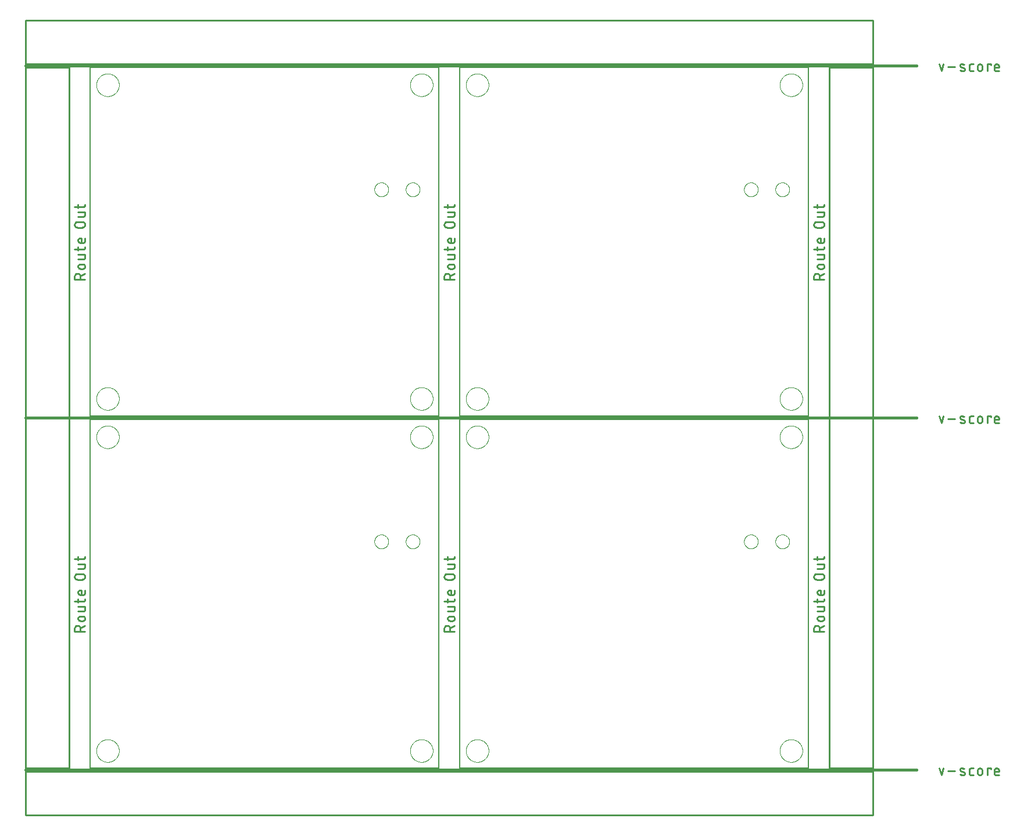
<source format=gko>
G75*
%MOIN*%
%OFA0B0*%
%FSLAX25Y25*%
%IPPOS*%
%LPD*%
%AMOC8*
5,1,8,0,0,1.08239X$1,22.5*
%
%ADD10C,0.00800*%
%ADD11C,0.01100*%
%ADD12C,0.01500*%
%ADD13C,0.01000*%
%ADD14C,0.00000*%
D10*
X0038750Y0028500D02*
X0038750Y0228500D01*
X0238750Y0228500D01*
X0238750Y0028500D01*
X0038750Y0028500D01*
X0250750Y0028500D02*
X0250750Y0228500D01*
X0450750Y0228500D01*
X0450750Y0028500D01*
X0250750Y0028500D01*
X0250750Y0230500D02*
X0250750Y0430500D01*
X0450750Y0430500D01*
X0450750Y0230500D01*
X0250750Y0230500D01*
X0238750Y0230500D02*
X0038750Y0230500D01*
X0038750Y0430500D01*
X0238750Y0430500D01*
X0238750Y0230500D01*
D11*
X0241800Y0309045D02*
X0241800Y0310684D01*
X0241802Y0310763D01*
X0241808Y0310842D01*
X0241817Y0310921D01*
X0241831Y0310999D01*
X0241848Y0311076D01*
X0241868Y0311153D01*
X0241893Y0311228D01*
X0241921Y0311302D01*
X0241953Y0311375D01*
X0241988Y0311446D01*
X0242026Y0311515D01*
X0242068Y0311582D01*
X0242113Y0311647D01*
X0242161Y0311710D01*
X0242212Y0311771D01*
X0242266Y0311829D01*
X0242323Y0311884D01*
X0242382Y0311937D01*
X0242444Y0311986D01*
X0242508Y0312033D01*
X0242574Y0312076D01*
X0242642Y0312116D01*
X0242713Y0312153D01*
X0242784Y0312187D01*
X0242858Y0312216D01*
X0242933Y0312243D01*
X0243008Y0312265D01*
X0243085Y0312284D01*
X0243163Y0312300D01*
X0243241Y0312311D01*
X0243320Y0312319D01*
X0243399Y0312323D01*
X0243479Y0312323D01*
X0243558Y0312319D01*
X0243637Y0312311D01*
X0243715Y0312300D01*
X0243793Y0312284D01*
X0243870Y0312265D01*
X0243945Y0312243D01*
X0244020Y0312216D01*
X0244094Y0312187D01*
X0244165Y0312153D01*
X0244236Y0312116D01*
X0244304Y0312076D01*
X0244370Y0312033D01*
X0244434Y0311986D01*
X0244496Y0311937D01*
X0244555Y0311884D01*
X0244612Y0311829D01*
X0244666Y0311771D01*
X0244717Y0311710D01*
X0244765Y0311647D01*
X0244810Y0311582D01*
X0244852Y0311515D01*
X0244890Y0311446D01*
X0244925Y0311375D01*
X0244957Y0311302D01*
X0244985Y0311228D01*
X0245010Y0311153D01*
X0245030Y0311076D01*
X0245047Y0310999D01*
X0245061Y0310921D01*
X0245070Y0310842D01*
X0245076Y0310763D01*
X0245078Y0310684D01*
X0245078Y0309045D01*
X0245078Y0311012D02*
X0247700Y0312323D01*
X0246389Y0315062D02*
X0245078Y0315062D01*
X0245007Y0315064D01*
X0244936Y0315070D01*
X0244866Y0315079D01*
X0244796Y0315093D01*
X0244727Y0315110D01*
X0244659Y0315131D01*
X0244593Y0315155D01*
X0244528Y0315183D01*
X0244464Y0315215D01*
X0244402Y0315250D01*
X0244342Y0315288D01*
X0244285Y0315329D01*
X0244229Y0315374D01*
X0244176Y0315421D01*
X0244126Y0315471D01*
X0244079Y0315524D01*
X0244034Y0315580D01*
X0243993Y0315637D01*
X0243955Y0315697D01*
X0243920Y0315759D01*
X0243888Y0315823D01*
X0243860Y0315888D01*
X0243836Y0315954D01*
X0243815Y0316022D01*
X0243798Y0316091D01*
X0243784Y0316161D01*
X0243775Y0316231D01*
X0243769Y0316302D01*
X0243767Y0316373D01*
X0243769Y0316444D01*
X0243775Y0316515D01*
X0243784Y0316585D01*
X0243798Y0316655D01*
X0243815Y0316724D01*
X0243836Y0316792D01*
X0243860Y0316858D01*
X0243888Y0316923D01*
X0243920Y0316987D01*
X0243955Y0317049D01*
X0243993Y0317109D01*
X0244034Y0317166D01*
X0244079Y0317222D01*
X0244126Y0317275D01*
X0244176Y0317325D01*
X0244229Y0317372D01*
X0244285Y0317417D01*
X0244342Y0317458D01*
X0244402Y0317496D01*
X0244464Y0317531D01*
X0244528Y0317563D01*
X0244593Y0317591D01*
X0244659Y0317615D01*
X0244727Y0317636D01*
X0244796Y0317653D01*
X0244866Y0317667D01*
X0244936Y0317676D01*
X0245007Y0317682D01*
X0245078Y0317684D01*
X0246389Y0317684D01*
X0246460Y0317682D01*
X0246531Y0317676D01*
X0246601Y0317667D01*
X0246671Y0317653D01*
X0246740Y0317636D01*
X0246808Y0317615D01*
X0246874Y0317591D01*
X0246939Y0317563D01*
X0247003Y0317531D01*
X0247065Y0317496D01*
X0247125Y0317458D01*
X0247182Y0317417D01*
X0247238Y0317372D01*
X0247291Y0317325D01*
X0247341Y0317275D01*
X0247388Y0317222D01*
X0247433Y0317166D01*
X0247474Y0317109D01*
X0247512Y0317049D01*
X0247547Y0316987D01*
X0247579Y0316923D01*
X0247607Y0316858D01*
X0247631Y0316792D01*
X0247652Y0316724D01*
X0247669Y0316655D01*
X0247683Y0316585D01*
X0247692Y0316515D01*
X0247698Y0316444D01*
X0247700Y0316373D01*
X0247698Y0316302D01*
X0247692Y0316231D01*
X0247683Y0316161D01*
X0247669Y0316091D01*
X0247652Y0316022D01*
X0247631Y0315954D01*
X0247607Y0315888D01*
X0247579Y0315823D01*
X0247547Y0315759D01*
X0247512Y0315697D01*
X0247474Y0315637D01*
X0247433Y0315580D01*
X0247388Y0315524D01*
X0247341Y0315471D01*
X0247291Y0315421D01*
X0247238Y0315374D01*
X0247182Y0315329D01*
X0247125Y0315288D01*
X0247065Y0315250D01*
X0247003Y0315215D01*
X0246939Y0315183D01*
X0246874Y0315155D01*
X0246808Y0315131D01*
X0246740Y0315110D01*
X0246671Y0315093D01*
X0246601Y0315079D01*
X0246531Y0315070D01*
X0246460Y0315064D01*
X0246389Y0315062D01*
X0246717Y0320601D02*
X0243767Y0320601D01*
X0243767Y0323223D02*
X0247700Y0323223D01*
X0247700Y0321584D01*
X0247698Y0321522D01*
X0247692Y0321461D01*
X0247683Y0321400D01*
X0247669Y0321340D01*
X0247652Y0321280D01*
X0247631Y0321222D01*
X0247606Y0321165D01*
X0247578Y0321110D01*
X0247547Y0321057D01*
X0247512Y0321006D01*
X0247474Y0320957D01*
X0247434Y0320911D01*
X0247390Y0320867D01*
X0247344Y0320827D01*
X0247295Y0320789D01*
X0247244Y0320754D01*
X0247191Y0320723D01*
X0247136Y0320695D01*
X0247079Y0320670D01*
X0247021Y0320649D01*
X0246961Y0320632D01*
X0246901Y0320618D01*
X0246840Y0320609D01*
X0246779Y0320603D01*
X0246717Y0320601D01*
X0243767Y0325578D02*
X0243767Y0327544D01*
X0241800Y0326233D02*
X0246717Y0326233D01*
X0246779Y0326235D01*
X0246840Y0326241D01*
X0246901Y0326250D01*
X0246961Y0326264D01*
X0247021Y0326281D01*
X0247079Y0326302D01*
X0247136Y0326327D01*
X0247191Y0326355D01*
X0247244Y0326386D01*
X0247295Y0326421D01*
X0247344Y0326459D01*
X0247390Y0326499D01*
X0247434Y0326543D01*
X0247474Y0326589D01*
X0247512Y0326638D01*
X0247547Y0326689D01*
X0247578Y0326742D01*
X0247606Y0326797D01*
X0247631Y0326854D01*
X0247652Y0326912D01*
X0247669Y0326972D01*
X0247683Y0327032D01*
X0247692Y0327093D01*
X0247698Y0327154D01*
X0247700Y0327216D01*
X0247700Y0327544D01*
X0246717Y0330037D02*
X0245078Y0330037D01*
X0245733Y0330037D02*
X0245733Y0332659D01*
X0245078Y0332659D01*
X0245007Y0332657D01*
X0244936Y0332651D01*
X0244866Y0332642D01*
X0244796Y0332628D01*
X0244727Y0332611D01*
X0244659Y0332590D01*
X0244593Y0332566D01*
X0244528Y0332538D01*
X0244464Y0332506D01*
X0244402Y0332471D01*
X0244342Y0332433D01*
X0244285Y0332392D01*
X0244229Y0332347D01*
X0244176Y0332300D01*
X0244126Y0332250D01*
X0244079Y0332197D01*
X0244034Y0332141D01*
X0243993Y0332084D01*
X0243955Y0332024D01*
X0243920Y0331962D01*
X0243888Y0331898D01*
X0243860Y0331833D01*
X0243836Y0331767D01*
X0243815Y0331699D01*
X0243798Y0331630D01*
X0243784Y0331560D01*
X0243775Y0331490D01*
X0243769Y0331419D01*
X0243767Y0331348D01*
X0243769Y0331277D01*
X0243775Y0331206D01*
X0243784Y0331136D01*
X0243798Y0331066D01*
X0243815Y0330997D01*
X0243836Y0330929D01*
X0243860Y0330863D01*
X0243888Y0330798D01*
X0243920Y0330734D01*
X0243955Y0330672D01*
X0243993Y0330612D01*
X0244034Y0330555D01*
X0244079Y0330499D01*
X0244126Y0330446D01*
X0244176Y0330396D01*
X0244229Y0330349D01*
X0244285Y0330304D01*
X0244342Y0330263D01*
X0244402Y0330225D01*
X0244464Y0330190D01*
X0244528Y0330158D01*
X0244593Y0330130D01*
X0244659Y0330106D01*
X0244727Y0330085D01*
X0244796Y0330068D01*
X0244866Y0330054D01*
X0244936Y0330045D01*
X0245007Y0330039D01*
X0245078Y0330037D01*
X0246717Y0330037D02*
X0246779Y0330039D01*
X0246840Y0330045D01*
X0246901Y0330054D01*
X0246961Y0330068D01*
X0247021Y0330085D01*
X0247079Y0330106D01*
X0247136Y0330131D01*
X0247191Y0330159D01*
X0247244Y0330190D01*
X0247295Y0330225D01*
X0247344Y0330263D01*
X0247390Y0330303D01*
X0247434Y0330347D01*
X0247474Y0330393D01*
X0247512Y0330442D01*
X0247547Y0330493D01*
X0247578Y0330546D01*
X0247606Y0330601D01*
X0247631Y0330658D01*
X0247652Y0330716D01*
X0247669Y0330776D01*
X0247683Y0330836D01*
X0247692Y0330897D01*
X0247698Y0330958D01*
X0247700Y0331020D01*
X0247700Y0332659D01*
X0246061Y0338735D02*
X0243439Y0338735D01*
X0243360Y0338737D01*
X0243281Y0338743D01*
X0243202Y0338752D01*
X0243124Y0338766D01*
X0243047Y0338783D01*
X0242970Y0338803D01*
X0242895Y0338828D01*
X0242821Y0338856D01*
X0242748Y0338888D01*
X0242677Y0338923D01*
X0242608Y0338961D01*
X0242541Y0339003D01*
X0242476Y0339048D01*
X0242413Y0339096D01*
X0242352Y0339147D01*
X0242294Y0339201D01*
X0242239Y0339258D01*
X0242186Y0339317D01*
X0242137Y0339379D01*
X0242090Y0339443D01*
X0242047Y0339509D01*
X0242007Y0339577D01*
X0241970Y0339648D01*
X0241936Y0339719D01*
X0241907Y0339793D01*
X0241880Y0339868D01*
X0241858Y0339943D01*
X0241839Y0340020D01*
X0241823Y0340098D01*
X0241812Y0340176D01*
X0241804Y0340255D01*
X0241800Y0340334D01*
X0241800Y0340414D01*
X0241804Y0340493D01*
X0241812Y0340572D01*
X0241823Y0340650D01*
X0241839Y0340728D01*
X0241858Y0340805D01*
X0241880Y0340880D01*
X0241907Y0340955D01*
X0241936Y0341029D01*
X0241970Y0341100D01*
X0242007Y0341171D01*
X0242047Y0341239D01*
X0242090Y0341305D01*
X0242137Y0341369D01*
X0242186Y0341431D01*
X0242239Y0341490D01*
X0242294Y0341547D01*
X0242352Y0341601D01*
X0242413Y0341652D01*
X0242476Y0341700D01*
X0242541Y0341745D01*
X0242608Y0341787D01*
X0242677Y0341825D01*
X0242748Y0341860D01*
X0242821Y0341892D01*
X0242895Y0341920D01*
X0242970Y0341945D01*
X0243047Y0341965D01*
X0243124Y0341982D01*
X0243202Y0341996D01*
X0243281Y0342005D01*
X0243360Y0342011D01*
X0243439Y0342013D01*
X0246061Y0342013D01*
X0246140Y0342011D01*
X0246219Y0342005D01*
X0246298Y0341996D01*
X0246376Y0341982D01*
X0246453Y0341965D01*
X0246530Y0341945D01*
X0246605Y0341920D01*
X0246679Y0341892D01*
X0246752Y0341860D01*
X0246823Y0341825D01*
X0246892Y0341787D01*
X0246959Y0341745D01*
X0247024Y0341700D01*
X0247087Y0341652D01*
X0247148Y0341601D01*
X0247206Y0341547D01*
X0247261Y0341490D01*
X0247314Y0341431D01*
X0247363Y0341369D01*
X0247410Y0341305D01*
X0247453Y0341239D01*
X0247493Y0341171D01*
X0247530Y0341100D01*
X0247564Y0341029D01*
X0247593Y0340955D01*
X0247620Y0340880D01*
X0247642Y0340805D01*
X0247661Y0340728D01*
X0247677Y0340650D01*
X0247688Y0340572D01*
X0247696Y0340493D01*
X0247700Y0340414D01*
X0247700Y0340334D01*
X0247696Y0340255D01*
X0247688Y0340176D01*
X0247677Y0340098D01*
X0247661Y0340020D01*
X0247642Y0339943D01*
X0247620Y0339868D01*
X0247593Y0339793D01*
X0247564Y0339719D01*
X0247530Y0339648D01*
X0247493Y0339577D01*
X0247453Y0339509D01*
X0247410Y0339443D01*
X0247363Y0339379D01*
X0247314Y0339317D01*
X0247261Y0339258D01*
X0247206Y0339201D01*
X0247148Y0339147D01*
X0247087Y0339096D01*
X0247024Y0339048D01*
X0246959Y0339003D01*
X0246892Y0338961D01*
X0246823Y0338923D01*
X0246752Y0338888D01*
X0246679Y0338856D01*
X0246605Y0338828D01*
X0246530Y0338803D01*
X0246453Y0338783D01*
X0246376Y0338766D01*
X0246298Y0338752D01*
X0246219Y0338743D01*
X0246140Y0338737D01*
X0246061Y0338735D01*
X0246717Y0345012D02*
X0243767Y0345012D01*
X0243767Y0347634D02*
X0247700Y0347634D01*
X0247700Y0345995D01*
X0247698Y0345933D01*
X0247692Y0345872D01*
X0247683Y0345811D01*
X0247669Y0345751D01*
X0247652Y0345691D01*
X0247631Y0345633D01*
X0247606Y0345576D01*
X0247578Y0345521D01*
X0247547Y0345468D01*
X0247512Y0345417D01*
X0247474Y0345368D01*
X0247434Y0345322D01*
X0247390Y0345278D01*
X0247344Y0345238D01*
X0247295Y0345200D01*
X0247244Y0345165D01*
X0247191Y0345134D01*
X0247136Y0345106D01*
X0247079Y0345081D01*
X0247021Y0345060D01*
X0246961Y0345043D01*
X0246901Y0345029D01*
X0246840Y0345020D01*
X0246779Y0345014D01*
X0246717Y0345012D01*
X0246717Y0350644D02*
X0241800Y0350644D01*
X0243767Y0349988D02*
X0243767Y0351955D01*
X0246717Y0350644D02*
X0246779Y0350646D01*
X0246840Y0350652D01*
X0246901Y0350661D01*
X0246961Y0350675D01*
X0247021Y0350692D01*
X0247079Y0350713D01*
X0247136Y0350738D01*
X0247191Y0350766D01*
X0247244Y0350797D01*
X0247295Y0350832D01*
X0247344Y0350870D01*
X0247390Y0350910D01*
X0247434Y0350954D01*
X0247474Y0351000D01*
X0247512Y0351049D01*
X0247547Y0351100D01*
X0247578Y0351153D01*
X0247606Y0351208D01*
X0247631Y0351265D01*
X0247652Y0351323D01*
X0247669Y0351383D01*
X0247683Y0351443D01*
X0247692Y0351504D01*
X0247698Y0351565D01*
X0247700Y0351627D01*
X0247700Y0351955D01*
X0247700Y0309045D02*
X0241800Y0309045D01*
X0243767Y0149955D02*
X0243767Y0147988D01*
X0241800Y0148644D02*
X0246717Y0148644D01*
X0246779Y0148646D01*
X0246840Y0148652D01*
X0246901Y0148661D01*
X0246961Y0148675D01*
X0247021Y0148692D01*
X0247079Y0148713D01*
X0247136Y0148738D01*
X0247191Y0148766D01*
X0247244Y0148797D01*
X0247295Y0148832D01*
X0247344Y0148870D01*
X0247390Y0148910D01*
X0247434Y0148954D01*
X0247474Y0149000D01*
X0247512Y0149049D01*
X0247547Y0149100D01*
X0247578Y0149153D01*
X0247606Y0149208D01*
X0247631Y0149265D01*
X0247652Y0149323D01*
X0247669Y0149383D01*
X0247683Y0149443D01*
X0247692Y0149504D01*
X0247698Y0149565D01*
X0247700Y0149627D01*
X0247700Y0149955D01*
X0247700Y0145634D02*
X0243767Y0145634D01*
X0243767Y0143012D02*
X0246717Y0143012D01*
X0246779Y0143014D01*
X0246840Y0143020D01*
X0246901Y0143029D01*
X0246961Y0143043D01*
X0247021Y0143060D01*
X0247079Y0143081D01*
X0247136Y0143106D01*
X0247191Y0143134D01*
X0247244Y0143165D01*
X0247295Y0143200D01*
X0247344Y0143238D01*
X0247390Y0143278D01*
X0247434Y0143322D01*
X0247474Y0143368D01*
X0247512Y0143417D01*
X0247547Y0143468D01*
X0247578Y0143521D01*
X0247606Y0143576D01*
X0247631Y0143633D01*
X0247652Y0143691D01*
X0247669Y0143751D01*
X0247683Y0143811D01*
X0247692Y0143872D01*
X0247698Y0143933D01*
X0247700Y0143995D01*
X0247700Y0145634D01*
X0246061Y0140013D02*
X0243439Y0140013D01*
X0243360Y0140011D01*
X0243281Y0140005D01*
X0243202Y0139996D01*
X0243124Y0139982D01*
X0243047Y0139965D01*
X0242970Y0139945D01*
X0242895Y0139920D01*
X0242821Y0139892D01*
X0242748Y0139860D01*
X0242677Y0139825D01*
X0242608Y0139787D01*
X0242541Y0139745D01*
X0242476Y0139700D01*
X0242413Y0139652D01*
X0242352Y0139601D01*
X0242294Y0139547D01*
X0242239Y0139490D01*
X0242186Y0139431D01*
X0242137Y0139369D01*
X0242090Y0139305D01*
X0242047Y0139239D01*
X0242007Y0139171D01*
X0241970Y0139100D01*
X0241936Y0139029D01*
X0241907Y0138955D01*
X0241880Y0138880D01*
X0241858Y0138805D01*
X0241839Y0138728D01*
X0241823Y0138650D01*
X0241812Y0138572D01*
X0241804Y0138493D01*
X0241800Y0138414D01*
X0241800Y0138334D01*
X0241804Y0138255D01*
X0241812Y0138176D01*
X0241823Y0138098D01*
X0241839Y0138020D01*
X0241858Y0137943D01*
X0241880Y0137868D01*
X0241907Y0137793D01*
X0241936Y0137719D01*
X0241970Y0137648D01*
X0242007Y0137577D01*
X0242047Y0137509D01*
X0242090Y0137443D01*
X0242137Y0137379D01*
X0242186Y0137317D01*
X0242239Y0137258D01*
X0242294Y0137201D01*
X0242352Y0137147D01*
X0242413Y0137096D01*
X0242476Y0137048D01*
X0242541Y0137003D01*
X0242608Y0136961D01*
X0242677Y0136923D01*
X0242748Y0136888D01*
X0242821Y0136856D01*
X0242895Y0136828D01*
X0242970Y0136803D01*
X0243047Y0136783D01*
X0243124Y0136766D01*
X0243202Y0136752D01*
X0243281Y0136743D01*
X0243360Y0136737D01*
X0243439Y0136735D01*
X0246061Y0136735D01*
X0246140Y0136737D01*
X0246219Y0136743D01*
X0246298Y0136752D01*
X0246376Y0136766D01*
X0246453Y0136783D01*
X0246530Y0136803D01*
X0246605Y0136828D01*
X0246679Y0136856D01*
X0246752Y0136888D01*
X0246823Y0136923D01*
X0246892Y0136961D01*
X0246959Y0137003D01*
X0247024Y0137048D01*
X0247087Y0137096D01*
X0247148Y0137147D01*
X0247206Y0137201D01*
X0247261Y0137258D01*
X0247314Y0137317D01*
X0247363Y0137379D01*
X0247410Y0137443D01*
X0247453Y0137509D01*
X0247493Y0137577D01*
X0247530Y0137648D01*
X0247564Y0137719D01*
X0247593Y0137793D01*
X0247620Y0137868D01*
X0247642Y0137943D01*
X0247661Y0138020D01*
X0247677Y0138098D01*
X0247688Y0138176D01*
X0247696Y0138255D01*
X0247700Y0138334D01*
X0247700Y0138414D01*
X0247696Y0138493D01*
X0247688Y0138572D01*
X0247677Y0138650D01*
X0247661Y0138728D01*
X0247642Y0138805D01*
X0247620Y0138880D01*
X0247593Y0138955D01*
X0247564Y0139029D01*
X0247530Y0139100D01*
X0247493Y0139171D01*
X0247453Y0139239D01*
X0247410Y0139305D01*
X0247363Y0139369D01*
X0247314Y0139431D01*
X0247261Y0139490D01*
X0247206Y0139547D01*
X0247148Y0139601D01*
X0247087Y0139652D01*
X0247024Y0139700D01*
X0246959Y0139745D01*
X0246892Y0139787D01*
X0246823Y0139825D01*
X0246752Y0139860D01*
X0246679Y0139892D01*
X0246605Y0139920D01*
X0246530Y0139945D01*
X0246453Y0139965D01*
X0246376Y0139982D01*
X0246298Y0139996D01*
X0246219Y0140005D01*
X0246140Y0140011D01*
X0246061Y0140013D01*
X0245733Y0130659D02*
X0245733Y0128037D01*
X0245078Y0128037D02*
X0246717Y0128037D01*
X0246779Y0128039D01*
X0246840Y0128045D01*
X0246901Y0128054D01*
X0246961Y0128068D01*
X0247021Y0128085D01*
X0247079Y0128106D01*
X0247136Y0128131D01*
X0247191Y0128159D01*
X0247244Y0128190D01*
X0247295Y0128225D01*
X0247344Y0128263D01*
X0247390Y0128303D01*
X0247434Y0128347D01*
X0247474Y0128393D01*
X0247512Y0128442D01*
X0247547Y0128493D01*
X0247578Y0128546D01*
X0247606Y0128601D01*
X0247631Y0128658D01*
X0247652Y0128716D01*
X0247669Y0128776D01*
X0247683Y0128836D01*
X0247692Y0128897D01*
X0247698Y0128958D01*
X0247700Y0129020D01*
X0247700Y0130659D01*
X0245733Y0130659D02*
X0245078Y0130659D01*
X0245007Y0130657D01*
X0244936Y0130651D01*
X0244866Y0130642D01*
X0244796Y0130628D01*
X0244727Y0130611D01*
X0244659Y0130590D01*
X0244593Y0130566D01*
X0244528Y0130538D01*
X0244464Y0130506D01*
X0244402Y0130471D01*
X0244342Y0130433D01*
X0244285Y0130392D01*
X0244229Y0130347D01*
X0244176Y0130300D01*
X0244126Y0130250D01*
X0244079Y0130197D01*
X0244034Y0130141D01*
X0243993Y0130084D01*
X0243955Y0130024D01*
X0243920Y0129962D01*
X0243888Y0129898D01*
X0243860Y0129833D01*
X0243836Y0129767D01*
X0243815Y0129699D01*
X0243798Y0129630D01*
X0243784Y0129560D01*
X0243775Y0129490D01*
X0243769Y0129419D01*
X0243767Y0129348D01*
X0243769Y0129277D01*
X0243775Y0129206D01*
X0243784Y0129136D01*
X0243798Y0129066D01*
X0243815Y0128997D01*
X0243836Y0128929D01*
X0243860Y0128863D01*
X0243888Y0128798D01*
X0243920Y0128734D01*
X0243955Y0128672D01*
X0243993Y0128612D01*
X0244034Y0128555D01*
X0244079Y0128499D01*
X0244126Y0128446D01*
X0244176Y0128396D01*
X0244229Y0128349D01*
X0244285Y0128304D01*
X0244342Y0128263D01*
X0244402Y0128225D01*
X0244464Y0128190D01*
X0244528Y0128158D01*
X0244593Y0128130D01*
X0244659Y0128106D01*
X0244727Y0128085D01*
X0244796Y0128068D01*
X0244866Y0128054D01*
X0244936Y0128045D01*
X0245007Y0128039D01*
X0245078Y0128037D01*
X0243767Y0125544D02*
X0243767Y0123578D01*
X0241800Y0124233D02*
X0246717Y0124233D01*
X0246779Y0124235D01*
X0246840Y0124241D01*
X0246901Y0124250D01*
X0246961Y0124264D01*
X0247021Y0124281D01*
X0247079Y0124302D01*
X0247136Y0124327D01*
X0247191Y0124355D01*
X0247244Y0124386D01*
X0247295Y0124421D01*
X0247344Y0124459D01*
X0247390Y0124499D01*
X0247434Y0124543D01*
X0247474Y0124589D01*
X0247512Y0124638D01*
X0247547Y0124689D01*
X0247578Y0124742D01*
X0247606Y0124797D01*
X0247631Y0124854D01*
X0247652Y0124912D01*
X0247669Y0124972D01*
X0247683Y0125032D01*
X0247692Y0125093D01*
X0247698Y0125154D01*
X0247700Y0125216D01*
X0247700Y0125544D01*
X0247700Y0121223D02*
X0243767Y0121223D01*
X0243767Y0118601D02*
X0246717Y0118601D01*
X0246779Y0118603D01*
X0246840Y0118609D01*
X0246901Y0118618D01*
X0246961Y0118632D01*
X0247021Y0118649D01*
X0247079Y0118670D01*
X0247136Y0118695D01*
X0247191Y0118723D01*
X0247244Y0118754D01*
X0247295Y0118789D01*
X0247344Y0118827D01*
X0247390Y0118867D01*
X0247434Y0118911D01*
X0247474Y0118957D01*
X0247512Y0119006D01*
X0247547Y0119057D01*
X0247578Y0119110D01*
X0247606Y0119165D01*
X0247631Y0119222D01*
X0247652Y0119280D01*
X0247669Y0119340D01*
X0247683Y0119400D01*
X0247692Y0119461D01*
X0247698Y0119522D01*
X0247700Y0119584D01*
X0247700Y0121223D01*
X0246389Y0115684D02*
X0245078Y0115684D01*
X0245007Y0115682D01*
X0244936Y0115676D01*
X0244866Y0115667D01*
X0244796Y0115653D01*
X0244727Y0115636D01*
X0244659Y0115615D01*
X0244593Y0115591D01*
X0244528Y0115563D01*
X0244464Y0115531D01*
X0244402Y0115496D01*
X0244342Y0115458D01*
X0244285Y0115417D01*
X0244229Y0115372D01*
X0244176Y0115325D01*
X0244126Y0115275D01*
X0244079Y0115222D01*
X0244034Y0115166D01*
X0243993Y0115109D01*
X0243955Y0115049D01*
X0243920Y0114987D01*
X0243888Y0114923D01*
X0243860Y0114858D01*
X0243836Y0114792D01*
X0243815Y0114724D01*
X0243798Y0114655D01*
X0243784Y0114585D01*
X0243775Y0114515D01*
X0243769Y0114444D01*
X0243767Y0114373D01*
X0243769Y0114302D01*
X0243775Y0114231D01*
X0243784Y0114161D01*
X0243798Y0114091D01*
X0243815Y0114022D01*
X0243836Y0113954D01*
X0243860Y0113888D01*
X0243888Y0113823D01*
X0243920Y0113759D01*
X0243955Y0113697D01*
X0243993Y0113637D01*
X0244034Y0113580D01*
X0244079Y0113524D01*
X0244126Y0113471D01*
X0244176Y0113421D01*
X0244229Y0113374D01*
X0244285Y0113329D01*
X0244342Y0113288D01*
X0244402Y0113250D01*
X0244464Y0113215D01*
X0244528Y0113183D01*
X0244593Y0113155D01*
X0244659Y0113131D01*
X0244727Y0113110D01*
X0244796Y0113093D01*
X0244866Y0113079D01*
X0244936Y0113070D01*
X0245007Y0113064D01*
X0245078Y0113062D01*
X0246389Y0113062D01*
X0246460Y0113064D01*
X0246531Y0113070D01*
X0246601Y0113079D01*
X0246671Y0113093D01*
X0246740Y0113110D01*
X0246808Y0113131D01*
X0246874Y0113155D01*
X0246939Y0113183D01*
X0247003Y0113215D01*
X0247065Y0113250D01*
X0247125Y0113288D01*
X0247182Y0113329D01*
X0247238Y0113374D01*
X0247291Y0113421D01*
X0247341Y0113471D01*
X0247388Y0113524D01*
X0247433Y0113580D01*
X0247474Y0113637D01*
X0247512Y0113697D01*
X0247547Y0113759D01*
X0247579Y0113823D01*
X0247607Y0113888D01*
X0247631Y0113954D01*
X0247652Y0114022D01*
X0247669Y0114091D01*
X0247683Y0114161D01*
X0247692Y0114231D01*
X0247698Y0114302D01*
X0247700Y0114373D01*
X0247698Y0114444D01*
X0247692Y0114515D01*
X0247683Y0114585D01*
X0247669Y0114655D01*
X0247652Y0114724D01*
X0247631Y0114792D01*
X0247607Y0114858D01*
X0247579Y0114923D01*
X0247547Y0114987D01*
X0247512Y0115049D01*
X0247474Y0115109D01*
X0247433Y0115166D01*
X0247388Y0115222D01*
X0247341Y0115275D01*
X0247291Y0115325D01*
X0247238Y0115372D01*
X0247182Y0115417D01*
X0247125Y0115458D01*
X0247065Y0115496D01*
X0247003Y0115531D01*
X0246939Y0115563D01*
X0246874Y0115591D01*
X0246808Y0115615D01*
X0246740Y0115636D01*
X0246671Y0115653D01*
X0246601Y0115667D01*
X0246531Y0115676D01*
X0246460Y0115682D01*
X0246389Y0115684D01*
X0247700Y0110323D02*
X0245078Y0109012D01*
X0245078Y0108684D02*
X0245078Y0107045D01*
X0245078Y0108684D02*
X0245076Y0108763D01*
X0245070Y0108842D01*
X0245061Y0108921D01*
X0245047Y0108999D01*
X0245030Y0109076D01*
X0245010Y0109153D01*
X0244985Y0109228D01*
X0244957Y0109302D01*
X0244925Y0109375D01*
X0244890Y0109446D01*
X0244852Y0109515D01*
X0244810Y0109582D01*
X0244765Y0109647D01*
X0244717Y0109710D01*
X0244666Y0109771D01*
X0244612Y0109829D01*
X0244555Y0109884D01*
X0244496Y0109937D01*
X0244434Y0109986D01*
X0244370Y0110033D01*
X0244304Y0110076D01*
X0244236Y0110116D01*
X0244165Y0110153D01*
X0244094Y0110187D01*
X0244020Y0110216D01*
X0243945Y0110243D01*
X0243870Y0110265D01*
X0243793Y0110284D01*
X0243715Y0110300D01*
X0243637Y0110311D01*
X0243558Y0110319D01*
X0243479Y0110323D01*
X0243399Y0110323D01*
X0243320Y0110319D01*
X0243241Y0110311D01*
X0243163Y0110300D01*
X0243085Y0110284D01*
X0243008Y0110265D01*
X0242933Y0110243D01*
X0242858Y0110216D01*
X0242784Y0110187D01*
X0242713Y0110153D01*
X0242642Y0110116D01*
X0242574Y0110076D01*
X0242508Y0110033D01*
X0242444Y0109986D01*
X0242382Y0109937D01*
X0242323Y0109884D01*
X0242266Y0109829D01*
X0242212Y0109771D01*
X0242161Y0109710D01*
X0242113Y0109647D01*
X0242068Y0109582D01*
X0242026Y0109515D01*
X0241988Y0109446D01*
X0241953Y0109375D01*
X0241921Y0109302D01*
X0241893Y0109228D01*
X0241868Y0109153D01*
X0241848Y0109076D01*
X0241831Y0108999D01*
X0241817Y0108921D01*
X0241808Y0108842D01*
X0241802Y0108763D01*
X0241800Y0108684D01*
X0241800Y0107045D01*
X0247700Y0107045D01*
X0453800Y0107045D02*
X0453800Y0108684D01*
X0453802Y0108763D01*
X0453808Y0108842D01*
X0453817Y0108921D01*
X0453831Y0108999D01*
X0453848Y0109076D01*
X0453868Y0109153D01*
X0453893Y0109228D01*
X0453921Y0109302D01*
X0453953Y0109375D01*
X0453988Y0109446D01*
X0454026Y0109515D01*
X0454068Y0109582D01*
X0454113Y0109647D01*
X0454161Y0109710D01*
X0454212Y0109771D01*
X0454266Y0109829D01*
X0454323Y0109884D01*
X0454382Y0109937D01*
X0454444Y0109986D01*
X0454508Y0110033D01*
X0454574Y0110076D01*
X0454642Y0110116D01*
X0454713Y0110153D01*
X0454784Y0110187D01*
X0454858Y0110216D01*
X0454933Y0110243D01*
X0455008Y0110265D01*
X0455085Y0110284D01*
X0455163Y0110300D01*
X0455241Y0110311D01*
X0455320Y0110319D01*
X0455399Y0110323D01*
X0455479Y0110323D01*
X0455558Y0110319D01*
X0455637Y0110311D01*
X0455715Y0110300D01*
X0455793Y0110284D01*
X0455870Y0110265D01*
X0455945Y0110243D01*
X0456020Y0110216D01*
X0456094Y0110187D01*
X0456165Y0110153D01*
X0456236Y0110116D01*
X0456304Y0110076D01*
X0456370Y0110033D01*
X0456434Y0109986D01*
X0456496Y0109937D01*
X0456555Y0109884D01*
X0456612Y0109829D01*
X0456666Y0109771D01*
X0456717Y0109710D01*
X0456765Y0109647D01*
X0456810Y0109582D01*
X0456852Y0109515D01*
X0456890Y0109446D01*
X0456925Y0109375D01*
X0456957Y0109302D01*
X0456985Y0109228D01*
X0457010Y0109153D01*
X0457030Y0109076D01*
X0457047Y0108999D01*
X0457061Y0108921D01*
X0457070Y0108842D01*
X0457076Y0108763D01*
X0457078Y0108684D01*
X0457078Y0107045D01*
X0457078Y0109012D02*
X0459700Y0110323D01*
X0458389Y0113062D02*
X0457078Y0113062D01*
X0457007Y0113064D01*
X0456936Y0113070D01*
X0456866Y0113079D01*
X0456796Y0113093D01*
X0456727Y0113110D01*
X0456659Y0113131D01*
X0456593Y0113155D01*
X0456528Y0113183D01*
X0456464Y0113215D01*
X0456402Y0113250D01*
X0456342Y0113288D01*
X0456285Y0113329D01*
X0456229Y0113374D01*
X0456176Y0113421D01*
X0456126Y0113471D01*
X0456079Y0113524D01*
X0456034Y0113580D01*
X0455993Y0113637D01*
X0455955Y0113697D01*
X0455920Y0113759D01*
X0455888Y0113823D01*
X0455860Y0113888D01*
X0455836Y0113954D01*
X0455815Y0114022D01*
X0455798Y0114091D01*
X0455784Y0114161D01*
X0455775Y0114231D01*
X0455769Y0114302D01*
X0455767Y0114373D01*
X0455769Y0114444D01*
X0455775Y0114515D01*
X0455784Y0114585D01*
X0455798Y0114655D01*
X0455815Y0114724D01*
X0455836Y0114792D01*
X0455860Y0114858D01*
X0455888Y0114923D01*
X0455920Y0114987D01*
X0455955Y0115049D01*
X0455993Y0115109D01*
X0456034Y0115166D01*
X0456079Y0115222D01*
X0456126Y0115275D01*
X0456176Y0115325D01*
X0456229Y0115372D01*
X0456285Y0115417D01*
X0456342Y0115458D01*
X0456402Y0115496D01*
X0456464Y0115531D01*
X0456528Y0115563D01*
X0456593Y0115591D01*
X0456659Y0115615D01*
X0456727Y0115636D01*
X0456796Y0115653D01*
X0456866Y0115667D01*
X0456936Y0115676D01*
X0457007Y0115682D01*
X0457078Y0115684D01*
X0458389Y0115684D01*
X0458460Y0115682D01*
X0458531Y0115676D01*
X0458601Y0115667D01*
X0458671Y0115653D01*
X0458740Y0115636D01*
X0458808Y0115615D01*
X0458874Y0115591D01*
X0458939Y0115563D01*
X0459003Y0115531D01*
X0459065Y0115496D01*
X0459125Y0115458D01*
X0459182Y0115417D01*
X0459238Y0115372D01*
X0459291Y0115325D01*
X0459341Y0115275D01*
X0459388Y0115222D01*
X0459433Y0115166D01*
X0459474Y0115109D01*
X0459512Y0115049D01*
X0459547Y0114987D01*
X0459579Y0114923D01*
X0459607Y0114858D01*
X0459631Y0114792D01*
X0459652Y0114724D01*
X0459669Y0114655D01*
X0459683Y0114585D01*
X0459692Y0114515D01*
X0459698Y0114444D01*
X0459700Y0114373D01*
X0459698Y0114302D01*
X0459692Y0114231D01*
X0459683Y0114161D01*
X0459669Y0114091D01*
X0459652Y0114022D01*
X0459631Y0113954D01*
X0459607Y0113888D01*
X0459579Y0113823D01*
X0459547Y0113759D01*
X0459512Y0113697D01*
X0459474Y0113637D01*
X0459433Y0113580D01*
X0459388Y0113524D01*
X0459341Y0113471D01*
X0459291Y0113421D01*
X0459238Y0113374D01*
X0459182Y0113329D01*
X0459125Y0113288D01*
X0459065Y0113250D01*
X0459003Y0113215D01*
X0458939Y0113183D01*
X0458874Y0113155D01*
X0458808Y0113131D01*
X0458740Y0113110D01*
X0458671Y0113093D01*
X0458601Y0113079D01*
X0458531Y0113070D01*
X0458460Y0113064D01*
X0458389Y0113062D01*
X0458717Y0118601D02*
X0455767Y0118601D01*
X0455767Y0121223D02*
X0459700Y0121223D01*
X0459700Y0119584D01*
X0459698Y0119522D01*
X0459692Y0119461D01*
X0459683Y0119400D01*
X0459669Y0119340D01*
X0459652Y0119280D01*
X0459631Y0119222D01*
X0459606Y0119165D01*
X0459578Y0119110D01*
X0459547Y0119057D01*
X0459512Y0119006D01*
X0459474Y0118957D01*
X0459434Y0118911D01*
X0459390Y0118867D01*
X0459344Y0118827D01*
X0459295Y0118789D01*
X0459244Y0118754D01*
X0459191Y0118723D01*
X0459136Y0118695D01*
X0459079Y0118670D01*
X0459021Y0118649D01*
X0458961Y0118632D01*
X0458901Y0118618D01*
X0458840Y0118609D01*
X0458779Y0118603D01*
X0458717Y0118601D01*
X0455767Y0123578D02*
X0455767Y0125544D01*
X0453800Y0124233D02*
X0458717Y0124233D01*
X0458779Y0124235D01*
X0458840Y0124241D01*
X0458901Y0124250D01*
X0458961Y0124264D01*
X0459021Y0124281D01*
X0459079Y0124302D01*
X0459136Y0124327D01*
X0459191Y0124355D01*
X0459244Y0124386D01*
X0459295Y0124421D01*
X0459344Y0124459D01*
X0459390Y0124499D01*
X0459434Y0124543D01*
X0459474Y0124589D01*
X0459512Y0124638D01*
X0459547Y0124689D01*
X0459578Y0124742D01*
X0459606Y0124797D01*
X0459631Y0124854D01*
X0459652Y0124912D01*
X0459669Y0124972D01*
X0459683Y0125032D01*
X0459692Y0125093D01*
X0459698Y0125154D01*
X0459700Y0125216D01*
X0459700Y0125544D01*
X0458717Y0128037D02*
X0457078Y0128037D01*
X0457733Y0128037D02*
X0457733Y0130659D01*
X0457078Y0130659D01*
X0457007Y0130657D01*
X0456936Y0130651D01*
X0456866Y0130642D01*
X0456796Y0130628D01*
X0456727Y0130611D01*
X0456659Y0130590D01*
X0456593Y0130566D01*
X0456528Y0130538D01*
X0456464Y0130506D01*
X0456402Y0130471D01*
X0456342Y0130433D01*
X0456285Y0130392D01*
X0456229Y0130347D01*
X0456176Y0130300D01*
X0456126Y0130250D01*
X0456079Y0130197D01*
X0456034Y0130141D01*
X0455993Y0130084D01*
X0455955Y0130024D01*
X0455920Y0129962D01*
X0455888Y0129898D01*
X0455860Y0129833D01*
X0455836Y0129767D01*
X0455815Y0129699D01*
X0455798Y0129630D01*
X0455784Y0129560D01*
X0455775Y0129490D01*
X0455769Y0129419D01*
X0455767Y0129348D01*
X0455769Y0129277D01*
X0455775Y0129206D01*
X0455784Y0129136D01*
X0455798Y0129066D01*
X0455815Y0128997D01*
X0455836Y0128929D01*
X0455860Y0128863D01*
X0455888Y0128798D01*
X0455920Y0128734D01*
X0455955Y0128672D01*
X0455993Y0128612D01*
X0456034Y0128555D01*
X0456079Y0128499D01*
X0456126Y0128446D01*
X0456176Y0128396D01*
X0456229Y0128349D01*
X0456285Y0128304D01*
X0456342Y0128263D01*
X0456402Y0128225D01*
X0456464Y0128190D01*
X0456528Y0128158D01*
X0456593Y0128130D01*
X0456659Y0128106D01*
X0456727Y0128085D01*
X0456796Y0128068D01*
X0456866Y0128054D01*
X0456936Y0128045D01*
X0457007Y0128039D01*
X0457078Y0128037D01*
X0458717Y0128037D02*
X0458779Y0128039D01*
X0458840Y0128045D01*
X0458901Y0128054D01*
X0458961Y0128068D01*
X0459021Y0128085D01*
X0459079Y0128106D01*
X0459136Y0128131D01*
X0459191Y0128159D01*
X0459244Y0128190D01*
X0459295Y0128225D01*
X0459344Y0128263D01*
X0459390Y0128303D01*
X0459434Y0128347D01*
X0459474Y0128393D01*
X0459512Y0128442D01*
X0459547Y0128493D01*
X0459578Y0128546D01*
X0459606Y0128601D01*
X0459631Y0128658D01*
X0459652Y0128716D01*
X0459669Y0128776D01*
X0459683Y0128836D01*
X0459692Y0128897D01*
X0459698Y0128958D01*
X0459700Y0129020D01*
X0459700Y0130659D01*
X0458061Y0136735D02*
X0455439Y0136735D01*
X0455360Y0136737D01*
X0455281Y0136743D01*
X0455202Y0136752D01*
X0455124Y0136766D01*
X0455047Y0136783D01*
X0454970Y0136803D01*
X0454895Y0136828D01*
X0454821Y0136856D01*
X0454748Y0136888D01*
X0454677Y0136923D01*
X0454608Y0136961D01*
X0454541Y0137003D01*
X0454476Y0137048D01*
X0454413Y0137096D01*
X0454352Y0137147D01*
X0454294Y0137201D01*
X0454239Y0137258D01*
X0454186Y0137317D01*
X0454137Y0137379D01*
X0454090Y0137443D01*
X0454047Y0137509D01*
X0454007Y0137577D01*
X0453970Y0137648D01*
X0453936Y0137719D01*
X0453907Y0137793D01*
X0453880Y0137868D01*
X0453858Y0137943D01*
X0453839Y0138020D01*
X0453823Y0138098D01*
X0453812Y0138176D01*
X0453804Y0138255D01*
X0453800Y0138334D01*
X0453800Y0138414D01*
X0453804Y0138493D01*
X0453812Y0138572D01*
X0453823Y0138650D01*
X0453839Y0138728D01*
X0453858Y0138805D01*
X0453880Y0138880D01*
X0453907Y0138955D01*
X0453936Y0139029D01*
X0453970Y0139100D01*
X0454007Y0139171D01*
X0454047Y0139239D01*
X0454090Y0139305D01*
X0454137Y0139369D01*
X0454186Y0139431D01*
X0454239Y0139490D01*
X0454294Y0139547D01*
X0454352Y0139601D01*
X0454413Y0139652D01*
X0454476Y0139700D01*
X0454541Y0139745D01*
X0454608Y0139787D01*
X0454677Y0139825D01*
X0454748Y0139860D01*
X0454821Y0139892D01*
X0454895Y0139920D01*
X0454970Y0139945D01*
X0455047Y0139965D01*
X0455124Y0139982D01*
X0455202Y0139996D01*
X0455281Y0140005D01*
X0455360Y0140011D01*
X0455439Y0140013D01*
X0458061Y0140013D01*
X0458140Y0140011D01*
X0458219Y0140005D01*
X0458298Y0139996D01*
X0458376Y0139982D01*
X0458453Y0139965D01*
X0458530Y0139945D01*
X0458605Y0139920D01*
X0458679Y0139892D01*
X0458752Y0139860D01*
X0458823Y0139825D01*
X0458892Y0139787D01*
X0458959Y0139745D01*
X0459024Y0139700D01*
X0459087Y0139652D01*
X0459148Y0139601D01*
X0459206Y0139547D01*
X0459261Y0139490D01*
X0459314Y0139431D01*
X0459363Y0139369D01*
X0459410Y0139305D01*
X0459453Y0139239D01*
X0459493Y0139171D01*
X0459530Y0139100D01*
X0459564Y0139029D01*
X0459593Y0138955D01*
X0459620Y0138880D01*
X0459642Y0138805D01*
X0459661Y0138728D01*
X0459677Y0138650D01*
X0459688Y0138572D01*
X0459696Y0138493D01*
X0459700Y0138414D01*
X0459700Y0138334D01*
X0459696Y0138255D01*
X0459688Y0138176D01*
X0459677Y0138098D01*
X0459661Y0138020D01*
X0459642Y0137943D01*
X0459620Y0137868D01*
X0459593Y0137793D01*
X0459564Y0137719D01*
X0459530Y0137648D01*
X0459493Y0137577D01*
X0459453Y0137509D01*
X0459410Y0137443D01*
X0459363Y0137379D01*
X0459314Y0137317D01*
X0459261Y0137258D01*
X0459206Y0137201D01*
X0459148Y0137147D01*
X0459087Y0137096D01*
X0459024Y0137048D01*
X0458959Y0137003D01*
X0458892Y0136961D01*
X0458823Y0136923D01*
X0458752Y0136888D01*
X0458679Y0136856D01*
X0458605Y0136828D01*
X0458530Y0136803D01*
X0458453Y0136783D01*
X0458376Y0136766D01*
X0458298Y0136752D01*
X0458219Y0136743D01*
X0458140Y0136737D01*
X0458061Y0136735D01*
X0458717Y0143012D02*
X0455767Y0143012D01*
X0455767Y0145634D02*
X0459700Y0145634D01*
X0459700Y0143995D01*
X0459698Y0143933D01*
X0459692Y0143872D01*
X0459683Y0143811D01*
X0459669Y0143751D01*
X0459652Y0143691D01*
X0459631Y0143633D01*
X0459606Y0143576D01*
X0459578Y0143521D01*
X0459547Y0143468D01*
X0459512Y0143417D01*
X0459474Y0143368D01*
X0459434Y0143322D01*
X0459390Y0143278D01*
X0459344Y0143238D01*
X0459295Y0143200D01*
X0459244Y0143165D01*
X0459191Y0143134D01*
X0459136Y0143106D01*
X0459079Y0143081D01*
X0459021Y0143060D01*
X0458961Y0143043D01*
X0458901Y0143029D01*
X0458840Y0143020D01*
X0458779Y0143014D01*
X0458717Y0143012D01*
X0458717Y0148644D02*
X0453800Y0148644D01*
X0455767Y0147988D02*
X0455767Y0149955D01*
X0458717Y0148644D02*
X0458779Y0148646D01*
X0458840Y0148652D01*
X0458901Y0148661D01*
X0458961Y0148675D01*
X0459021Y0148692D01*
X0459079Y0148713D01*
X0459136Y0148738D01*
X0459191Y0148766D01*
X0459244Y0148797D01*
X0459295Y0148832D01*
X0459344Y0148870D01*
X0459390Y0148910D01*
X0459434Y0148954D01*
X0459474Y0149000D01*
X0459512Y0149049D01*
X0459547Y0149100D01*
X0459578Y0149153D01*
X0459606Y0149208D01*
X0459631Y0149265D01*
X0459652Y0149323D01*
X0459669Y0149383D01*
X0459683Y0149443D01*
X0459692Y0149504D01*
X0459698Y0149565D01*
X0459700Y0149627D01*
X0459700Y0149955D01*
X0459700Y0107045D02*
X0453800Y0107045D01*
X0525541Y0028483D02*
X0526852Y0024550D01*
X0528163Y0028483D01*
X0530834Y0026844D02*
X0534768Y0026844D01*
X0538136Y0026844D02*
X0539774Y0026189D01*
X0539775Y0026189D02*
X0539827Y0026166D01*
X0539878Y0026139D01*
X0539927Y0026109D01*
X0539974Y0026076D01*
X0540019Y0026040D01*
X0540061Y0026000D01*
X0540100Y0025958D01*
X0540136Y0025914D01*
X0540169Y0025867D01*
X0540199Y0025817D01*
X0540226Y0025766D01*
X0540249Y0025714D01*
X0540268Y0025660D01*
X0540284Y0025604D01*
X0540296Y0025548D01*
X0540304Y0025491D01*
X0540308Y0025434D01*
X0540309Y0025376D01*
X0540305Y0025319D01*
X0540298Y0025262D01*
X0540286Y0025205D01*
X0540271Y0025150D01*
X0540253Y0025095D01*
X0540230Y0025042D01*
X0540204Y0024991D01*
X0540175Y0024942D01*
X0540142Y0024894D01*
X0540106Y0024849D01*
X0540068Y0024807D01*
X0540026Y0024767D01*
X0539982Y0024730D01*
X0539935Y0024696D01*
X0539887Y0024665D01*
X0539836Y0024638D01*
X0539784Y0024614D01*
X0539730Y0024594D01*
X0539675Y0024578D01*
X0539619Y0024565D01*
X0539562Y0024556D01*
X0539504Y0024551D01*
X0539447Y0024550D01*
X0539938Y0028155D02*
X0539831Y0028201D01*
X0539722Y0028244D01*
X0539612Y0028284D01*
X0539500Y0028320D01*
X0539388Y0028352D01*
X0539274Y0028381D01*
X0539160Y0028407D01*
X0539045Y0028428D01*
X0538930Y0028447D01*
X0538813Y0028461D01*
X0538697Y0028472D01*
X0538580Y0028479D01*
X0538463Y0028483D01*
X0538463Y0028484D02*
X0538406Y0028483D01*
X0538348Y0028478D01*
X0538291Y0028469D01*
X0538235Y0028456D01*
X0538180Y0028440D01*
X0538126Y0028420D01*
X0538074Y0028396D01*
X0538023Y0028369D01*
X0537975Y0028338D01*
X0537928Y0028304D01*
X0537884Y0028267D01*
X0537842Y0028227D01*
X0537804Y0028185D01*
X0537768Y0028140D01*
X0537735Y0028092D01*
X0537706Y0028043D01*
X0537680Y0027992D01*
X0537657Y0027939D01*
X0537639Y0027884D01*
X0537624Y0027829D01*
X0537612Y0027772D01*
X0537605Y0027715D01*
X0537601Y0027658D01*
X0537602Y0027600D01*
X0537606Y0027543D01*
X0537614Y0027486D01*
X0537626Y0027430D01*
X0537642Y0027374D01*
X0537661Y0027320D01*
X0537684Y0027268D01*
X0537711Y0027217D01*
X0537741Y0027167D01*
X0537774Y0027120D01*
X0537810Y0027076D01*
X0537849Y0027034D01*
X0537891Y0026994D01*
X0537936Y0026958D01*
X0537983Y0026925D01*
X0538032Y0026895D01*
X0538083Y0026868D01*
X0538135Y0026845D01*
X0537644Y0024878D02*
X0537778Y0024832D01*
X0537913Y0024789D01*
X0538049Y0024750D01*
X0538186Y0024714D01*
X0538323Y0024682D01*
X0538462Y0024653D01*
X0538601Y0024627D01*
X0538741Y0024606D01*
X0538882Y0024587D01*
X0539022Y0024573D01*
X0539164Y0024562D01*
X0539305Y0024554D01*
X0539447Y0024551D01*
X0542988Y0025533D02*
X0542988Y0027500D01*
X0542990Y0027562D01*
X0542996Y0027623D01*
X0543005Y0027684D01*
X0543019Y0027744D01*
X0543036Y0027804D01*
X0543057Y0027862D01*
X0543082Y0027919D01*
X0543110Y0027974D01*
X0543141Y0028027D01*
X0543176Y0028078D01*
X0543214Y0028127D01*
X0543254Y0028173D01*
X0543298Y0028217D01*
X0543344Y0028257D01*
X0543393Y0028295D01*
X0543444Y0028330D01*
X0543497Y0028361D01*
X0543552Y0028389D01*
X0543609Y0028414D01*
X0543667Y0028435D01*
X0543727Y0028452D01*
X0543787Y0028466D01*
X0543848Y0028475D01*
X0543909Y0028481D01*
X0543971Y0028483D01*
X0545282Y0028483D01*
X0547695Y0027172D02*
X0547695Y0025861D01*
X0547696Y0025861D02*
X0547698Y0025790D01*
X0547704Y0025719D01*
X0547713Y0025649D01*
X0547727Y0025579D01*
X0547744Y0025510D01*
X0547765Y0025442D01*
X0547789Y0025376D01*
X0547817Y0025311D01*
X0547849Y0025247D01*
X0547884Y0025185D01*
X0547922Y0025125D01*
X0547963Y0025068D01*
X0548008Y0025012D01*
X0548055Y0024959D01*
X0548105Y0024909D01*
X0548158Y0024862D01*
X0548214Y0024817D01*
X0548271Y0024776D01*
X0548331Y0024738D01*
X0548393Y0024703D01*
X0548457Y0024671D01*
X0548522Y0024643D01*
X0548588Y0024619D01*
X0548656Y0024598D01*
X0548725Y0024581D01*
X0548795Y0024567D01*
X0548865Y0024558D01*
X0548936Y0024552D01*
X0549007Y0024550D01*
X0549078Y0024552D01*
X0549149Y0024558D01*
X0549219Y0024567D01*
X0549289Y0024581D01*
X0549358Y0024598D01*
X0549426Y0024619D01*
X0549492Y0024643D01*
X0549557Y0024671D01*
X0549621Y0024703D01*
X0549683Y0024738D01*
X0549743Y0024776D01*
X0549800Y0024817D01*
X0549856Y0024862D01*
X0549909Y0024909D01*
X0549959Y0024959D01*
X0550006Y0025012D01*
X0550051Y0025068D01*
X0550092Y0025125D01*
X0550130Y0025185D01*
X0550165Y0025247D01*
X0550197Y0025311D01*
X0550225Y0025376D01*
X0550249Y0025442D01*
X0550270Y0025510D01*
X0550287Y0025579D01*
X0550301Y0025649D01*
X0550310Y0025719D01*
X0550316Y0025790D01*
X0550318Y0025861D01*
X0550318Y0027172D01*
X0550316Y0027243D01*
X0550310Y0027314D01*
X0550301Y0027384D01*
X0550287Y0027454D01*
X0550270Y0027523D01*
X0550249Y0027591D01*
X0550225Y0027657D01*
X0550197Y0027722D01*
X0550165Y0027786D01*
X0550130Y0027848D01*
X0550092Y0027908D01*
X0550051Y0027965D01*
X0550006Y0028021D01*
X0549959Y0028074D01*
X0549909Y0028124D01*
X0549856Y0028171D01*
X0549800Y0028216D01*
X0549743Y0028257D01*
X0549683Y0028295D01*
X0549621Y0028330D01*
X0549557Y0028362D01*
X0549492Y0028390D01*
X0549426Y0028414D01*
X0549358Y0028435D01*
X0549289Y0028452D01*
X0549219Y0028466D01*
X0549149Y0028475D01*
X0549078Y0028481D01*
X0549007Y0028483D01*
X0548936Y0028481D01*
X0548865Y0028475D01*
X0548795Y0028466D01*
X0548725Y0028452D01*
X0548656Y0028435D01*
X0548588Y0028414D01*
X0548522Y0028390D01*
X0548457Y0028362D01*
X0548393Y0028330D01*
X0548331Y0028295D01*
X0548271Y0028257D01*
X0548214Y0028216D01*
X0548158Y0028171D01*
X0548105Y0028124D01*
X0548055Y0028074D01*
X0548008Y0028021D01*
X0547963Y0027965D01*
X0547922Y0027908D01*
X0547884Y0027848D01*
X0547849Y0027786D01*
X0547817Y0027722D01*
X0547789Y0027657D01*
X0547765Y0027591D01*
X0547744Y0027523D01*
X0547727Y0027454D01*
X0547713Y0027384D01*
X0547704Y0027314D01*
X0547698Y0027243D01*
X0547696Y0027172D01*
X0545282Y0024550D02*
X0543971Y0024550D01*
X0543909Y0024552D01*
X0543848Y0024558D01*
X0543787Y0024567D01*
X0543727Y0024581D01*
X0543667Y0024598D01*
X0543609Y0024619D01*
X0543552Y0024644D01*
X0543497Y0024672D01*
X0543444Y0024703D01*
X0543393Y0024738D01*
X0543344Y0024776D01*
X0543298Y0024816D01*
X0543254Y0024860D01*
X0543214Y0024906D01*
X0543176Y0024955D01*
X0543141Y0025006D01*
X0543110Y0025059D01*
X0543082Y0025114D01*
X0543057Y0025171D01*
X0543036Y0025229D01*
X0543019Y0025289D01*
X0543005Y0025349D01*
X0542996Y0025410D01*
X0542990Y0025471D01*
X0542988Y0025533D01*
X0553284Y0024550D02*
X0553284Y0028483D01*
X0555251Y0028483D01*
X0555251Y0027828D01*
X0557337Y0027172D02*
X0557337Y0025533D01*
X0557339Y0025471D01*
X0557345Y0025410D01*
X0557354Y0025349D01*
X0557368Y0025289D01*
X0557385Y0025229D01*
X0557406Y0025171D01*
X0557431Y0025114D01*
X0557459Y0025059D01*
X0557490Y0025006D01*
X0557525Y0024955D01*
X0557563Y0024906D01*
X0557603Y0024860D01*
X0557647Y0024816D01*
X0557693Y0024776D01*
X0557742Y0024738D01*
X0557793Y0024703D01*
X0557846Y0024672D01*
X0557901Y0024644D01*
X0557958Y0024619D01*
X0558016Y0024598D01*
X0558076Y0024581D01*
X0558136Y0024567D01*
X0558197Y0024558D01*
X0558258Y0024552D01*
X0558320Y0024550D01*
X0559959Y0024550D01*
X0559959Y0026517D02*
X0557337Y0026517D01*
X0557337Y0027172D02*
X0557339Y0027243D01*
X0557345Y0027314D01*
X0557354Y0027384D01*
X0557368Y0027454D01*
X0557385Y0027523D01*
X0557406Y0027591D01*
X0557430Y0027657D01*
X0557458Y0027722D01*
X0557490Y0027786D01*
X0557525Y0027848D01*
X0557563Y0027908D01*
X0557604Y0027965D01*
X0557649Y0028021D01*
X0557696Y0028074D01*
X0557746Y0028124D01*
X0557799Y0028171D01*
X0557855Y0028216D01*
X0557912Y0028257D01*
X0557972Y0028295D01*
X0558034Y0028330D01*
X0558098Y0028362D01*
X0558163Y0028390D01*
X0558229Y0028414D01*
X0558297Y0028435D01*
X0558366Y0028452D01*
X0558436Y0028466D01*
X0558506Y0028475D01*
X0558577Y0028481D01*
X0558648Y0028483D01*
X0558719Y0028481D01*
X0558790Y0028475D01*
X0558860Y0028466D01*
X0558930Y0028452D01*
X0558999Y0028435D01*
X0559067Y0028414D01*
X0559133Y0028390D01*
X0559198Y0028362D01*
X0559262Y0028330D01*
X0559324Y0028295D01*
X0559384Y0028257D01*
X0559441Y0028216D01*
X0559497Y0028171D01*
X0559550Y0028124D01*
X0559600Y0028074D01*
X0559647Y0028021D01*
X0559692Y0027965D01*
X0559733Y0027908D01*
X0559771Y0027848D01*
X0559806Y0027786D01*
X0559838Y0027722D01*
X0559866Y0027657D01*
X0559890Y0027591D01*
X0559911Y0027523D01*
X0559928Y0027454D01*
X0559942Y0027384D01*
X0559951Y0027314D01*
X0559957Y0027243D01*
X0559959Y0027172D01*
X0559959Y0026517D01*
X0559959Y0226550D02*
X0558320Y0226550D01*
X0558258Y0226552D01*
X0558197Y0226558D01*
X0558136Y0226567D01*
X0558076Y0226581D01*
X0558016Y0226598D01*
X0557958Y0226619D01*
X0557901Y0226644D01*
X0557846Y0226672D01*
X0557793Y0226703D01*
X0557742Y0226738D01*
X0557693Y0226776D01*
X0557647Y0226816D01*
X0557603Y0226860D01*
X0557563Y0226906D01*
X0557525Y0226955D01*
X0557490Y0227006D01*
X0557459Y0227059D01*
X0557431Y0227114D01*
X0557406Y0227171D01*
X0557385Y0227229D01*
X0557368Y0227289D01*
X0557354Y0227349D01*
X0557345Y0227410D01*
X0557339Y0227471D01*
X0557337Y0227533D01*
X0557337Y0229172D01*
X0557337Y0228517D02*
X0559959Y0228517D01*
X0559959Y0229172D01*
X0559957Y0229243D01*
X0559951Y0229314D01*
X0559942Y0229384D01*
X0559928Y0229454D01*
X0559911Y0229523D01*
X0559890Y0229591D01*
X0559866Y0229657D01*
X0559838Y0229722D01*
X0559806Y0229786D01*
X0559771Y0229848D01*
X0559733Y0229908D01*
X0559692Y0229965D01*
X0559647Y0230021D01*
X0559600Y0230074D01*
X0559550Y0230124D01*
X0559497Y0230171D01*
X0559441Y0230216D01*
X0559384Y0230257D01*
X0559324Y0230295D01*
X0559262Y0230330D01*
X0559198Y0230362D01*
X0559133Y0230390D01*
X0559067Y0230414D01*
X0558999Y0230435D01*
X0558930Y0230452D01*
X0558860Y0230466D01*
X0558790Y0230475D01*
X0558719Y0230481D01*
X0558648Y0230483D01*
X0558577Y0230481D01*
X0558506Y0230475D01*
X0558436Y0230466D01*
X0558366Y0230452D01*
X0558297Y0230435D01*
X0558229Y0230414D01*
X0558163Y0230390D01*
X0558098Y0230362D01*
X0558034Y0230330D01*
X0557972Y0230295D01*
X0557912Y0230257D01*
X0557855Y0230216D01*
X0557799Y0230171D01*
X0557746Y0230124D01*
X0557696Y0230074D01*
X0557649Y0230021D01*
X0557604Y0229965D01*
X0557563Y0229908D01*
X0557525Y0229848D01*
X0557490Y0229786D01*
X0557458Y0229722D01*
X0557430Y0229657D01*
X0557406Y0229591D01*
X0557385Y0229523D01*
X0557368Y0229454D01*
X0557354Y0229384D01*
X0557345Y0229314D01*
X0557339Y0229243D01*
X0557337Y0229172D01*
X0555251Y0229828D02*
X0555251Y0230483D01*
X0553284Y0230483D01*
X0553284Y0226550D01*
X0550318Y0227861D02*
X0550318Y0229172D01*
X0550316Y0229243D01*
X0550310Y0229314D01*
X0550301Y0229384D01*
X0550287Y0229454D01*
X0550270Y0229523D01*
X0550249Y0229591D01*
X0550225Y0229657D01*
X0550197Y0229722D01*
X0550165Y0229786D01*
X0550130Y0229848D01*
X0550092Y0229908D01*
X0550051Y0229965D01*
X0550006Y0230021D01*
X0549959Y0230074D01*
X0549909Y0230124D01*
X0549856Y0230171D01*
X0549800Y0230216D01*
X0549743Y0230257D01*
X0549683Y0230295D01*
X0549621Y0230330D01*
X0549557Y0230362D01*
X0549492Y0230390D01*
X0549426Y0230414D01*
X0549358Y0230435D01*
X0549289Y0230452D01*
X0549219Y0230466D01*
X0549149Y0230475D01*
X0549078Y0230481D01*
X0549007Y0230483D01*
X0548936Y0230481D01*
X0548865Y0230475D01*
X0548795Y0230466D01*
X0548725Y0230452D01*
X0548656Y0230435D01*
X0548588Y0230414D01*
X0548522Y0230390D01*
X0548457Y0230362D01*
X0548393Y0230330D01*
X0548331Y0230295D01*
X0548271Y0230257D01*
X0548214Y0230216D01*
X0548158Y0230171D01*
X0548105Y0230124D01*
X0548055Y0230074D01*
X0548008Y0230021D01*
X0547963Y0229965D01*
X0547922Y0229908D01*
X0547884Y0229848D01*
X0547849Y0229786D01*
X0547817Y0229722D01*
X0547789Y0229657D01*
X0547765Y0229591D01*
X0547744Y0229523D01*
X0547727Y0229454D01*
X0547713Y0229384D01*
X0547704Y0229314D01*
X0547698Y0229243D01*
X0547696Y0229172D01*
X0547695Y0229172D02*
X0547695Y0227861D01*
X0547696Y0227861D02*
X0547698Y0227790D01*
X0547704Y0227719D01*
X0547713Y0227649D01*
X0547727Y0227579D01*
X0547744Y0227510D01*
X0547765Y0227442D01*
X0547789Y0227376D01*
X0547817Y0227311D01*
X0547849Y0227247D01*
X0547884Y0227185D01*
X0547922Y0227125D01*
X0547963Y0227068D01*
X0548008Y0227012D01*
X0548055Y0226959D01*
X0548105Y0226909D01*
X0548158Y0226862D01*
X0548214Y0226817D01*
X0548271Y0226776D01*
X0548331Y0226738D01*
X0548393Y0226703D01*
X0548457Y0226671D01*
X0548522Y0226643D01*
X0548588Y0226619D01*
X0548656Y0226598D01*
X0548725Y0226581D01*
X0548795Y0226567D01*
X0548865Y0226558D01*
X0548936Y0226552D01*
X0549007Y0226550D01*
X0549078Y0226552D01*
X0549149Y0226558D01*
X0549219Y0226567D01*
X0549289Y0226581D01*
X0549358Y0226598D01*
X0549426Y0226619D01*
X0549492Y0226643D01*
X0549557Y0226671D01*
X0549621Y0226703D01*
X0549683Y0226738D01*
X0549743Y0226776D01*
X0549800Y0226817D01*
X0549856Y0226862D01*
X0549909Y0226909D01*
X0549959Y0226959D01*
X0550006Y0227012D01*
X0550051Y0227068D01*
X0550092Y0227125D01*
X0550130Y0227185D01*
X0550165Y0227247D01*
X0550197Y0227311D01*
X0550225Y0227376D01*
X0550249Y0227442D01*
X0550270Y0227510D01*
X0550287Y0227579D01*
X0550301Y0227649D01*
X0550310Y0227719D01*
X0550316Y0227790D01*
X0550318Y0227861D01*
X0545282Y0226550D02*
X0543971Y0226550D01*
X0543909Y0226552D01*
X0543848Y0226558D01*
X0543787Y0226567D01*
X0543727Y0226581D01*
X0543667Y0226598D01*
X0543609Y0226619D01*
X0543552Y0226644D01*
X0543497Y0226672D01*
X0543444Y0226703D01*
X0543393Y0226738D01*
X0543344Y0226776D01*
X0543298Y0226816D01*
X0543254Y0226860D01*
X0543214Y0226906D01*
X0543176Y0226955D01*
X0543141Y0227006D01*
X0543110Y0227059D01*
X0543082Y0227114D01*
X0543057Y0227171D01*
X0543036Y0227229D01*
X0543019Y0227289D01*
X0543005Y0227349D01*
X0542996Y0227410D01*
X0542990Y0227471D01*
X0542988Y0227533D01*
X0542988Y0229500D01*
X0542990Y0229562D01*
X0542996Y0229623D01*
X0543005Y0229684D01*
X0543019Y0229744D01*
X0543036Y0229804D01*
X0543057Y0229862D01*
X0543082Y0229919D01*
X0543110Y0229974D01*
X0543141Y0230027D01*
X0543176Y0230078D01*
X0543214Y0230127D01*
X0543254Y0230173D01*
X0543298Y0230217D01*
X0543344Y0230257D01*
X0543393Y0230295D01*
X0543444Y0230330D01*
X0543497Y0230361D01*
X0543552Y0230389D01*
X0543609Y0230414D01*
X0543667Y0230435D01*
X0543727Y0230452D01*
X0543787Y0230466D01*
X0543848Y0230475D01*
X0543909Y0230481D01*
X0543971Y0230483D01*
X0545282Y0230483D01*
X0539774Y0228189D02*
X0538136Y0228844D01*
X0538135Y0228845D02*
X0538083Y0228868D01*
X0538032Y0228895D01*
X0537983Y0228925D01*
X0537936Y0228958D01*
X0537891Y0228994D01*
X0537849Y0229034D01*
X0537810Y0229076D01*
X0537774Y0229120D01*
X0537741Y0229167D01*
X0537711Y0229217D01*
X0537684Y0229268D01*
X0537661Y0229320D01*
X0537642Y0229374D01*
X0537626Y0229430D01*
X0537614Y0229486D01*
X0537606Y0229543D01*
X0537602Y0229600D01*
X0537601Y0229658D01*
X0537605Y0229715D01*
X0537612Y0229772D01*
X0537624Y0229829D01*
X0537639Y0229884D01*
X0537657Y0229939D01*
X0537680Y0229992D01*
X0537706Y0230043D01*
X0537735Y0230092D01*
X0537768Y0230140D01*
X0537804Y0230185D01*
X0537842Y0230227D01*
X0537884Y0230267D01*
X0537928Y0230304D01*
X0537975Y0230338D01*
X0538023Y0230369D01*
X0538074Y0230396D01*
X0538126Y0230420D01*
X0538180Y0230440D01*
X0538235Y0230456D01*
X0538291Y0230469D01*
X0538348Y0230478D01*
X0538406Y0230483D01*
X0538463Y0230484D01*
X0537644Y0226878D02*
X0537778Y0226832D01*
X0537913Y0226789D01*
X0538049Y0226750D01*
X0538186Y0226714D01*
X0538323Y0226682D01*
X0538462Y0226653D01*
X0538601Y0226627D01*
X0538741Y0226606D01*
X0538882Y0226587D01*
X0539022Y0226573D01*
X0539164Y0226562D01*
X0539305Y0226554D01*
X0539447Y0226551D01*
X0539447Y0226550D02*
X0539504Y0226551D01*
X0539562Y0226556D01*
X0539619Y0226565D01*
X0539675Y0226578D01*
X0539730Y0226594D01*
X0539784Y0226614D01*
X0539836Y0226638D01*
X0539887Y0226665D01*
X0539935Y0226696D01*
X0539982Y0226730D01*
X0540026Y0226767D01*
X0540068Y0226807D01*
X0540106Y0226849D01*
X0540142Y0226894D01*
X0540175Y0226942D01*
X0540204Y0226991D01*
X0540230Y0227042D01*
X0540253Y0227095D01*
X0540271Y0227150D01*
X0540286Y0227205D01*
X0540298Y0227262D01*
X0540305Y0227319D01*
X0540309Y0227376D01*
X0540308Y0227434D01*
X0540304Y0227491D01*
X0540296Y0227548D01*
X0540284Y0227604D01*
X0540268Y0227660D01*
X0540249Y0227714D01*
X0540226Y0227766D01*
X0540199Y0227817D01*
X0540169Y0227867D01*
X0540136Y0227914D01*
X0540100Y0227958D01*
X0540061Y0228000D01*
X0540019Y0228040D01*
X0539974Y0228076D01*
X0539927Y0228109D01*
X0539878Y0228139D01*
X0539827Y0228166D01*
X0539775Y0228189D01*
X0539938Y0230155D02*
X0539831Y0230201D01*
X0539722Y0230244D01*
X0539612Y0230284D01*
X0539500Y0230320D01*
X0539388Y0230352D01*
X0539274Y0230381D01*
X0539160Y0230407D01*
X0539045Y0230428D01*
X0538930Y0230447D01*
X0538813Y0230461D01*
X0538697Y0230472D01*
X0538580Y0230479D01*
X0538463Y0230483D01*
X0534768Y0228844D02*
X0530834Y0228844D01*
X0528163Y0230483D02*
X0526852Y0226550D01*
X0525541Y0230483D01*
X0459700Y0309045D02*
X0453800Y0309045D01*
X0453800Y0310684D01*
X0453802Y0310763D01*
X0453808Y0310842D01*
X0453817Y0310921D01*
X0453831Y0310999D01*
X0453848Y0311076D01*
X0453868Y0311153D01*
X0453893Y0311228D01*
X0453921Y0311302D01*
X0453953Y0311375D01*
X0453988Y0311446D01*
X0454026Y0311515D01*
X0454068Y0311582D01*
X0454113Y0311647D01*
X0454161Y0311710D01*
X0454212Y0311771D01*
X0454266Y0311829D01*
X0454323Y0311884D01*
X0454382Y0311937D01*
X0454444Y0311986D01*
X0454508Y0312033D01*
X0454574Y0312076D01*
X0454642Y0312116D01*
X0454713Y0312153D01*
X0454784Y0312187D01*
X0454858Y0312216D01*
X0454933Y0312243D01*
X0455008Y0312265D01*
X0455085Y0312284D01*
X0455163Y0312300D01*
X0455241Y0312311D01*
X0455320Y0312319D01*
X0455399Y0312323D01*
X0455479Y0312323D01*
X0455558Y0312319D01*
X0455637Y0312311D01*
X0455715Y0312300D01*
X0455793Y0312284D01*
X0455870Y0312265D01*
X0455945Y0312243D01*
X0456020Y0312216D01*
X0456094Y0312187D01*
X0456165Y0312153D01*
X0456236Y0312116D01*
X0456304Y0312076D01*
X0456370Y0312033D01*
X0456434Y0311986D01*
X0456496Y0311937D01*
X0456555Y0311884D01*
X0456612Y0311829D01*
X0456666Y0311771D01*
X0456717Y0311710D01*
X0456765Y0311647D01*
X0456810Y0311582D01*
X0456852Y0311515D01*
X0456890Y0311446D01*
X0456925Y0311375D01*
X0456957Y0311302D01*
X0456985Y0311228D01*
X0457010Y0311153D01*
X0457030Y0311076D01*
X0457047Y0310999D01*
X0457061Y0310921D01*
X0457070Y0310842D01*
X0457076Y0310763D01*
X0457078Y0310684D01*
X0457078Y0309045D01*
X0457078Y0311012D02*
X0459700Y0312323D01*
X0458389Y0315062D02*
X0457078Y0315062D01*
X0457007Y0315064D01*
X0456936Y0315070D01*
X0456866Y0315079D01*
X0456796Y0315093D01*
X0456727Y0315110D01*
X0456659Y0315131D01*
X0456593Y0315155D01*
X0456528Y0315183D01*
X0456464Y0315215D01*
X0456402Y0315250D01*
X0456342Y0315288D01*
X0456285Y0315329D01*
X0456229Y0315374D01*
X0456176Y0315421D01*
X0456126Y0315471D01*
X0456079Y0315524D01*
X0456034Y0315580D01*
X0455993Y0315637D01*
X0455955Y0315697D01*
X0455920Y0315759D01*
X0455888Y0315823D01*
X0455860Y0315888D01*
X0455836Y0315954D01*
X0455815Y0316022D01*
X0455798Y0316091D01*
X0455784Y0316161D01*
X0455775Y0316231D01*
X0455769Y0316302D01*
X0455767Y0316373D01*
X0455769Y0316444D01*
X0455775Y0316515D01*
X0455784Y0316585D01*
X0455798Y0316655D01*
X0455815Y0316724D01*
X0455836Y0316792D01*
X0455860Y0316858D01*
X0455888Y0316923D01*
X0455920Y0316987D01*
X0455955Y0317049D01*
X0455993Y0317109D01*
X0456034Y0317166D01*
X0456079Y0317222D01*
X0456126Y0317275D01*
X0456176Y0317325D01*
X0456229Y0317372D01*
X0456285Y0317417D01*
X0456342Y0317458D01*
X0456402Y0317496D01*
X0456464Y0317531D01*
X0456528Y0317563D01*
X0456593Y0317591D01*
X0456659Y0317615D01*
X0456727Y0317636D01*
X0456796Y0317653D01*
X0456866Y0317667D01*
X0456936Y0317676D01*
X0457007Y0317682D01*
X0457078Y0317684D01*
X0458389Y0317684D01*
X0458460Y0317682D01*
X0458531Y0317676D01*
X0458601Y0317667D01*
X0458671Y0317653D01*
X0458740Y0317636D01*
X0458808Y0317615D01*
X0458874Y0317591D01*
X0458939Y0317563D01*
X0459003Y0317531D01*
X0459065Y0317496D01*
X0459125Y0317458D01*
X0459182Y0317417D01*
X0459238Y0317372D01*
X0459291Y0317325D01*
X0459341Y0317275D01*
X0459388Y0317222D01*
X0459433Y0317166D01*
X0459474Y0317109D01*
X0459512Y0317049D01*
X0459547Y0316987D01*
X0459579Y0316923D01*
X0459607Y0316858D01*
X0459631Y0316792D01*
X0459652Y0316724D01*
X0459669Y0316655D01*
X0459683Y0316585D01*
X0459692Y0316515D01*
X0459698Y0316444D01*
X0459700Y0316373D01*
X0459698Y0316302D01*
X0459692Y0316231D01*
X0459683Y0316161D01*
X0459669Y0316091D01*
X0459652Y0316022D01*
X0459631Y0315954D01*
X0459607Y0315888D01*
X0459579Y0315823D01*
X0459547Y0315759D01*
X0459512Y0315697D01*
X0459474Y0315637D01*
X0459433Y0315580D01*
X0459388Y0315524D01*
X0459341Y0315471D01*
X0459291Y0315421D01*
X0459238Y0315374D01*
X0459182Y0315329D01*
X0459125Y0315288D01*
X0459065Y0315250D01*
X0459003Y0315215D01*
X0458939Y0315183D01*
X0458874Y0315155D01*
X0458808Y0315131D01*
X0458740Y0315110D01*
X0458671Y0315093D01*
X0458601Y0315079D01*
X0458531Y0315070D01*
X0458460Y0315064D01*
X0458389Y0315062D01*
X0458717Y0320601D02*
X0455767Y0320601D01*
X0455767Y0323223D02*
X0459700Y0323223D01*
X0459700Y0321584D01*
X0459698Y0321522D01*
X0459692Y0321461D01*
X0459683Y0321400D01*
X0459669Y0321340D01*
X0459652Y0321280D01*
X0459631Y0321222D01*
X0459606Y0321165D01*
X0459578Y0321110D01*
X0459547Y0321057D01*
X0459512Y0321006D01*
X0459474Y0320957D01*
X0459434Y0320911D01*
X0459390Y0320867D01*
X0459344Y0320827D01*
X0459295Y0320789D01*
X0459244Y0320754D01*
X0459191Y0320723D01*
X0459136Y0320695D01*
X0459079Y0320670D01*
X0459021Y0320649D01*
X0458961Y0320632D01*
X0458901Y0320618D01*
X0458840Y0320609D01*
X0458779Y0320603D01*
X0458717Y0320601D01*
X0455767Y0325578D02*
X0455767Y0327544D01*
X0453800Y0326233D02*
X0458717Y0326233D01*
X0458779Y0326235D01*
X0458840Y0326241D01*
X0458901Y0326250D01*
X0458961Y0326264D01*
X0459021Y0326281D01*
X0459079Y0326302D01*
X0459136Y0326327D01*
X0459191Y0326355D01*
X0459244Y0326386D01*
X0459295Y0326421D01*
X0459344Y0326459D01*
X0459390Y0326499D01*
X0459434Y0326543D01*
X0459474Y0326589D01*
X0459512Y0326638D01*
X0459547Y0326689D01*
X0459578Y0326742D01*
X0459606Y0326797D01*
X0459631Y0326854D01*
X0459652Y0326912D01*
X0459669Y0326972D01*
X0459683Y0327032D01*
X0459692Y0327093D01*
X0459698Y0327154D01*
X0459700Y0327216D01*
X0459700Y0327544D01*
X0458717Y0330037D02*
X0457078Y0330037D01*
X0457733Y0330037D02*
X0457733Y0332659D01*
X0457078Y0332659D01*
X0457007Y0332657D01*
X0456936Y0332651D01*
X0456866Y0332642D01*
X0456796Y0332628D01*
X0456727Y0332611D01*
X0456659Y0332590D01*
X0456593Y0332566D01*
X0456528Y0332538D01*
X0456464Y0332506D01*
X0456402Y0332471D01*
X0456342Y0332433D01*
X0456285Y0332392D01*
X0456229Y0332347D01*
X0456176Y0332300D01*
X0456126Y0332250D01*
X0456079Y0332197D01*
X0456034Y0332141D01*
X0455993Y0332084D01*
X0455955Y0332024D01*
X0455920Y0331962D01*
X0455888Y0331898D01*
X0455860Y0331833D01*
X0455836Y0331767D01*
X0455815Y0331699D01*
X0455798Y0331630D01*
X0455784Y0331560D01*
X0455775Y0331490D01*
X0455769Y0331419D01*
X0455767Y0331348D01*
X0455769Y0331277D01*
X0455775Y0331206D01*
X0455784Y0331136D01*
X0455798Y0331066D01*
X0455815Y0330997D01*
X0455836Y0330929D01*
X0455860Y0330863D01*
X0455888Y0330798D01*
X0455920Y0330734D01*
X0455955Y0330672D01*
X0455993Y0330612D01*
X0456034Y0330555D01*
X0456079Y0330499D01*
X0456126Y0330446D01*
X0456176Y0330396D01*
X0456229Y0330349D01*
X0456285Y0330304D01*
X0456342Y0330263D01*
X0456402Y0330225D01*
X0456464Y0330190D01*
X0456528Y0330158D01*
X0456593Y0330130D01*
X0456659Y0330106D01*
X0456727Y0330085D01*
X0456796Y0330068D01*
X0456866Y0330054D01*
X0456936Y0330045D01*
X0457007Y0330039D01*
X0457078Y0330037D01*
X0458717Y0330037D02*
X0458779Y0330039D01*
X0458840Y0330045D01*
X0458901Y0330054D01*
X0458961Y0330068D01*
X0459021Y0330085D01*
X0459079Y0330106D01*
X0459136Y0330131D01*
X0459191Y0330159D01*
X0459244Y0330190D01*
X0459295Y0330225D01*
X0459344Y0330263D01*
X0459390Y0330303D01*
X0459434Y0330347D01*
X0459474Y0330393D01*
X0459512Y0330442D01*
X0459547Y0330493D01*
X0459578Y0330546D01*
X0459606Y0330601D01*
X0459631Y0330658D01*
X0459652Y0330716D01*
X0459669Y0330776D01*
X0459683Y0330836D01*
X0459692Y0330897D01*
X0459698Y0330958D01*
X0459700Y0331020D01*
X0459700Y0332659D01*
X0458061Y0338735D02*
X0455439Y0338735D01*
X0455360Y0338737D01*
X0455281Y0338743D01*
X0455202Y0338752D01*
X0455124Y0338766D01*
X0455047Y0338783D01*
X0454970Y0338803D01*
X0454895Y0338828D01*
X0454821Y0338856D01*
X0454748Y0338888D01*
X0454677Y0338923D01*
X0454608Y0338961D01*
X0454541Y0339003D01*
X0454476Y0339048D01*
X0454413Y0339096D01*
X0454352Y0339147D01*
X0454294Y0339201D01*
X0454239Y0339258D01*
X0454186Y0339317D01*
X0454137Y0339379D01*
X0454090Y0339443D01*
X0454047Y0339509D01*
X0454007Y0339577D01*
X0453970Y0339648D01*
X0453936Y0339719D01*
X0453907Y0339793D01*
X0453880Y0339868D01*
X0453858Y0339943D01*
X0453839Y0340020D01*
X0453823Y0340098D01*
X0453812Y0340176D01*
X0453804Y0340255D01*
X0453800Y0340334D01*
X0453800Y0340414D01*
X0453804Y0340493D01*
X0453812Y0340572D01*
X0453823Y0340650D01*
X0453839Y0340728D01*
X0453858Y0340805D01*
X0453880Y0340880D01*
X0453907Y0340955D01*
X0453936Y0341029D01*
X0453970Y0341100D01*
X0454007Y0341171D01*
X0454047Y0341239D01*
X0454090Y0341305D01*
X0454137Y0341369D01*
X0454186Y0341431D01*
X0454239Y0341490D01*
X0454294Y0341547D01*
X0454352Y0341601D01*
X0454413Y0341652D01*
X0454476Y0341700D01*
X0454541Y0341745D01*
X0454608Y0341787D01*
X0454677Y0341825D01*
X0454748Y0341860D01*
X0454821Y0341892D01*
X0454895Y0341920D01*
X0454970Y0341945D01*
X0455047Y0341965D01*
X0455124Y0341982D01*
X0455202Y0341996D01*
X0455281Y0342005D01*
X0455360Y0342011D01*
X0455439Y0342013D01*
X0458061Y0342013D01*
X0458140Y0342011D01*
X0458219Y0342005D01*
X0458298Y0341996D01*
X0458376Y0341982D01*
X0458453Y0341965D01*
X0458530Y0341945D01*
X0458605Y0341920D01*
X0458679Y0341892D01*
X0458752Y0341860D01*
X0458823Y0341825D01*
X0458892Y0341787D01*
X0458959Y0341745D01*
X0459024Y0341700D01*
X0459087Y0341652D01*
X0459148Y0341601D01*
X0459206Y0341547D01*
X0459261Y0341490D01*
X0459314Y0341431D01*
X0459363Y0341369D01*
X0459410Y0341305D01*
X0459453Y0341239D01*
X0459493Y0341171D01*
X0459530Y0341100D01*
X0459564Y0341029D01*
X0459593Y0340955D01*
X0459620Y0340880D01*
X0459642Y0340805D01*
X0459661Y0340728D01*
X0459677Y0340650D01*
X0459688Y0340572D01*
X0459696Y0340493D01*
X0459700Y0340414D01*
X0459700Y0340334D01*
X0459696Y0340255D01*
X0459688Y0340176D01*
X0459677Y0340098D01*
X0459661Y0340020D01*
X0459642Y0339943D01*
X0459620Y0339868D01*
X0459593Y0339793D01*
X0459564Y0339719D01*
X0459530Y0339648D01*
X0459493Y0339577D01*
X0459453Y0339509D01*
X0459410Y0339443D01*
X0459363Y0339379D01*
X0459314Y0339317D01*
X0459261Y0339258D01*
X0459206Y0339201D01*
X0459148Y0339147D01*
X0459087Y0339096D01*
X0459024Y0339048D01*
X0458959Y0339003D01*
X0458892Y0338961D01*
X0458823Y0338923D01*
X0458752Y0338888D01*
X0458679Y0338856D01*
X0458605Y0338828D01*
X0458530Y0338803D01*
X0458453Y0338783D01*
X0458376Y0338766D01*
X0458298Y0338752D01*
X0458219Y0338743D01*
X0458140Y0338737D01*
X0458061Y0338735D01*
X0458717Y0345012D02*
X0455767Y0345012D01*
X0455767Y0347634D02*
X0459700Y0347634D01*
X0459700Y0345995D01*
X0459698Y0345933D01*
X0459692Y0345872D01*
X0459683Y0345811D01*
X0459669Y0345751D01*
X0459652Y0345691D01*
X0459631Y0345633D01*
X0459606Y0345576D01*
X0459578Y0345521D01*
X0459547Y0345468D01*
X0459512Y0345417D01*
X0459474Y0345368D01*
X0459434Y0345322D01*
X0459390Y0345278D01*
X0459344Y0345238D01*
X0459295Y0345200D01*
X0459244Y0345165D01*
X0459191Y0345134D01*
X0459136Y0345106D01*
X0459079Y0345081D01*
X0459021Y0345060D01*
X0458961Y0345043D01*
X0458901Y0345029D01*
X0458840Y0345020D01*
X0458779Y0345014D01*
X0458717Y0345012D01*
X0458717Y0350644D02*
X0453800Y0350644D01*
X0455767Y0349988D02*
X0455767Y0351955D01*
X0458717Y0350644D02*
X0458779Y0350646D01*
X0458840Y0350652D01*
X0458901Y0350661D01*
X0458961Y0350675D01*
X0459021Y0350692D01*
X0459079Y0350713D01*
X0459136Y0350738D01*
X0459191Y0350766D01*
X0459244Y0350797D01*
X0459295Y0350832D01*
X0459344Y0350870D01*
X0459390Y0350910D01*
X0459434Y0350954D01*
X0459474Y0351000D01*
X0459512Y0351049D01*
X0459547Y0351100D01*
X0459578Y0351153D01*
X0459606Y0351208D01*
X0459631Y0351265D01*
X0459652Y0351323D01*
X0459669Y0351383D01*
X0459683Y0351443D01*
X0459692Y0351504D01*
X0459698Y0351565D01*
X0459700Y0351627D01*
X0459700Y0351955D01*
X0526852Y0428550D02*
X0528163Y0432483D01*
X0525541Y0432483D02*
X0526852Y0428550D01*
X0530834Y0430844D02*
X0534768Y0430844D01*
X0538136Y0430844D02*
X0539774Y0430189D01*
X0539775Y0430189D02*
X0539827Y0430166D01*
X0539878Y0430139D01*
X0539927Y0430109D01*
X0539974Y0430076D01*
X0540019Y0430040D01*
X0540061Y0430000D01*
X0540100Y0429958D01*
X0540136Y0429914D01*
X0540169Y0429867D01*
X0540199Y0429817D01*
X0540226Y0429766D01*
X0540249Y0429714D01*
X0540268Y0429660D01*
X0540284Y0429604D01*
X0540296Y0429548D01*
X0540304Y0429491D01*
X0540308Y0429434D01*
X0540309Y0429376D01*
X0540305Y0429319D01*
X0540298Y0429262D01*
X0540286Y0429205D01*
X0540271Y0429150D01*
X0540253Y0429095D01*
X0540230Y0429042D01*
X0540204Y0428991D01*
X0540175Y0428942D01*
X0540142Y0428894D01*
X0540106Y0428849D01*
X0540068Y0428807D01*
X0540026Y0428767D01*
X0539982Y0428730D01*
X0539935Y0428696D01*
X0539887Y0428665D01*
X0539836Y0428638D01*
X0539784Y0428614D01*
X0539730Y0428594D01*
X0539675Y0428578D01*
X0539619Y0428565D01*
X0539562Y0428556D01*
X0539504Y0428551D01*
X0539447Y0428550D01*
X0539938Y0432155D02*
X0539831Y0432201D01*
X0539722Y0432244D01*
X0539612Y0432284D01*
X0539500Y0432320D01*
X0539388Y0432352D01*
X0539274Y0432381D01*
X0539160Y0432407D01*
X0539045Y0432428D01*
X0538930Y0432447D01*
X0538813Y0432461D01*
X0538697Y0432472D01*
X0538580Y0432479D01*
X0538463Y0432483D01*
X0538463Y0432484D02*
X0538406Y0432483D01*
X0538348Y0432478D01*
X0538291Y0432469D01*
X0538235Y0432456D01*
X0538180Y0432440D01*
X0538126Y0432420D01*
X0538074Y0432396D01*
X0538023Y0432369D01*
X0537975Y0432338D01*
X0537928Y0432304D01*
X0537884Y0432267D01*
X0537842Y0432227D01*
X0537804Y0432185D01*
X0537768Y0432140D01*
X0537735Y0432092D01*
X0537706Y0432043D01*
X0537680Y0431992D01*
X0537657Y0431939D01*
X0537639Y0431884D01*
X0537624Y0431829D01*
X0537612Y0431772D01*
X0537605Y0431715D01*
X0537601Y0431658D01*
X0537602Y0431600D01*
X0537606Y0431543D01*
X0537614Y0431486D01*
X0537626Y0431430D01*
X0537642Y0431374D01*
X0537661Y0431320D01*
X0537684Y0431268D01*
X0537711Y0431217D01*
X0537741Y0431167D01*
X0537774Y0431120D01*
X0537810Y0431076D01*
X0537849Y0431034D01*
X0537891Y0430994D01*
X0537936Y0430958D01*
X0537983Y0430925D01*
X0538032Y0430895D01*
X0538083Y0430868D01*
X0538135Y0430845D01*
X0537644Y0428878D02*
X0537778Y0428832D01*
X0537913Y0428789D01*
X0538049Y0428750D01*
X0538186Y0428714D01*
X0538323Y0428682D01*
X0538462Y0428653D01*
X0538601Y0428627D01*
X0538741Y0428606D01*
X0538882Y0428587D01*
X0539022Y0428573D01*
X0539164Y0428562D01*
X0539305Y0428554D01*
X0539447Y0428551D01*
X0542988Y0429533D02*
X0542988Y0431500D01*
X0542990Y0431562D01*
X0542996Y0431623D01*
X0543005Y0431684D01*
X0543019Y0431744D01*
X0543036Y0431804D01*
X0543057Y0431862D01*
X0543082Y0431919D01*
X0543110Y0431974D01*
X0543141Y0432027D01*
X0543176Y0432078D01*
X0543214Y0432127D01*
X0543254Y0432173D01*
X0543298Y0432217D01*
X0543344Y0432257D01*
X0543393Y0432295D01*
X0543444Y0432330D01*
X0543497Y0432361D01*
X0543552Y0432389D01*
X0543609Y0432414D01*
X0543667Y0432435D01*
X0543727Y0432452D01*
X0543787Y0432466D01*
X0543848Y0432475D01*
X0543909Y0432481D01*
X0543971Y0432483D01*
X0545282Y0432483D01*
X0547695Y0431172D02*
X0547695Y0429861D01*
X0547696Y0429861D02*
X0547698Y0429790D01*
X0547704Y0429719D01*
X0547713Y0429649D01*
X0547727Y0429579D01*
X0547744Y0429510D01*
X0547765Y0429442D01*
X0547789Y0429376D01*
X0547817Y0429311D01*
X0547849Y0429247D01*
X0547884Y0429185D01*
X0547922Y0429125D01*
X0547963Y0429068D01*
X0548008Y0429012D01*
X0548055Y0428959D01*
X0548105Y0428909D01*
X0548158Y0428862D01*
X0548214Y0428817D01*
X0548271Y0428776D01*
X0548331Y0428738D01*
X0548393Y0428703D01*
X0548457Y0428671D01*
X0548522Y0428643D01*
X0548588Y0428619D01*
X0548656Y0428598D01*
X0548725Y0428581D01*
X0548795Y0428567D01*
X0548865Y0428558D01*
X0548936Y0428552D01*
X0549007Y0428550D01*
X0549078Y0428552D01*
X0549149Y0428558D01*
X0549219Y0428567D01*
X0549289Y0428581D01*
X0549358Y0428598D01*
X0549426Y0428619D01*
X0549492Y0428643D01*
X0549557Y0428671D01*
X0549621Y0428703D01*
X0549683Y0428738D01*
X0549743Y0428776D01*
X0549800Y0428817D01*
X0549856Y0428862D01*
X0549909Y0428909D01*
X0549959Y0428959D01*
X0550006Y0429012D01*
X0550051Y0429068D01*
X0550092Y0429125D01*
X0550130Y0429185D01*
X0550165Y0429247D01*
X0550197Y0429311D01*
X0550225Y0429376D01*
X0550249Y0429442D01*
X0550270Y0429510D01*
X0550287Y0429579D01*
X0550301Y0429649D01*
X0550310Y0429719D01*
X0550316Y0429790D01*
X0550318Y0429861D01*
X0550318Y0431172D01*
X0550316Y0431243D01*
X0550310Y0431314D01*
X0550301Y0431384D01*
X0550287Y0431454D01*
X0550270Y0431523D01*
X0550249Y0431591D01*
X0550225Y0431657D01*
X0550197Y0431722D01*
X0550165Y0431786D01*
X0550130Y0431848D01*
X0550092Y0431908D01*
X0550051Y0431965D01*
X0550006Y0432021D01*
X0549959Y0432074D01*
X0549909Y0432124D01*
X0549856Y0432171D01*
X0549800Y0432216D01*
X0549743Y0432257D01*
X0549683Y0432295D01*
X0549621Y0432330D01*
X0549557Y0432362D01*
X0549492Y0432390D01*
X0549426Y0432414D01*
X0549358Y0432435D01*
X0549289Y0432452D01*
X0549219Y0432466D01*
X0549149Y0432475D01*
X0549078Y0432481D01*
X0549007Y0432483D01*
X0548936Y0432481D01*
X0548865Y0432475D01*
X0548795Y0432466D01*
X0548725Y0432452D01*
X0548656Y0432435D01*
X0548588Y0432414D01*
X0548522Y0432390D01*
X0548457Y0432362D01*
X0548393Y0432330D01*
X0548331Y0432295D01*
X0548271Y0432257D01*
X0548214Y0432216D01*
X0548158Y0432171D01*
X0548105Y0432124D01*
X0548055Y0432074D01*
X0548008Y0432021D01*
X0547963Y0431965D01*
X0547922Y0431908D01*
X0547884Y0431848D01*
X0547849Y0431786D01*
X0547817Y0431722D01*
X0547789Y0431657D01*
X0547765Y0431591D01*
X0547744Y0431523D01*
X0547727Y0431454D01*
X0547713Y0431384D01*
X0547704Y0431314D01*
X0547698Y0431243D01*
X0547696Y0431172D01*
X0545282Y0428550D02*
X0543971Y0428550D01*
X0543909Y0428552D01*
X0543848Y0428558D01*
X0543787Y0428567D01*
X0543727Y0428581D01*
X0543667Y0428598D01*
X0543609Y0428619D01*
X0543552Y0428644D01*
X0543497Y0428672D01*
X0543444Y0428703D01*
X0543393Y0428738D01*
X0543344Y0428776D01*
X0543298Y0428816D01*
X0543254Y0428860D01*
X0543214Y0428906D01*
X0543176Y0428955D01*
X0543141Y0429006D01*
X0543110Y0429059D01*
X0543082Y0429114D01*
X0543057Y0429171D01*
X0543036Y0429229D01*
X0543019Y0429289D01*
X0543005Y0429349D01*
X0542996Y0429410D01*
X0542990Y0429471D01*
X0542988Y0429533D01*
X0553284Y0428550D02*
X0553284Y0432483D01*
X0555251Y0432483D01*
X0555251Y0431828D01*
X0557337Y0431172D02*
X0557337Y0429533D01*
X0557339Y0429471D01*
X0557345Y0429410D01*
X0557354Y0429349D01*
X0557368Y0429289D01*
X0557385Y0429229D01*
X0557406Y0429171D01*
X0557431Y0429114D01*
X0557459Y0429059D01*
X0557490Y0429006D01*
X0557525Y0428955D01*
X0557563Y0428906D01*
X0557603Y0428860D01*
X0557647Y0428816D01*
X0557693Y0428776D01*
X0557742Y0428738D01*
X0557793Y0428703D01*
X0557846Y0428672D01*
X0557901Y0428644D01*
X0557958Y0428619D01*
X0558016Y0428598D01*
X0558076Y0428581D01*
X0558136Y0428567D01*
X0558197Y0428558D01*
X0558258Y0428552D01*
X0558320Y0428550D01*
X0559959Y0428550D01*
X0559959Y0430517D02*
X0557337Y0430517D01*
X0557337Y0431172D02*
X0557339Y0431243D01*
X0557345Y0431314D01*
X0557354Y0431384D01*
X0557368Y0431454D01*
X0557385Y0431523D01*
X0557406Y0431591D01*
X0557430Y0431657D01*
X0557458Y0431722D01*
X0557490Y0431786D01*
X0557525Y0431848D01*
X0557563Y0431908D01*
X0557604Y0431965D01*
X0557649Y0432021D01*
X0557696Y0432074D01*
X0557746Y0432124D01*
X0557799Y0432171D01*
X0557855Y0432216D01*
X0557912Y0432257D01*
X0557972Y0432295D01*
X0558034Y0432330D01*
X0558098Y0432362D01*
X0558163Y0432390D01*
X0558229Y0432414D01*
X0558297Y0432435D01*
X0558366Y0432452D01*
X0558436Y0432466D01*
X0558506Y0432475D01*
X0558577Y0432481D01*
X0558648Y0432483D01*
X0558719Y0432481D01*
X0558790Y0432475D01*
X0558860Y0432466D01*
X0558930Y0432452D01*
X0558999Y0432435D01*
X0559067Y0432414D01*
X0559133Y0432390D01*
X0559198Y0432362D01*
X0559262Y0432330D01*
X0559324Y0432295D01*
X0559384Y0432257D01*
X0559441Y0432216D01*
X0559497Y0432171D01*
X0559550Y0432124D01*
X0559600Y0432074D01*
X0559647Y0432021D01*
X0559692Y0431965D01*
X0559733Y0431908D01*
X0559771Y0431848D01*
X0559806Y0431786D01*
X0559838Y0431722D01*
X0559866Y0431657D01*
X0559890Y0431591D01*
X0559911Y0431523D01*
X0559928Y0431454D01*
X0559942Y0431384D01*
X0559951Y0431314D01*
X0559957Y0431243D01*
X0559959Y0431172D01*
X0559959Y0430517D01*
X0035700Y0351955D02*
X0035700Y0351627D01*
X0035698Y0351565D01*
X0035692Y0351504D01*
X0035683Y0351443D01*
X0035669Y0351383D01*
X0035652Y0351323D01*
X0035631Y0351265D01*
X0035606Y0351208D01*
X0035578Y0351153D01*
X0035547Y0351100D01*
X0035512Y0351049D01*
X0035474Y0351000D01*
X0035434Y0350954D01*
X0035390Y0350910D01*
X0035344Y0350870D01*
X0035295Y0350832D01*
X0035244Y0350797D01*
X0035191Y0350766D01*
X0035136Y0350738D01*
X0035079Y0350713D01*
X0035021Y0350692D01*
X0034961Y0350675D01*
X0034901Y0350661D01*
X0034840Y0350652D01*
X0034779Y0350646D01*
X0034717Y0350644D01*
X0029800Y0350644D01*
X0031767Y0349988D02*
X0031767Y0351955D01*
X0031767Y0347634D02*
X0035700Y0347634D01*
X0035700Y0345995D01*
X0035698Y0345933D01*
X0035692Y0345872D01*
X0035683Y0345811D01*
X0035669Y0345751D01*
X0035652Y0345691D01*
X0035631Y0345633D01*
X0035606Y0345576D01*
X0035578Y0345521D01*
X0035547Y0345468D01*
X0035512Y0345417D01*
X0035474Y0345368D01*
X0035434Y0345322D01*
X0035390Y0345278D01*
X0035344Y0345238D01*
X0035295Y0345200D01*
X0035244Y0345165D01*
X0035191Y0345134D01*
X0035136Y0345106D01*
X0035079Y0345081D01*
X0035021Y0345060D01*
X0034961Y0345043D01*
X0034901Y0345029D01*
X0034840Y0345020D01*
X0034779Y0345014D01*
X0034717Y0345012D01*
X0031767Y0345012D01*
X0031439Y0342013D02*
X0034061Y0342013D01*
X0034140Y0342011D01*
X0034219Y0342005D01*
X0034298Y0341996D01*
X0034376Y0341982D01*
X0034453Y0341965D01*
X0034530Y0341945D01*
X0034605Y0341920D01*
X0034679Y0341892D01*
X0034752Y0341860D01*
X0034823Y0341825D01*
X0034892Y0341787D01*
X0034959Y0341745D01*
X0035024Y0341700D01*
X0035087Y0341652D01*
X0035148Y0341601D01*
X0035206Y0341547D01*
X0035261Y0341490D01*
X0035314Y0341431D01*
X0035363Y0341369D01*
X0035410Y0341305D01*
X0035453Y0341239D01*
X0035493Y0341171D01*
X0035530Y0341100D01*
X0035564Y0341029D01*
X0035593Y0340955D01*
X0035620Y0340880D01*
X0035642Y0340805D01*
X0035661Y0340728D01*
X0035677Y0340650D01*
X0035688Y0340572D01*
X0035696Y0340493D01*
X0035700Y0340414D01*
X0035700Y0340334D01*
X0035696Y0340255D01*
X0035688Y0340176D01*
X0035677Y0340098D01*
X0035661Y0340020D01*
X0035642Y0339943D01*
X0035620Y0339868D01*
X0035593Y0339793D01*
X0035564Y0339719D01*
X0035530Y0339648D01*
X0035493Y0339577D01*
X0035453Y0339509D01*
X0035410Y0339443D01*
X0035363Y0339379D01*
X0035314Y0339317D01*
X0035261Y0339258D01*
X0035206Y0339201D01*
X0035148Y0339147D01*
X0035087Y0339096D01*
X0035024Y0339048D01*
X0034959Y0339003D01*
X0034892Y0338961D01*
X0034823Y0338923D01*
X0034752Y0338888D01*
X0034679Y0338856D01*
X0034605Y0338828D01*
X0034530Y0338803D01*
X0034453Y0338783D01*
X0034376Y0338766D01*
X0034298Y0338752D01*
X0034219Y0338743D01*
X0034140Y0338737D01*
X0034061Y0338735D01*
X0031439Y0338735D01*
X0031360Y0338737D01*
X0031281Y0338743D01*
X0031202Y0338752D01*
X0031124Y0338766D01*
X0031047Y0338783D01*
X0030970Y0338803D01*
X0030895Y0338828D01*
X0030821Y0338856D01*
X0030748Y0338888D01*
X0030677Y0338923D01*
X0030608Y0338961D01*
X0030541Y0339003D01*
X0030476Y0339048D01*
X0030413Y0339096D01*
X0030352Y0339147D01*
X0030294Y0339201D01*
X0030239Y0339258D01*
X0030186Y0339317D01*
X0030137Y0339379D01*
X0030090Y0339443D01*
X0030047Y0339509D01*
X0030007Y0339577D01*
X0029970Y0339648D01*
X0029936Y0339719D01*
X0029907Y0339793D01*
X0029880Y0339868D01*
X0029858Y0339943D01*
X0029839Y0340020D01*
X0029823Y0340098D01*
X0029812Y0340176D01*
X0029804Y0340255D01*
X0029800Y0340334D01*
X0029800Y0340414D01*
X0029804Y0340493D01*
X0029812Y0340572D01*
X0029823Y0340650D01*
X0029839Y0340728D01*
X0029858Y0340805D01*
X0029880Y0340880D01*
X0029907Y0340955D01*
X0029936Y0341029D01*
X0029970Y0341100D01*
X0030007Y0341171D01*
X0030047Y0341239D01*
X0030090Y0341305D01*
X0030137Y0341369D01*
X0030186Y0341431D01*
X0030239Y0341490D01*
X0030294Y0341547D01*
X0030352Y0341601D01*
X0030413Y0341652D01*
X0030476Y0341700D01*
X0030541Y0341745D01*
X0030608Y0341787D01*
X0030677Y0341825D01*
X0030748Y0341860D01*
X0030821Y0341892D01*
X0030895Y0341920D01*
X0030970Y0341945D01*
X0031047Y0341965D01*
X0031124Y0341982D01*
X0031202Y0341996D01*
X0031281Y0342005D01*
X0031360Y0342011D01*
X0031439Y0342013D01*
X0033078Y0332659D02*
X0033733Y0332659D01*
X0033733Y0330037D01*
X0033078Y0330037D02*
X0034717Y0330037D01*
X0034779Y0330039D01*
X0034840Y0330045D01*
X0034901Y0330054D01*
X0034961Y0330068D01*
X0035021Y0330085D01*
X0035079Y0330106D01*
X0035136Y0330131D01*
X0035191Y0330159D01*
X0035244Y0330190D01*
X0035295Y0330225D01*
X0035344Y0330263D01*
X0035390Y0330303D01*
X0035434Y0330347D01*
X0035474Y0330393D01*
X0035512Y0330442D01*
X0035547Y0330493D01*
X0035578Y0330546D01*
X0035606Y0330601D01*
X0035631Y0330658D01*
X0035652Y0330716D01*
X0035669Y0330776D01*
X0035683Y0330836D01*
X0035692Y0330897D01*
X0035698Y0330958D01*
X0035700Y0331020D01*
X0035700Y0332659D01*
X0033078Y0332659D02*
X0033007Y0332657D01*
X0032936Y0332651D01*
X0032866Y0332642D01*
X0032796Y0332628D01*
X0032727Y0332611D01*
X0032659Y0332590D01*
X0032593Y0332566D01*
X0032528Y0332538D01*
X0032464Y0332506D01*
X0032402Y0332471D01*
X0032342Y0332433D01*
X0032285Y0332392D01*
X0032229Y0332347D01*
X0032176Y0332300D01*
X0032126Y0332250D01*
X0032079Y0332197D01*
X0032034Y0332141D01*
X0031993Y0332084D01*
X0031955Y0332024D01*
X0031920Y0331962D01*
X0031888Y0331898D01*
X0031860Y0331833D01*
X0031836Y0331767D01*
X0031815Y0331699D01*
X0031798Y0331630D01*
X0031784Y0331560D01*
X0031775Y0331490D01*
X0031769Y0331419D01*
X0031767Y0331348D01*
X0031769Y0331277D01*
X0031775Y0331206D01*
X0031784Y0331136D01*
X0031798Y0331066D01*
X0031815Y0330997D01*
X0031836Y0330929D01*
X0031860Y0330863D01*
X0031888Y0330798D01*
X0031920Y0330734D01*
X0031955Y0330672D01*
X0031993Y0330612D01*
X0032034Y0330555D01*
X0032079Y0330499D01*
X0032126Y0330446D01*
X0032176Y0330396D01*
X0032229Y0330349D01*
X0032285Y0330304D01*
X0032342Y0330263D01*
X0032402Y0330225D01*
X0032464Y0330190D01*
X0032528Y0330158D01*
X0032593Y0330130D01*
X0032659Y0330106D01*
X0032727Y0330085D01*
X0032796Y0330068D01*
X0032866Y0330054D01*
X0032936Y0330045D01*
X0033007Y0330039D01*
X0033078Y0330037D01*
X0031767Y0327544D02*
X0031767Y0325578D01*
X0029800Y0326233D02*
X0034717Y0326233D01*
X0034779Y0326235D01*
X0034840Y0326241D01*
X0034901Y0326250D01*
X0034961Y0326264D01*
X0035021Y0326281D01*
X0035079Y0326302D01*
X0035136Y0326327D01*
X0035191Y0326355D01*
X0035244Y0326386D01*
X0035295Y0326421D01*
X0035344Y0326459D01*
X0035390Y0326499D01*
X0035434Y0326543D01*
X0035474Y0326589D01*
X0035512Y0326638D01*
X0035547Y0326689D01*
X0035578Y0326742D01*
X0035606Y0326797D01*
X0035631Y0326854D01*
X0035652Y0326912D01*
X0035669Y0326972D01*
X0035683Y0327032D01*
X0035692Y0327093D01*
X0035698Y0327154D01*
X0035700Y0327216D01*
X0035700Y0327544D01*
X0035700Y0323223D02*
X0031767Y0323223D01*
X0031767Y0320601D02*
X0034717Y0320601D01*
X0034779Y0320603D01*
X0034840Y0320609D01*
X0034901Y0320618D01*
X0034961Y0320632D01*
X0035021Y0320649D01*
X0035079Y0320670D01*
X0035136Y0320695D01*
X0035191Y0320723D01*
X0035244Y0320754D01*
X0035295Y0320789D01*
X0035344Y0320827D01*
X0035390Y0320867D01*
X0035434Y0320911D01*
X0035474Y0320957D01*
X0035512Y0321006D01*
X0035547Y0321057D01*
X0035578Y0321110D01*
X0035606Y0321165D01*
X0035631Y0321222D01*
X0035652Y0321280D01*
X0035669Y0321340D01*
X0035683Y0321400D01*
X0035692Y0321461D01*
X0035698Y0321522D01*
X0035700Y0321584D01*
X0035700Y0323223D01*
X0034389Y0317684D02*
X0033078Y0317684D01*
X0033007Y0317682D01*
X0032936Y0317676D01*
X0032866Y0317667D01*
X0032796Y0317653D01*
X0032727Y0317636D01*
X0032659Y0317615D01*
X0032593Y0317591D01*
X0032528Y0317563D01*
X0032464Y0317531D01*
X0032402Y0317496D01*
X0032342Y0317458D01*
X0032285Y0317417D01*
X0032229Y0317372D01*
X0032176Y0317325D01*
X0032126Y0317275D01*
X0032079Y0317222D01*
X0032034Y0317166D01*
X0031993Y0317109D01*
X0031955Y0317049D01*
X0031920Y0316987D01*
X0031888Y0316923D01*
X0031860Y0316858D01*
X0031836Y0316792D01*
X0031815Y0316724D01*
X0031798Y0316655D01*
X0031784Y0316585D01*
X0031775Y0316515D01*
X0031769Y0316444D01*
X0031767Y0316373D01*
X0031769Y0316302D01*
X0031775Y0316231D01*
X0031784Y0316161D01*
X0031798Y0316091D01*
X0031815Y0316022D01*
X0031836Y0315954D01*
X0031860Y0315888D01*
X0031888Y0315823D01*
X0031920Y0315759D01*
X0031955Y0315697D01*
X0031993Y0315637D01*
X0032034Y0315580D01*
X0032079Y0315524D01*
X0032126Y0315471D01*
X0032176Y0315421D01*
X0032229Y0315374D01*
X0032285Y0315329D01*
X0032342Y0315288D01*
X0032402Y0315250D01*
X0032464Y0315215D01*
X0032528Y0315183D01*
X0032593Y0315155D01*
X0032659Y0315131D01*
X0032727Y0315110D01*
X0032796Y0315093D01*
X0032866Y0315079D01*
X0032936Y0315070D01*
X0033007Y0315064D01*
X0033078Y0315062D01*
X0034389Y0315062D01*
X0034460Y0315064D01*
X0034531Y0315070D01*
X0034601Y0315079D01*
X0034671Y0315093D01*
X0034740Y0315110D01*
X0034808Y0315131D01*
X0034874Y0315155D01*
X0034939Y0315183D01*
X0035003Y0315215D01*
X0035065Y0315250D01*
X0035125Y0315288D01*
X0035182Y0315329D01*
X0035238Y0315374D01*
X0035291Y0315421D01*
X0035341Y0315471D01*
X0035388Y0315524D01*
X0035433Y0315580D01*
X0035474Y0315637D01*
X0035512Y0315697D01*
X0035547Y0315759D01*
X0035579Y0315823D01*
X0035607Y0315888D01*
X0035631Y0315954D01*
X0035652Y0316022D01*
X0035669Y0316091D01*
X0035683Y0316161D01*
X0035692Y0316231D01*
X0035698Y0316302D01*
X0035700Y0316373D01*
X0035698Y0316444D01*
X0035692Y0316515D01*
X0035683Y0316585D01*
X0035669Y0316655D01*
X0035652Y0316724D01*
X0035631Y0316792D01*
X0035607Y0316858D01*
X0035579Y0316923D01*
X0035547Y0316987D01*
X0035512Y0317049D01*
X0035474Y0317109D01*
X0035433Y0317166D01*
X0035388Y0317222D01*
X0035341Y0317275D01*
X0035291Y0317325D01*
X0035238Y0317372D01*
X0035182Y0317417D01*
X0035125Y0317458D01*
X0035065Y0317496D01*
X0035003Y0317531D01*
X0034939Y0317563D01*
X0034874Y0317591D01*
X0034808Y0317615D01*
X0034740Y0317636D01*
X0034671Y0317653D01*
X0034601Y0317667D01*
X0034531Y0317676D01*
X0034460Y0317682D01*
X0034389Y0317684D01*
X0035700Y0312323D02*
X0033078Y0311012D01*
X0033078Y0310684D02*
X0033078Y0309045D01*
X0033078Y0310684D02*
X0033076Y0310763D01*
X0033070Y0310842D01*
X0033061Y0310921D01*
X0033047Y0310999D01*
X0033030Y0311076D01*
X0033010Y0311153D01*
X0032985Y0311228D01*
X0032957Y0311302D01*
X0032925Y0311375D01*
X0032890Y0311446D01*
X0032852Y0311515D01*
X0032810Y0311582D01*
X0032765Y0311647D01*
X0032717Y0311710D01*
X0032666Y0311771D01*
X0032612Y0311829D01*
X0032555Y0311884D01*
X0032496Y0311937D01*
X0032434Y0311986D01*
X0032370Y0312033D01*
X0032304Y0312076D01*
X0032236Y0312116D01*
X0032165Y0312153D01*
X0032094Y0312187D01*
X0032020Y0312216D01*
X0031945Y0312243D01*
X0031870Y0312265D01*
X0031793Y0312284D01*
X0031715Y0312300D01*
X0031637Y0312311D01*
X0031558Y0312319D01*
X0031479Y0312323D01*
X0031399Y0312323D01*
X0031320Y0312319D01*
X0031241Y0312311D01*
X0031163Y0312300D01*
X0031085Y0312284D01*
X0031008Y0312265D01*
X0030933Y0312243D01*
X0030858Y0312216D01*
X0030784Y0312187D01*
X0030713Y0312153D01*
X0030642Y0312116D01*
X0030574Y0312076D01*
X0030508Y0312033D01*
X0030444Y0311986D01*
X0030382Y0311937D01*
X0030323Y0311884D01*
X0030266Y0311829D01*
X0030212Y0311771D01*
X0030161Y0311710D01*
X0030113Y0311647D01*
X0030068Y0311582D01*
X0030026Y0311515D01*
X0029988Y0311446D01*
X0029953Y0311375D01*
X0029921Y0311302D01*
X0029893Y0311228D01*
X0029868Y0311153D01*
X0029848Y0311076D01*
X0029831Y0310999D01*
X0029817Y0310921D01*
X0029808Y0310842D01*
X0029802Y0310763D01*
X0029800Y0310684D01*
X0029800Y0309045D01*
X0035700Y0309045D01*
X0035700Y0149955D02*
X0035700Y0149627D01*
X0035698Y0149565D01*
X0035692Y0149504D01*
X0035683Y0149443D01*
X0035669Y0149383D01*
X0035652Y0149323D01*
X0035631Y0149265D01*
X0035606Y0149208D01*
X0035578Y0149153D01*
X0035547Y0149100D01*
X0035512Y0149049D01*
X0035474Y0149000D01*
X0035434Y0148954D01*
X0035390Y0148910D01*
X0035344Y0148870D01*
X0035295Y0148832D01*
X0035244Y0148797D01*
X0035191Y0148766D01*
X0035136Y0148738D01*
X0035079Y0148713D01*
X0035021Y0148692D01*
X0034961Y0148675D01*
X0034901Y0148661D01*
X0034840Y0148652D01*
X0034779Y0148646D01*
X0034717Y0148644D01*
X0029800Y0148644D01*
X0031767Y0147988D02*
X0031767Y0149955D01*
X0031767Y0145634D02*
X0035700Y0145634D01*
X0035700Y0143995D01*
X0035698Y0143933D01*
X0035692Y0143872D01*
X0035683Y0143811D01*
X0035669Y0143751D01*
X0035652Y0143691D01*
X0035631Y0143633D01*
X0035606Y0143576D01*
X0035578Y0143521D01*
X0035547Y0143468D01*
X0035512Y0143417D01*
X0035474Y0143368D01*
X0035434Y0143322D01*
X0035390Y0143278D01*
X0035344Y0143238D01*
X0035295Y0143200D01*
X0035244Y0143165D01*
X0035191Y0143134D01*
X0035136Y0143106D01*
X0035079Y0143081D01*
X0035021Y0143060D01*
X0034961Y0143043D01*
X0034901Y0143029D01*
X0034840Y0143020D01*
X0034779Y0143014D01*
X0034717Y0143012D01*
X0031767Y0143012D01*
X0031439Y0140013D02*
X0034061Y0140013D01*
X0034140Y0140011D01*
X0034219Y0140005D01*
X0034298Y0139996D01*
X0034376Y0139982D01*
X0034453Y0139965D01*
X0034530Y0139945D01*
X0034605Y0139920D01*
X0034679Y0139892D01*
X0034752Y0139860D01*
X0034823Y0139825D01*
X0034892Y0139787D01*
X0034959Y0139745D01*
X0035024Y0139700D01*
X0035087Y0139652D01*
X0035148Y0139601D01*
X0035206Y0139547D01*
X0035261Y0139490D01*
X0035314Y0139431D01*
X0035363Y0139369D01*
X0035410Y0139305D01*
X0035453Y0139239D01*
X0035493Y0139171D01*
X0035530Y0139100D01*
X0035564Y0139029D01*
X0035593Y0138955D01*
X0035620Y0138880D01*
X0035642Y0138805D01*
X0035661Y0138728D01*
X0035677Y0138650D01*
X0035688Y0138572D01*
X0035696Y0138493D01*
X0035700Y0138414D01*
X0035700Y0138334D01*
X0035696Y0138255D01*
X0035688Y0138176D01*
X0035677Y0138098D01*
X0035661Y0138020D01*
X0035642Y0137943D01*
X0035620Y0137868D01*
X0035593Y0137793D01*
X0035564Y0137719D01*
X0035530Y0137648D01*
X0035493Y0137577D01*
X0035453Y0137509D01*
X0035410Y0137443D01*
X0035363Y0137379D01*
X0035314Y0137317D01*
X0035261Y0137258D01*
X0035206Y0137201D01*
X0035148Y0137147D01*
X0035087Y0137096D01*
X0035024Y0137048D01*
X0034959Y0137003D01*
X0034892Y0136961D01*
X0034823Y0136923D01*
X0034752Y0136888D01*
X0034679Y0136856D01*
X0034605Y0136828D01*
X0034530Y0136803D01*
X0034453Y0136783D01*
X0034376Y0136766D01*
X0034298Y0136752D01*
X0034219Y0136743D01*
X0034140Y0136737D01*
X0034061Y0136735D01*
X0031439Y0136735D01*
X0031360Y0136737D01*
X0031281Y0136743D01*
X0031202Y0136752D01*
X0031124Y0136766D01*
X0031047Y0136783D01*
X0030970Y0136803D01*
X0030895Y0136828D01*
X0030821Y0136856D01*
X0030748Y0136888D01*
X0030677Y0136923D01*
X0030608Y0136961D01*
X0030541Y0137003D01*
X0030476Y0137048D01*
X0030413Y0137096D01*
X0030352Y0137147D01*
X0030294Y0137201D01*
X0030239Y0137258D01*
X0030186Y0137317D01*
X0030137Y0137379D01*
X0030090Y0137443D01*
X0030047Y0137509D01*
X0030007Y0137577D01*
X0029970Y0137648D01*
X0029936Y0137719D01*
X0029907Y0137793D01*
X0029880Y0137868D01*
X0029858Y0137943D01*
X0029839Y0138020D01*
X0029823Y0138098D01*
X0029812Y0138176D01*
X0029804Y0138255D01*
X0029800Y0138334D01*
X0029800Y0138414D01*
X0029804Y0138493D01*
X0029812Y0138572D01*
X0029823Y0138650D01*
X0029839Y0138728D01*
X0029858Y0138805D01*
X0029880Y0138880D01*
X0029907Y0138955D01*
X0029936Y0139029D01*
X0029970Y0139100D01*
X0030007Y0139171D01*
X0030047Y0139239D01*
X0030090Y0139305D01*
X0030137Y0139369D01*
X0030186Y0139431D01*
X0030239Y0139490D01*
X0030294Y0139547D01*
X0030352Y0139601D01*
X0030413Y0139652D01*
X0030476Y0139700D01*
X0030541Y0139745D01*
X0030608Y0139787D01*
X0030677Y0139825D01*
X0030748Y0139860D01*
X0030821Y0139892D01*
X0030895Y0139920D01*
X0030970Y0139945D01*
X0031047Y0139965D01*
X0031124Y0139982D01*
X0031202Y0139996D01*
X0031281Y0140005D01*
X0031360Y0140011D01*
X0031439Y0140013D01*
X0033078Y0130659D02*
X0033733Y0130659D01*
X0033733Y0128037D01*
X0033078Y0128037D02*
X0034717Y0128037D01*
X0034779Y0128039D01*
X0034840Y0128045D01*
X0034901Y0128054D01*
X0034961Y0128068D01*
X0035021Y0128085D01*
X0035079Y0128106D01*
X0035136Y0128131D01*
X0035191Y0128159D01*
X0035244Y0128190D01*
X0035295Y0128225D01*
X0035344Y0128263D01*
X0035390Y0128303D01*
X0035434Y0128347D01*
X0035474Y0128393D01*
X0035512Y0128442D01*
X0035547Y0128493D01*
X0035578Y0128546D01*
X0035606Y0128601D01*
X0035631Y0128658D01*
X0035652Y0128716D01*
X0035669Y0128776D01*
X0035683Y0128836D01*
X0035692Y0128897D01*
X0035698Y0128958D01*
X0035700Y0129020D01*
X0035700Y0130659D01*
X0033078Y0130659D02*
X0033007Y0130657D01*
X0032936Y0130651D01*
X0032866Y0130642D01*
X0032796Y0130628D01*
X0032727Y0130611D01*
X0032659Y0130590D01*
X0032593Y0130566D01*
X0032528Y0130538D01*
X0032464Y0130506D01*
X0032402Y0130471D01*
X0032342Y0130433D01*
X0032285Y0130392D01*
X0032229Y0130347D01*
X0032176Y0130300D01*
X0032126Y0130250D01*
X0032079Y0130197D01*
X0032034Y0130141D01*
X0031993Y0130084D01*
X0031955Y0130024D01*
X0031920Y0129962D01*
X0031888Y0129898D01*
X0031860Y0129833D01*
X0031836Y0129767D01*
X0031815Y0129699D01*
X0031798Y0129630D01*
X0031784Y0129560D01*
X0031775Y0129490D01*
X0031769Y0129419D01*
X0031767Y0129348D01*
X0031769Y0129277D01*
X0031775Y0129206D01*
X0031784Y0129136D01*
X0031798Y0129066D01*
X0031815Y0128997D01*
X0031836Y0128929D01*
X0031860Y0128863D01*
X0031888Y0128798D01*
X0031920Y0128734D01*
X0031955Y0128672D01*
X0031993Y0128612D01*
X0032034Y0128555D01*
X0032079Y0128499D01*
X0032126Y0128446D01*
X0032176Y0128396D01*
X0032229Y0128349D01*
X0032285Y0128304D01*
X0032342Y0128263D01*
X0032402Y0128225D01*
X0032464Y0128190D01*
X0032528Y0128158D01*
X0032593Y0128130D01*
X0032659Y0128106D01*
X0032727Y0128085D01*
X0032796Y0128068D01*
X0032866Y0128054D01*
X0032936Y0128045D01*
X0033007Y0128039D01*
X0033078Y0128037D01*
X0031767Y0125544D02*
X0031767Y0123578D01*
X0029800Y0124233D02*
X0034717Y0124233D01*
X0034779Y0124235D01*
X0034840Y0124241D01*
X0034901Y0124250D01*
X0034961Y0124264D01*
X0035021Y0124281D01*
X0035079Y0124302D01*
X0035136Y0124327D01*
X0035191Y0124355D01*
X0035244Y0124386D01*
X0035295Y0124421D01*
X0035344Y0124459D01*
X0035390Y0124499D01*
X0035434Y0124543D01*
X0035474Y0124589D01*
X0035512Y0124638D01*
X0035547Y0124689D01*
X0035578Y0124742D01*
X0035606Y0124797D01*
X0035631Y0124854D01*
X0035652Y0124912D01*
X0035669Y0124972D01*
X0035683Y0125032D01*
X0035692Y0125093D01*
X0035698Y0125154D01*
X0035700Y0125216D01*
X0035700Y0125544D01*
X0035700Y0121223D02*
X0031767Y0121223D01*
X0031767Y0118601D02*
X0034717Y0118601D01*
X0034779Y0118603D01*
X0034840Y0118609D01*
X0034901Y0118618D01*
X0034961Y0118632D01*
X0035021Y0118649D01*
X0035079Y0118670D01*
X0035136Y0118695D01*
X0035191Y0118723D01*
X0035244Y0118754D01*
X0035295Y0118789D01*
X0035344Y0118827D01*
X0035390Y0118867D01*
X0035434Y0118911D01*
X0035474Y0118957D01*
X0035512Y0119006D01*
X0035547Y0119057D01*
X0035578Y0119110D01*
X0035606Y0119165D01*
X0035631Y0119222D01*
X0035652Y0119280D01*
X0035669Y0119340D01*
X0035683Y0119400D01*
X0035692Y0119461D01*
X0035698Y0119522D01*
X0035700Y0119584D01*
X0035700Y0121223D01*
X0034389Y0115684D02*
X0033078Y0115684D01*
X0033007Y0115682D01*
X0032936Y0115676D01*
X0032866Y0115667D01*
X0032796Y0115653D01*
X0032727Y0115636D01*
X0032659Y0115615D01*
X0032593Y0115591D01*
X0032528Y0115563D01*
X0032464Y0115531D01*
X0032402Y0115496D01*
X0032342Y0115458D01*
X0032285Y0115417D01*
X0032229Y0115372D01*
X0032176Y0115325D01*
X0032126Y0115275D01*
X0032079Y0115222D01*
X0032034Y0115166D01*
X0031993Y0115109D01*
X0031955Y0115049D01*
X0031920Y0114987D01*
X0031888Y0114923D01*
X0031860Y0114858D01*
X0031836Y0114792D01*
X0031815Y0114724D01*
X0031798Y0114655D01*
X0031784Y0114585D01*
X0031775Y0114515D01*
X0031769Y0114444D01*
X0031767Y0114373D01*
X0031769Y0114302D01*
X0031775Y0114231D01*
X0031784Y0114161D01*
X0031798Y0114091D01*
X0031815Y0114022D01*
X0031836Y0113954D01*
X0031860Y0113888D01*
X0031888Y0113823D01*
X0031920Y0113759D01*
X0031955Y0113697D01*
X0031993Y0113637D01*
X0032034Y0113580D01*
X0032079Y0113524D01*
X0032126Y0113471D01*
X0032176Y0113421D01*
X0032229Y0113374D01*
X0032285Y0113329D01*
X0032342Y0113288D01*
X0032402Y0113250D01*
X0032464Y0113215D01*
X0032528Y0113183D01*
X0032593Y0113155D01*
X0032659Y0113131D01*
X0032727Y0113110D01*
X0032796Y0113093D01*
X0032866Y0113079D01*
X0032936Y0113070D01*
X0033007Y0113064D01*
X0033078Y0113062D01*
X0034389Y0113062D01*
X0034460Y0113064D01*
X0034531Y0113070D01*
X0034601Y0113079D01*
X0034671Y0113093D01*
X0034740Y0113110D01*
X0034808Y0113131D01*
X0034874Y0113155D01*
X0034939Y0113183D01*
X0035003Y0113215D01*
X0035065Y0113250D01*
X0035125Y0113288D01*
X0035182Y0113329D01*
X0035238Y0113374D01*
X0035291Y0113421D01*
X0035341Y0113471D01*
X0035388Y0113524D01*
X0035433Y0113580D01*
X0035474Y0113637D01*
X0035512Y0113697D01*
X0035547Y0113759D01*
X0035579Y0113823D01*
X0035607Y0113888D01*
X0035631Y0113954D01*
X0035652Y0114022D01*
X0035669Y0114091D01*
X0035683Y0114161D01*
X0035692Y0114231D01*
X0035698Y0114302D01*
X0035700Y0114373D01*
X0035698Y0114444D01*
X0035692Y0114515D01*
X0035683Y0114585D01*
X0035669Y0114655D01*
X0035652Y0114724D01*
X0035631Y0114792D01*
X0035607Y0114858D01*
X0035579Y0114923D01*
X0035547Y0114987D01*
X0035512Y0115049D01*
X0035474Y0115109D01*
X0035433Y0115166D01*
X0035388Y0115222D01*
X0035341Y0115275D01*
X0035291Y0115325D01*
X0035238Y0115372D01*
X0035182Y0115417D01*
X0035125Y0115458D01*
X0035065Y0115496D01*
X0035003Y0115531D01*
X0034939Y0115563D01*
X0034874Y0115591D01*
X0034808Y0115615D01*
X0034740Y0115636D01*
X0034671Y0115653D01*
X0034601Y0115667D01*
X0034531Y0115676D01*
X0034460Y0115682D01*
X0034389Y0115684D01*
X0035700Y0110323D02*
X0033078Y0109012D01*
X0033078Y0108684D02*
X0033078Y0107045D01*
X0033078Y0108684D02*
X0033076Y0108763D01*
X0033070Y0108842D01*
X0033061Y0108921D01*
X0033047Y0108999D01*
X0033030Y0109076D01*
X0033010Y0109153D01*
X0032985Y0109228D01*
X0032957Y0109302D01*
X0032925Y0109375D01*
X0032890Y0109446D01*
X0032852Y0109515D01*
X0032810Y0109582D01*
X0032765Y0109647D01*
X0032717Y0109710D01*
X0032666Y0109771D01*
X0032612Y0109829D01*
X0032555Y0109884D01*
X0032496Y0109937D01*
X0032434Y0109986D01*
X0032370Y0110033D01*
X0032304Y0110076D01*
X0032236Y0110116D01*
X0032165Y0110153D01*
X0032094Y0110187D01*
X0032020Y0110216D01*
X0031945Y0110243D01*
X0031870Y0110265D01*
X0031793Y0110284D01*
X0031715Y0110300D01*
X0031637Y0110311D01*
X0031558Y0110319D01*
X0031479Y0110323D01*
X0031399Y0110323D01*
X0031320Y0110319D01*
X0031241Y0110311D01*
X0031163Y0110300D01*
X0031085Y0110284D01*
X0031008Y0110265D01*
X0030933Y0110243D01*
X0030858Y0110216D01*
X0030784Y0110187D01*
X0030713Y0110153D01*
X0030642Y0110116D01*
X0030574Y0110076D01*
X0030508Y0110033D01*
X0030444Y0109986D01*
X0030382Y0109937D01*
X0030323Y0109884D01*
X0030266Y0109829D01*
X0030212Y0109771D01*
X0030161Y0109710D01*
X0030113Y0109647D01*
X0030068Y0109582D01*
X0030026Y0109515D01*
X0029988Y0109446D01*
X0029953Y0109375D01*
X0029921Y0109302D01*
X0029893Y0109228D01*
X0029868Y0109153D01*
X0029848Y0109076D01*
X0029831Y0108999D01*
X0029817Y0108921D01*
X0029808Y0108842D01*
X0029802Y0108763D01*
X0029800Y0108684D01*
X0029800Y0107045D01*
X0035700Y0107045D01*
D12*
X0001750Y0027500D02*
X0512750Y0027500D01*
X0512750Y0229500D02*
X0001750Y0229500D01*
X0001750Y0431500D02*
X0512750Y0431500D01*
D13*
X0001750Y0026500D02*
X0001750Y0001500D01*
X0487750Y0001500D01*
X0487750Y0026500D01*
X0001750Y0026500D01*
X0001750Y0028500D02*
X0001750Y0430500D01*
X0026750Y0430500D01*
X0026750Y0028500D01*
X0001750Y0028500D01*
X0462750Y0028500D02*
X0462750Y0430500D01*
X0487750Y0430500D01*
X0487750Y0028500D01*
X0462750Y0028500D01*
X0487750Y0432500D02*
X0001750Y0432500D01*
X0001750Y0457500D01*
X0487750Y0457500D01*
X0487750Y0432500D01*
D14*
X0434250Y0420500D02*
X0434252Y0420661D01*
X0434258Y0420821D01*
X0434268Y0420982D01*
X0434282Y0421142D01*
X0434300Y0421302D01*
X0434321Y0421461D01*
X0434347Y0421620D01*
X0434377Y0421778D01*
X0434410Y0421935D01*
X0434448Y0422092D01*
X0434489Y0422247D01*
X0434534Y0422401D01*
X0434583Y0422554D01*
X0434636Y0422706D01*
X0434692Y0422857D01*
X0434753Y0423006D01*
X0434816Y0423154D01*
X0434884Y0423300D01*
X0434955Y0423444D01*
X0435029Y0423586D01*
X0435107Y0423727D01*
X0435189Y0423865D01*
X0435274Y0424002D01*
X0435362Y0424136D01*
X0435454Y0424268D01*
X0435549Y0424398D01*
X0435647Y0424526D01*
X0435748Y0424651D01*
X0435852Y0424773D01*
X0435959Y0424893D01*
X0436069Y0425010D01*
X0436182Y0425125D01*
X0436298Y0425236D01*
X0436417Y0425345D01*
X0436538Y0425450D01*
X0436662Y0425553D01*
X0436788Y0425653D01*
X0436916Y0425749D01*
X0437047Y0425842D01*
X0437181Y0425932D01*
X0437316Y0426019D01*
X0437454Y0426102D01*
X0437593Y0426182D01*
X0437735Y0426258D01*
X0437878Y0426331D01*
X0438023Y0426400D01*
X0438170Y0426466D01*
X0438318Y0426528D01*
X0438468Y0426586D01*
X0438619Y0426641D01*
X0438772Y0426692D01*
X0438926Y0426739D01*
X0439081Y0426782D01*
X0439237Y0426821D01*
X0439393Y0426857D01*
X0439551Y0426888D01*
X0439709Y0426916D01*
X0439868Y0426940D01*
X0440028Y0426960D01*
X0440188Y0426976D01*
X0440348Y0426988D01*
X0440509Y0426996D01*
X0440670Y0427000D01*
X0440830Y0427000D01*
X0440991Y0426996D01*
X0441152Y0426988D01*
X0441312Y0426976D01*
X0441472Y0426960D01*
X0441632Y0426940D01*
X0441791Y0426916D01*
X0441949Y0426888D01*
X0442107Y0426857D01*
X0442263Y0426821D01*
X0442419Y0426782D01*
X0442574Y0426739D01*
X0442728Y0426692D01*
X0442881Y0426641D01*
X0443032Y0426586D01*
X0443182Y0426528D01*
X0443330Y0426466D01*
X0443477Y0426400D01*
X0443622Y0426331D01*
X0443765Y0426258D01*
X0443907Y0426182D01*
X0444046Y0426102D01*
X0444184Y0426019D01*
X0444319Y0425932D01*
X0444453Y0425842D01*
X0444584Y0425749D01*
X0444712Y0425653D01*
X0444838Y0425553D01*
X0444962Y0425450D01*
X0445083Y0425345D01*
X0445202Y0425236D01*
X0445318Y0425125D01*
X0445431Y0425010D01*
X0445541Y0424893D01*
X0445648Y0424773D01*
X0445752Y0424651D01*
X0445853Y0424526D01*
X0445951Y0424398D01*
X0446046Y0424268D01*
X0446138Y0424136D01*
X0446226Y0424002D01*
X0446311Y0423865D01*
X0446393Y0423727D01*
X0446471Y0423586D01*
X0446545Y0423444D01*
X0446616Y0423300D01*
X0446684Y0423154D01*
X0446747Y0423006D01*
X0446808Y0422857D01*
X0446864Y0422706D01*
X0446917Y0422554D01*
X0446966Y0422401D01*
X0447011Y0422247D01*
X0447052Y0422092D01*
X0447090Y0421935D01*
X0447123Y0421778D01*
X0447153Y0421620D01*
X0447179Y0421461D01*
X0447200Y0421302D01*
X0447218Y0421142D01*
X0447232Y0420982D01*
X0447242Y0420821D01*
X0447248Y0420661D01*
X0447250Y0420500D01*
X0447248Y0420339D01*
X0447242Y0420179D01*
X0447232Y0420018D01*
X0447218Y0419858D01*
X0447200Y0419698D01*
X0447179Y0419539D01*
X0447153Y0419380D01*
X0447123Y0419222D01*
X0447090Y0419065D01*
X0447052Y0418908D01*
X0447011Y0418753D01*
X0446966Y0418599D01*
X0446917Y0418446D01*
X0446864Y0418294D01*
X0446808Y0418143D01*
X0446747Y0417994D01*
X0446684Y0417846D01*
X0446616Y0417700D01*
X0446545Y0417556D01*
X0446471Y0417414D01*
X0446393Y0417273D01*
X0446311Y0417135D01*
X0446226Y0416998D01*
X0446138Y0416864D01*
X0446046Y0416732D01*
X0445951Y0416602D01*
X0445853Y0416474D01*
X0445752Y0416349D01*
X0445648Y0416227D01*
X0445541Y0416107D01*
X0445431Y0415990D01*
X0445318Y0415875D01*
X0445202Y0415764D01*
X0445083Y0415655D01*
X0444962Y0415550D01*
X0444838Y0415447D01*
X0444712Y0415347D01*
X0444584Y0415251D01*
X0444453Y0415158D01*
X0444319Y0415068D01*
X0444184Y0414981D01*
X0444046Y0414898D01*
X0443907Y0414818D01*
X0443765Y0414742D01*
X0443622Y0414669D01*
X0443477Y0414600D01*
X0443330Y0414534D01*
X0443182Y0414472D01*
X0443032Y0414414D01*
X0442881Y0414359D01*
X0442728Y0414308D01*
X0442574Y0414261D01*
X0442419Y0414218D01*
X0442263Y0414179D01*
X0442107Y0414143D01*
X0441949Y0414112D01*
X0441791Y0414084D01*
X0441632Y0414060D01*
X0441472Y0414040D01*
X0441312Y0414024D01*
X0441152Y0414012D01*
X0440991Y0414004D01*
X0440830Y0414000D01*
X0440670Y0414000D01*
X0440509Y0414004D01*
X0440348Y0414012D01*
X0440188Y0414024D01*
X0440028Y0414040D01*
X0439868Y0414060D01*
X0439709Y0414084D01*
X0439551Y0414112D01*
X0439393Y0414143D01*
X0439237Y0414179D01*
X0439081Y0414218D01*
X0438926Y0414261D01*
X0438772Y0414308D01*
X0438619Y0414359D01*
X0438468Y0414414D01*
X0438318Y0414472D01*
X0438170Y0414534D01*
X0438023Y0414600D01*
X0437878Y0414669D01*
X0437735Y0414742D01*
X0437593Y0414818D01*
X0437454Y0414898D01*
X0437316Y0414981D01*
X0437181Y0415068D01*
X0437047Y0415158D01*
X0436916Y0415251D01*
X0436788Y0415347D01*
X0436662Y0415447D01*
X0436538Y0415550D01*
X0436417Y0415655D01*
X0436298Y0415764D01*
X0436182Y0415875D01*
X0436069Y0415990D01*
X0435959Y0416107D01*
X0435852Y0416227D01*
X0435748Y0416349D01*
X0435647Y0416474D01*
X0435549Y0416602D01*
X0435454Y0416732D01*
X0435362Y0416864D01*
X0435274Y0416998D01*
X0435189Y0417135D01*
X0435107Y0417273D01*
X0435029Y0417414D01*
X0434955Y0417556D01*
X0434884Y0417700D01*
X0434816Y0417846D01*
X0434753Y0417994D01*
X0434692Y0418143D01*
X0434636Y0418294D01*
X0434583Y0418446D01*
X0434534Y0418599D01*
X0434489Y0418753D01*
X0434448Y0418908D01*
X0434410Y0419065D01*
X0434377Y0419222D01*
X0434347Y0419380D01*
X0434321Y0419539D01*
X0434300Y0419698D01*
X0434282Y0419858D01*
X0434268Y0420018D01*
X0434258Y0420179D01*
X0434252Y0420339D01*
X0434250Y0420500D01*
X0431750Y0360500D02*
X0431752Y0360626D01*
X0431758Y0360752D01*
X0431768Y0360878D01*
X0431782Y0361004D01*
X0431800Y0361129D01*
X0431822Y0361253D01*
X0431847Y0361377D01*
X0431877Y0361500D01*
X0431910Y0361621D01*
X0431948Y0361742D01*
X0431989Y0361861D01*
X0432034Y0361980D01*
X0432082Y0362096D01*
X0432134Y0362211D01*
X0432190Y0362324D01*
X0432250Y0362436D01*
X0432313Y0362545D01*
X0432379Y0362653D01*
X0432448Y0362758D01*
X0432521Y0362861D01*
X0432598Y0362962D01*
X0432677Y0363060D01*
X0432759Y0363156D01*
X0432845Y0363249D01*
X0432933Y0363340D01*
X0433024Y0363427D01*
X0433118Y0363512D01*
X0433214Y0363593D01*
X0433313Y0363672D01*
X0433414Y0363747D01*
X0433518Y0363819D01*
X0433624Y0363888D01*
X0433732Y0363954D01*
X0433842Y0364016D01*
X0433954Y0364074D01*
X0434067Y0364129D01*
X0434183Y0364180D01*
X0434300Y0364228D01*
X0434418Y0364272D01*
X0434538Y0364312D01*
X0434659Y0364348D01*
X0434781Y0364381D01*
X0434904Y0364410D01*
X0435028Y0364434D01*
X0435152Y0364455D01*
X0435277Y0364472D01*
X0435403Y0364485D01*
X0435529Y0364494D01*
X0435655Y0364499D01*
X0435782Y0364500D01*
X0435908Y0364497D01*
X0436034Y0364490D01*
X0436160Y0364479D01*
X0436285Y0364464D01*
X0436410Y0364445D01*
X0436534Y0364422D01*
X0436658Y0364396D01*
X0436780Y0364365D01*
X0436902Y0364331D01*
X0437022Y0364292D01*
X0437141Y0364250D01*
X0437259Y0364205D01*
X0437375Y0364155D01*
X0437490Y0364102D01*
X0437602Y0364045D01*
X0437713Y0363985D01*
X0437822Y0363921D01*
X0437929Y0363854D01*
X0438034Y0363784D01*
X0438137Y0363710D01*
X0438237Y0363633D01*
X0438335Y0363553D01*
X0438430Y0363470D01*
X0438522Y0363384D01*
X0438612Y0363295D01*
X0438699Y0363203D01*
X0438782Y0363109D01*
X0438863Y0363012D01*
X0438941Y0362912D01*
X0439016Y0362810D01*
X0439087Y0362706D01*
X0439155Y0362599D01*
X0439219Y0362491D01*
X0439280Y0362380D01*
X0439338Y0362268D01*
X0439392Y0362154D01*
X0439442Y0362038D01*
X0439489Y0361921D01*
X0439532Y0361802D01*
X0439571Y0361682D01*
X0439607Y0361561D01*
X0439638Y0361438D01*
X0439666Y0361315D01*
X0439690Y0361191D01*
X0439710Y0361066D01*
X0439726Y0360941D01*
X0439738Y0360815D01*
X0439746Y0360689D01*
X0439750Y0360563D01*
X0439750Y0360437D01*
X0439746Y0360311D01*
X0439738Y0360185D01*
X0439726Y0360059D01*
X0439710Y0359934D01*
X0439690Y0359809D01*
X0439666Y0359685D01*
X0439638Y0359562D01*
X0439607Y0359439D01*
X0439571Y0359318D01*
X0439532Y0359198D01*
X0439489Y0359079D01*
X0439442Y0358962D01*
X0439392Y0358846D01*
X0439338Y0358732D01*
X0439280Y0358620D01*
X0439219Y0358509D01*
X0439155Y0358401D01*
X0439087Y0358294D01*
X0439016Y0358190D01*
X0438941Y0358088D01*
X0438863Y0357988D01*
X0438782Y0357891D01*
X0438699Y0357797D01*
X0438612Y0357705D01*
X0438522Y0357616D01*
X0438430Y0357530D01*
X0438335Y0357447D01*
X0438237Y0357367D01*
X0438137Y0357290D01*
X0438034Y0357216D01*
X0437929Y0357146D01*
X0437822Y0357079D01*
X0437713Y0357015D01*
X0437602Y0356955D01*
X0437490Y0356898D01*
X0437375Y0356845D01*
X0437259Y0356795D01*
X0437141Y0356750D01*
X0437022Y0356708D01*
X0436902Y0356669D01*
X0436780Y0356635D01*
X0436658Y0356604D01*
X0436534Y0356578D01*
X0436410Y0356555D01*
X0436285Y0356536D01*
X0436160Y0356521D01*
X0436034Y0356510D01*
X0435908Y0356503D01*
X0435782Y0356500D01*
X0435655Y0356501D01*
X0435529Y0356506D01*
X0435403Y0356515D01*
X0435277Y0356528D01*
X0435152Y0356545D01*
X0435028Y0356566D01*
X0434904Y0356590D01*
X0434781Y0356619D01*
X0434659Y0356652D01*
X0434538Y0356688D01*
X0434418Y0356728D01*
X0434300Y0356772D01*
X0434183Y0356820D01*
X0434067Y0356871D01*
X0433954Y0356926D01*
X0433842Y0356984D01*
X0433732Y0357046D01*
X0433624Y0357112D01*
X0433518Y0357181D01*
X0433414Y0357253D01*
X0433313Y0357328D01*
X0433214Y0357407D01*
X0433118Y0357488D01*
X0433024Y0357573D01*
X0432933Y0357660D01*
X0432845Y0357751D01*
X0432759Y0357844D01*
X0432677Y0357940D01*
X0432598Y0358038D01*
X0432521Y0358139D01*
X0432448Y0358242D01*
X0432379Y0358347D01*
X0432313Y0358455D01*
X0432250Y0358564D01*
X0432190Y0358676D01*
X0432134Y0358789D01*
X0432082Y0358904D01*
X0432034Y0359020D01*
X0431989Y0359139D01*
X0431948Y0359258D01*
X0431910Y0359379D01*
X0431877Y0359500D01*
X0431847Y0359623D01*
X0431822Y0359747D01*
X0431800Y0359871D01*
X0431782Y0359996D01*
X0431768Y0360122D01*
X0431758Y0360248D01*
X0431752Y0360374D01*
X0431750Y0360500D01*
X0413750Y0360500D02*
X0413752Y0360626D01*
X0413758Y0360752D01*
X0413768Y0360878D01*
X0413782Y0361004D01*
X0413800Y0361129D01*
X0413822Y0361253D01*
X0413847Y0361377D01*
X0413877Y0361500D01*
X0413910Y0361621D01*
X0413948Y0361742D01*
X0413989Y0361861D01*
X0414034Y0361980D01*
X0414082Y0362096D01*
X0414134Y0362211D01*
X0414190Y0362324D01*
X0414250Y0362436D01*
X0414313Y0362545D01*
X0414379Y0362653D01*
X0414448Y0362758D01*
X0414521Y0362861D01*
X0414598Y0362962D01*
X0414677Y0363060D01*
X0414759Y0363156D01*
X0414845Y0363249D01*
X0414933Y0363340D01*
X0415024Y0363427D01*
X0415118Y0363512D01*
X0415214Y0363593D01*
X0415313Y0363672D01*
X0415414Y0363747D01*
X0415518Y0363819D01*
X0415624Y0363888D01*
X0415732Y0363954D01*
X0415842Y0364016D01*
X0415954Y0364074D01*
X0416067Y0364129D01*
X0416183Y0364180D01*
X0416300Y0364228D01*
X0416418Y0364272D01*
X0416538Y0364312D01*
X0416659Y0364348D01*
X0416781Y0364381D01*
X0416904Y0364410D01*
X0417028Y0364434D01*
X0417152Y0364455D01*
X0417277Y0364472D01*
X0417403Y0364485D01*
X0417529Y0364494D01*
X0417655Y0364499D01*
X0417782Y0364500D01*
X0417908Y0364497D01*
X0418034Y0364490D01*
X0418160Y0364479D01*
X0418285Y0364464D01*
X0418410Y0364445D01*
X0418534Y0364422D01*
X0418658Y0364396D01*
X0418780Y0364365D01*
X0418902Y0364331D01*
X0419022Y0364292D01*
X0419141Y0364250D01*
X0419259Y0364205D01*
X0419375Y0364155D01*
X0419490Y0364102D01*
X0419602Y0364045D01*
X0419713Y0363985D01*
X0419822Y0363921D01*
X0419929Y0363854D01*
X0420034Y0363784D01*
X0420137Y0363710D01*
X0420237Y0363633D01*
X0420335Y0363553D01*
X0420430Y0363470D01*
X0420522Y0363384D01*
X0420612Y0363295D01*
X0420699Y0363203D01*
X0420782Y0363109D01*
X0420863Y0363012D01*
X0420941Y0362912D01*
X0421016Y0362810D01*
X0421087Y0362706D01*
X0421155Y0362599D01*
X0421219Y0362491D01*
X0421280Y0362380D01*
X0421338Y0362268D01*
X0421392Y0362154D01*
X0421442Y0362038D01*
X0421489Y0361921D01*
X0421532Y0361802D01*
X0421571Y0361682D01*
X0421607Y0361561D01*
X0421638Y0361438D01*
X0421666Y0361315D01*
X0421690Y0361191D01*
X0421710Y0361066D01*
X0421726Y0360941D01*
X0421738Y0360815D01*
X0421746Y0360689D01*
X0421750Y0360563D01*
X0421750Y0360437D01*
X0421746Y0360311D01*
X0421738Y0360185D01*
X0421726Y0360059D01*
X0421710Y0359934D01*
X0421690Y0359809D01*
X0421666Y0359685D01*
X0421638Y0359562D01*
X0421607Y0359439D01*
X0421571Y0359318D01*
X0421532Y0359198D01*
X0421489Y0359079D01*
X0421442Y0358962D01*
X0421392Y0358846D01*
X0421338Y0358732D01*
X0421280Y0358620D01*
X0421219Y0358509D01*
X0421155Y0358401D01*
X0421087Y0358294D01*
X0421016Y0358190D01*
X0420941Y0358088D01*
X0420863Y0357988D01*
X0420782Y0357891D01*
X0420699Y0357797D01*
X0420612Y0357705D01*
X0420522Y0357616D01*
X0420430Y0357530D01*
X0420335Y0357447D01*
X0420237Y0357367D01*
X0420137Y0357290D01*
X0420034Y0357216D01*
X0419929Y0357146D01*
X0419822Y0357079D01*
X0419713Y0357015D01*
X0419602Y0356955D01*
X0419490Y0356898D01*
X0419375Y0356845D01*
X0419259Y0356795D01*
X0419141Y0356750D01*
X0419022Y0356708D01*
X0418902Y0356669D01*
X0418780Y0356635D01*
X0418658Y0356604D01*
X0418534Y0356578D01*
X0418410Y0356555D01*
X0418285Y0356536D01*
X0418160Y0356521D01*
X0418034Y0356510D01*
X0417908Y0356503D01*
X0417782Y0356500D01*
X0417655Y0356501D01*
X0417529Y0356506D01*
X0417403Y0356515D01*
X0417277Y0356528D01*
X0417152Y0356545D01*
X0417028Y0356566D01*
X0416904Y0356590D01*
X0416781Y0356619D01*
X0416659Y0356652D01*
X0416538Y0356688D01*
X0416418Y0356728D01*
X0416300Y0356772D01*
X0416183Y0356820D01*
X0416067Y0356871D01*
X0415954Y0356926D01*
X0415842Y0356984D01*
X0415732Y0357046D01*
X0415624Y0357112D01*
X0415518Y0357181D01*
X0415414Y0357253D01*
X0415313Y0357328D01*
X0415214Y0357407D01*
X0415118Y0357488D01*
X0415024Y0357573D01*
X0414933Y0357660D01*
X0414845Y0357751D01*
X0414759Y0357844D01*
X0414677Y0357940D01*
X0414598Y0358038D01*
X0414521Y0358139D01*
X0414448Y0358242D01*
X0414379Y0358347D01*
X0414313Y0358455D01*
X0414250Y0358564D01*
X0414190Y0358676D01*
X0414134Y0358789D01*
X0414082Y0358904D01*
X0414034Y0359020D01*
X0413989Y0359139D01*
X0413948Y0359258D01*
X0413910Y0359379D01*
X0413877Y0359500D01*
X0413847Y0359623D01*
X0413822Y0359747D01*
X0413800Y0359871D01*
X0413782Y0359996D01*
X0413768Y0360122D01*
X0413758Y0360248D01*
X0413752Y0360374D01*
X0413750Y0360500D01*
X0434250Y0240500D02*
X0434252Y0240661D01*
X0434258Y0240821D01*
X0434268Y0240982D01*
X0434282Y0241142D01*
X0434300Y0241302D01*
X0434321Y0241461D01*
X0434347Y0241620D01*
X0434377Y0241778D01*
X0434410Y0241935D01*
X0434448Y0242092D01*
X0434489Y0242247D01*
X0434534Y0242401D01*
X0434583Y0242554D01*
X0434636Y0242706D01*
X0434692Y0242857D01*
X0434753Y0243006D01*
X0434816Y0243154D01*
X0434884Y0243300D01*
X0434955Y0243444D01*
X0435029Y0243586D01*
X0435107Y0243727D01*
X0435189Y0243865D01*
X0435274Y0244002D01*
X0435362Y0244136D01*
X0435454Y0244268D01*
X0435549Y0244398D01*
X0435647Y0244526D01*
X0435748Y0244651D01*
X0435852Y0244773D01*
X0435959Y0244893D01*
X0436069Y0245010D01*
X0436182Y0245125D01*
X0436298Y0245236D01*
X0436417Y0245345D01*
X0436538Y0245450D01*
X0436662Y0245553D01*
X0436788Y0245653D01*
X0436916Y0245749D01*
X0437047Y0245842D01*
X0437181Y0245932D01*
X0437316Y0246019D01*
X0437454Y0246102D01*
X0437593Y0246182D01*
X0437735Y0246258D01*
X0437878Y0246331D01*
X0438023Y0246400D01*
X0438170Y0246466D01*
X0438318Y0246528D01*
X0438468Y0246586D01*
X0438619Y0246641D01*
X0438772Y0246692D01*
X0438926Y0246739D01*
X0439081Y0246782D01*
X0439237Y0246821D01*
X0439393Y0246857D01*
X0439551Y0246888D01*
X0439709Y0246916D01*
X0439868Y0246940D01*
X0440028Y0246960D01*
X0440188Y0246976D01*
X0440348Y0246988D01*
X0440509Y0246996D01*
X0440670Y0247000D01*
X0440830Y0247000D01*
X0440991Y0246996D01*
X0441152Y0246988D01*
X0441312Y0246976D01*
X0441472Y0246960D01*
X0441632Y0246940D01*
X0441791Y0246916D01*
X0441949Y0246888D01*
X0442107Y0246857D01*
X0442263Y0246821D01*
X0442419Y0246782D01*
X0442574Y0246739D01*
X0442728Y0246692D01*
X0442881Y0246641D01*
X0443032Y0246586D01*
X0443182Y0246528D01*
X0443330Y0246466D01*
X0443477Y0246400D01*
X0443622Y0246331D01*
X0443765Y0246258D01*
X0443907Y0246182D01*
X0444046Y0246102D01*
X0444184Y0246019D01*
X0444319Y0245932D01*
X0444453Y0245842D01*
X0444584Y0245749D01*
X0444712Y0245653D01*
X0444838Y0245553D01*
X0444962Y0245450D01*
X0445083Y0245345D01*
X0445202Y0245236D01*
X0445318Y0245125D01*
X0445431Y0245010D01*
X0445541Y0244893D01*
X0445648Y0244773D01*
X0445752Y0244651D01*
X0445853Y0244526D01*
X0445951Y0244398D01*
X0446046Y0244268D01*
X0446138Y0244136D01*
X0446226Y0244002D01*
X0446311Y0243865D01*
X0446393Y0243727D01*
X0446471Y0243586D01*
X0446545Y0243444D01*
X0446616Y0243300D01*
X0446684Y0243154D01*
X0446747Y0243006D01*
X0446808Y0242857D01*
X0446864Y0242706D01*
X0446917Y0242554D01*
X0446966Y0242401D01*
X0447011Y0242247D01*
X0447052Y0242092D01*
X0447090Y0241935D01*
X0447123Y0241778D01*
X0447153Y0241620D01*
X0447179Y0241461D01*
X0447200Y0241302D01*
X0447218Y0241142D01*
X0447232Y0240982D01*
X0447242Y0240821D01*
X0447248Y0240661D01*
X0447250Y0240500D01*
X0447248Y0240339D01*
X0447242Y0240179D01*
X0447232Y0240018D01*
X0447218Y0239858D01*
X0447200Y0239698D01*
X0447179Y0239539D01*
X0447153Y0239380D01*
X0447123Y0239222D01*
X0447090Y0239065D01*
X0447052Y0238908D01*
X0447011Y0238753D01*
X0446966Y0238599D01*
X0446917Y0238446D01*
X0446864Y0238294D01*
X0446808Y0238143D01*
X0446747Y0237994D01*
X0446684Y0237846D01*
X0446616Y0237700D01*
X0446545Y0237556D01*
X0446471Y0237414D01*
X0446393Y0237273D01*
X0446311Y0237135D01*
X0446226Y0236998D01*
X0446138Y0236864D01*
X0446046Y0236732D01*
X0445951Y0236602D01*
X0445853Y0236474D01*
X0445752Y0236349D01*
X0445648Y0236227D01*
X0445541Y0236107D01*
X0445431Y0235990D01*
X0445318Y0235875D01*
X0445202Y0235764D01*
X0445083Y0235655D01*
X0444962Y0235550D01*
X0444838Y0235447D01*
X0444712Y0235347D01*
X0444584Y0235251D01*
X0444453Y0235158D01*
X0444319Y0235068D01*
X0444184Y0234981D01*
X0444046Y0234898D01*
X0443907Y0234818D01*
X0443765Y0234742D01*
X0443622Y0234669D01*
X0443477Y0234600D01*
X0443330Y0234534D01*
X0443182Y0234472D01*
X0443032Y0234414D01*
X0442881Y0234359D01*
X0442728Y0234308D01*
X0442574Y0234261D01*
X0442419Y0234218D01*
X0442263Y0234179D01*
X0442107Y0234143D01*
X0441949Y0234112D01*
X0441791Y0234084D01*
X0441632Y0234060D01*
X0441472Y0234040D01*
X0441312Y0234024D01*
X0441152Y0234012D01*
X0440991Y0234004D01*
X0440830Y0234000D01*
X0440670Y0234000D01*
X0440509Y0234004D01*
X0440348Y0234012D01*
X0440188Y0234024D01*
X0440028Y0234040D01*
X0439868Y0234060D01*
X0439709Y0234084D01*
X0439551Y0234112D01*
X0439393Y0234143D01*
X0439237Y0234179D01*
X0439081Y0234218D01*
X0438926Y0234261D01*
X0438772Y0234308D01*
X0438619Y0234359D01*
X0438468Y0234414D01*
X0438318Y0234472D01*
X0438170Y0234534D01*
X0438023Y0234600D01*
X0437878Y0234669D01*
X0437735Y0234742D01*
X0437593Y0234818D01*
X0437454Y0234898D01*
X0437316Y0234981D01*
X0437181Y0235068D01*
X0437047Y0235158D01*
X0436916Y0235251D01*
X0436788Y0235347D01*
X0436662Y0235447D01*
X0436538Y0235550D01*
X0436417Y0235655D01*
X0436298Y0235764D01*
X0436182Y0235875D01*
X0436069Y0235990D01*
X0435959Y0236107D01*
X0435852Y0236227D01*
X0435748Y0236349D01*
X0435647Y0236474D01*
X0435549Y0236602D01*
X0435454Y0236732D01*
X0435362Y0236864D01*
X0435274Y0236998D01*
X0435189Y0237135D01*
X0435107Y0237273D01*
X0435029Y0237414D01*
X0434955Y0237556D01*
X0434884Y0237700D01*
X0434816Y0237846D01*
X0434753Y0237994D01*
X0434692Y0238143D01*
X0434636Y0238294D01*
X0434583Y0238446D01*
X0434534Y0238599D01*
X0434489Y0238753D01*
X0434448Y0238908D01*
X0434410Y0239065D01*
X0434377Y0239222D01*
X0434347Y0239380D01*
X0434321Y0239539D01*
X0434300Y0239698D01*
X0434282Y0239858D01*
X0434268Y0240018D01*
X0434258Y0240179D01*
X0434252Y0240339D01*
X0434250Y0240500D01*
X0434250Y0218500D02*
X0434252Y0218661D01*
X0434258Y0218821D01*
X0434268Y0218982D01*
X0434282Y0219142D01*
X0434300Y0219302D01*
X0434321Y0219461D01*
X0434347Y0219620D01*
X0434377Y0219778D01*
X0434410Y0219935D01*
X0434448Y0220092D01*
X0434489Y0220247D01*
X0434534Y0220401D01*
X0434583Y0220554D01*
X0434636Y0220706D01*
X0434692Y0220857D01*
X0434753Y0221006D01*
X0434816Y0221154D01*
X0434884Y0221300D01*
X0434955Y0221444D01*
X0435029Y0221586D01*
X0435107Y0221727D01*
X0435189Y0221865D01*
X0435274Y0222002D01*
X0435362Y0222136D01*
X0435454Y0222268D01*
X0435549Y0222398D01*
X0435647Y0222526D01*
X0435748Y0222651D01*
X0435852Y0222773D01*
X0435959Y0222893D01*
X0436069Y0223010D01*
X0436182Y0223125D01*
X0436298Y0223236D01*
X0436417Y0223345D01*
X0436538Y0223450D01*
X0436662Y0223553D01*
X0436788Y0223653D01*
X0436916Y0223749D01*
X0437047Y0223842D01*
X0437181Y0223932D01*
X0437316Y0224019D01*
X0437454Y0224102D01*
X0437593Y0224182D01*
X0437735Y0224258D01*
X0437878Y0224331D01*
X0438023Y0224400D01*
X0438170Y0224466D01*
X0438318Y0224528D01*
X0438468Y0224586D01*
X0438619Y0224641D01*
X0438772Y0224692D01*
X0438926Y0224739D01*
X0439081Y0224782D01*
X0439237Y0224821D01*
X0439393Y0224857D01*
X0439551Y0224888D01*
X0439709Y0224916D01*
X0439868Y0224940D01*
X0440028Y0224960D01*
X0440188Y0224976D01*
X0440348Y0224988D01*
X0440509Y0224996D01*
X0440670Y0225000D01*
X0440830Y0225000D01*
X0440991Y0224996D01*
X0441152Y0224988D01*
X0441312Y0224976D01*
X0441472Y0224960D01*
X0441632Y0224940D01*
X0441791Y0224916D01*
X0441949Y0224888D01*
X0442107Y0224857D01*
X0442263Y0224821D01*
X0442419Y0224782D01*
X0442574Y0224739D01*
X0442728Y0224692D01*
X0442881Y0224641D01*
X0443032Y0224586D01*
X0443182Y0224528D01*
X0443330Y0224466D01*
X0443477Y0224400D01*
X0443622Y0224331D01*
X0443765Y0224258D01*
X0443907Y0224182D01*
X0444046Y0224102D01*
X0444184Y0224019D01*
X0444319Y0223932D01*
X0444453Y0223842D01*
X0444584Y0223749D01*
X0444712Y0223653D01*
X0444838Y0223553D01*
X0444962Y0223450D01*
X0445083Y0223345D01*
X0445202Y0223236D01*
X0445318Y0223125D01*
X0445431Y0223010D01*
X0445541Y0222893D01*
X0445648Y0222773D01*
X0445752Y0222651D01*
X0445853Y0222526D01*
X0445951Y0222398D01*
X0446046Y0222268D01*
X0446138Y0222136D01*
X0446226Y0222002D01*
X0446311Y0221865D01*
X0446393Y0221727D01*
X0446471Y0221586D01*
X0446545Y0221444D01*
X0446616Y0221300D01*
X0446684Y0221154D01*
X0446747Y0221006D01*
X0446808Y0220857D01*
X0446864Y0220706D01*
X0446917Y0220554D01*
X0446966Y0220401D01*
X0447011Y0220247D01*
X0447052Y0220092D01*
X0447090Y0219935D01*
X0447123Y0219778D01*
X0447153Y0219620D01*
X0447179Y0219461D01*
X0447200Y0219302D01*
X0447218Y0219142D01*
X0447232Y0218982D01*
X0447242Y0218821D01*
X0447248Y0218661D01*
X0447250Y0218500D01*
X0447248Y0218339D01*
X0447242Y0218179D01*
X0447232Y0218018D01*
X0447218Y0217858D01*
X0447200Y0217698D01*
X0447179Y0217539D01*
X0447153Y0217380D01*
X0447123Y0217222D01*
X0447090Y0217065D01*
X0447052Y0216908D01*
X0447011Y0216753D01*
X0446966Y0216599D01*
X0446917Y0216446D01*
X0446864Y0216294D01*
X0446808Y0216143D01*
X0446747Y0215994D01*
X0446684Y0215846D01*
X0446616Y0215700D01*
X0446545Y0215556D01*
X0446471Y0215414D01*
X0446393Y0215273D01*
X0446311Y0215135D01*
X0446226Y0214998D01*
X0446138Y0214864D01*
X0446046Y0214732D01*
X0445951Y0214602D01*
X0445853Y0214474D01*
X0445752Y0214349D01*
X0445648Y0214227D01*
X0445541Y0214107D01*
X0445431Y0213990D01*
X0445318Y0213875D01*
X0445202Y0213764D01*
X0445083Y0213655D01*
X0444962Y0213550D01*
X0444838Y0213447D01*
X0444712Y0213347D01*
X0444584Y0213251D01*
X0444453Y0213158D01*
X0444319Y0213068D01*
X0444184Y0212981D01*
X0444046Y0212898D01*
X0443907Y0212818D01*
X0443765Y0212742D01*
X0443622Y0212669D01*
X0443477Y0212600D01*
X0443330Y0212534D01*
X0443182Y0212472D01*
X0443032Y0212414D01*
X0442881Y0212359D01*
X0442728Y0212308D01*
X0442574Y0212261D01*
X0442419Y0212218D01*
X0442263Y0212179D01*
X0442107Y0212143D01*
X0441949Y0212112D01*
X0441791Y0212084D01*
X0441632Y0212060D01*
X0441472Y0212040D01*
X0441312Y0212024D01*
X0441152Y0212012D01*
X0440991Y0212004D01*
X0440830Y0212000D01*
X0440670Y0212000D01*
X0440509Y0212004D01*
X0440348Y0212012D01*
X0440188Y0212024D01*
X0440028Y0212040D01*
X0439868Y0212060D01*
X0439709Y0212084D01*
X0439551Y0212112D01*
X0439393Y0212143D01*
X0439237Y0212179D01*
X0439081Y0212218D01*
X0438926Y0212261D01*
X0438772Y0212308D01*
X0438619Y0212359D01*
X0438468Y0212414D01*
X0438318Y0212472D01*
X0438170Y0212534D01*
X0438023Y0212600D01*
X0437878Y0212669D01*
X0437735Y0212742D01*
X0437593Y0212818D01*
X0437454Y0212898D01*
X0437316Y0212981D01*
X0437181Y0213068D01*
X0437047Y0213158D01*
X0436916Y0213251D01*
X0436788Y0213347D01*
X0436662Y0213447D01*
X0436538Y0213550D01*
X0436417Y0213655D01*
X0436298Y0213764D01*
X0436182Y0213875D01*
X0436069Y0213990D01*
X0435959Y0214107D01*
X0435852Y0214227D01*
X0435748Y0214349D01*
X0435647Y0214474D01*
X0435549Y0214602D01*
X0435454Y0214732D01*
X0435362Y0214864D01*
X0435274Y0214998D01*
X0435189Y0215135D01*
X0435107Y0215273D01*
X0435029Y0215414D01*
X0434955Y0215556D01*
X0434884Y0215700D01*
X0434816Y0215846D01*
X0434753Y0215994D01*
X0434692Y0216143D01*
X0434636Y0216294D01*
X0434583Y0216446D01*
X0434534Y0216599D01*
X0434489Y0216753D01*
X0434448Y0216908D01*
X0434410Y0217065D01*
X0434377Y0217222D01*
X0434347Y0217380D01*
X0434321Y0217539D01*
X0434300Y0217698D01*
X0434282Y0217858D01*
X0434268Y0218018D01*
X0434258Y0218179D01*
X0434252Y0218339D01*
X0434250Y0218500D01*
X0431750Y0158500D02*
X0431752Y0158626D01*
X0431758Y0158752D01*
X0431768Y0158878D01*
X0431782Y0159004D01*
X0431800Y0159129D01*
X0431822Y0159253D01*
X0431847Y0159377D01*
X0431877Y0159500D01*
X0431910Y0159621D01*
X0431948Y0159742D01*
X0431989Y0159861D01*
X0432034Y0159980D01*
X0432082Y0160096D01*
X0432134Y0160211D01*
X0432190Y0160324D01*
X0432250Y0160436D01*
X0432313Y0160545D01*
X0432379Y0160653D01*
X0432448Y0160758D01*
X0432521Y0160861D01*
X0432598Y0160962D01*
X0432677Y0161060D01*
X0432759Y0161156D01*
X0432845Y0161249D01*
X0432933Y0161340D01*
X0433024Y0161427D01*
X0433118Y0161512D01*
X0433214Y0161593D01*
X0433313Y0161672D01*
X0433414Y0161747D01*
X0433518Y0161819D01*
X0433624Y0161888D01*
X0433732Y0161954D01*
X0433842Y0162016D01*
X0433954Y0162074D01*
X0434067Y0162129D01*
X0434183Y0162180D01*
X0434300Y0162228D01*
X0434418Y0162272D01*
X0434538Y0162312D01*
X0434659Y0162348D01*
X0434781Y0162381D01*
X0434904Y0162410D01*
X0435028Y0162434D01*
X0435152Y0162455D01*
X0435277Y0162472D01*
X0435403Y0162485D01*
X0435529Y0162494D01*
X0435655Y0162499D01*
X0435782Y0162500D01*
X0435908Y0162497D01*
X0436034Y0162490D01*
X0436160Y0162479D01*
X0436285Y0162464D01*
X0436410Y0162445D01*
X0436534Y0162422D01*
X0436658Y0162396D01*
X0436780Y0162365D01*
X0436902Y0162331D01*
X0437022Y0162292D01*
X0437141Y0162250D01*
X0437259Y0162205D01*
X0437375Y0162155D01*
X0437490Y0162102D01*
X0437602Y0162045D01*
X0437713Y0161985D01*
X0437822Y0161921D01*
X0437929Y0161854D01*
X0438034Y0161784D01*
X0438137Y0161710D01*
X0438237Y0161633D01*
X0438335Y0161553D01*
X0438430Y0161470D01*
X0438522Y0161384D01*
X0438612Y0161295D01*
X0438699Y0161203D01*
X0438782Y0161109D01*
X0438863Y0161012D01*
X0438941Y0160912D01*
X0439016Y0160810D01*
X0439087Y0160706D01*
X0439155Y0160599D01*
X0439219Y0160491D01*
X0439280Y0160380D01*
X0439338Y0160268D01*
X0439392Y0160154D01*
X0439442Y0160038D01*
X0439489Y0159921D01*
X0439532Y0159802D01*
X0439571Y0159682D01*
X0439607Y0159561D01*
X0439638Y0159438D01*
X0439666Y0159315D01*
X0439690Y0159191D01*
X0439710Y0159066D01*
X0439726Y0158941D01*
X0439738Y0158815D01*
X0439746Y0158689D01*
X0439750Y0158563D01*
X0439750Y0158437D01*
X0439746Y0158311D01*
X0439738Y0158185D01*
X0439726Y0158059D01*
X0439710Y0157934D01*
X0439690Y0157809D01*
X0439666Y0157685D01*
X0439638Y0157562D01*
X0439607Y0157439D01*
X0439571Y0157318D01*
X0439532Y0157198D01*
X0439489Y0157079D01*
X0439442Y0156962D01*
X0439392Y0156846D01*
X0439338Y0156732D01*
X0439280Y0156620D01*
X0439219Y0156509D01*
X0439155Y0156401D01*
X0439087Y0156294D01*
X0439016Y0156190D01*
X0438941Y0156088D01*
X0438863Y0155988D01*
X0438782Y0155891D01*
X0438699Y0155797D01*
X0438612Y0155705D01*
X0438522Y0155616D01*
X0438430Y0155530D01*
X0438335Y0155447D01*
X0438237Y0155367D01*
X0438137Y0155290D01*
X0438034Y0155216D01*
X0437929Y0155146D01*
X0437822Y0155079D01*
X0437713Y0155015D01*
X0437602Y0154955D01*
X0437490Y0154898D01*
X0437375Y0154845D01*
X0437259Y0154795D01*
X0437141Y0154750D01*
X0437022Y0154708D01*
X0436902Y0154669D01*
X0436780Y0154635D01*
X0436658Y0154604D01*
X0436534Y0154578D01*
X0436410Y0154555D01*
X0436285Y0154536D01*
X0436160Y0154521D01*
X0436034Y0154510D01*
X0435908Y0154503D01*
X0435782Y0154500D01*
X0435655Y0154501D01*
X0435529Y0154506D01*
X0435403Y0154515D01*
X0435277Y0154528D01*
X0435152Y0154545D01*
X0435028Y0154566D01*
X0434904Y0154590D01*
X0434781Y0154619D01*
X0434659Y0154652D01*
X0434538Y0154688D01*
X0434418Y0154728D01*
X0434300Y0154772D01*
X0434183Y0154820D01*
X0434067Y0154871D01*
X0433954Y0154926D01*
X0433842Y0154984D01*
X0433732Y0155046D01*
X0433624Y0155112D01*
X0433518Y0155181D01*
X0433414Y0155253D01*
X0433313Y0155328D01*
X0433214Y0155407D01*
X0433118Y0155488D01*
X0433024Y0155573D01*
X0432933Y0155660D01*
X0432845Y0155751D01*
X0432759Y0155844D01*
X0432677Y0155940D01*
X0432598Y0156038D01*
X0432521Y0156139D01*
X0432448Y0156242D01*
X0432379Y0156347D01*
X0432313Y0156455D01*
X0432250Y0156564D01*
X0432190Y0156676D01*
X0432134Y0156789D01*
X0432082Y0156904D01*
X0432034Y0157020D01*
X0431989Y0157139D01*
X0431948Y0157258D01*
X0431910Y0157379D01*
X0431877Y0157500D01*
X0431847Y0157623D01*
X0431822Y0157747D01*
X0431800Y0157871D01*
X0431782Y0157996D01*
X0431768Y0158122D01*
X0431758Y0158248D01*
X0431752Y0158374D01*
X0431750Y0158500D01*
X0413750Y0158500D02*
X0413752Y0158626D01*
X0413758Y0158752D01*
X0413768Y0158878D01*
X0413782Y0159004D01*
X0413800Y0159129D01*
X0413822Y0159253D01*
X0413847Y0159377D01*
X0413877Y0159500D01*
X0413910Y0159621D01*
X0413948Y0159742D01*
X0413989Y0159861D01*
X0414034Y0159980D01*
X0414082Y0160096D01*
X0414134Y0160211D01*
X0414190Y0160324D01*
X0414250Y0160436D01*
X0414313Y0160545D01*
X0414379Y0160653D01*
X0414448Y0160758D01*
X0414521Y0160861D01*
X0414598Y0160962D01*
X0414677Y0161060D01*
X0414759Y0161156D01*
X0414845Y0161249D01*
X0414933Y0161340D01*
X0415024Y0161427D01*
X0415118Y0161512D01*
X0415214Y0161593D01*
X0415313Y0161672D01*
X0415414Y0161747D01*
X0415518Y0161819D01*
X0415624Y0161888D01*
X0415732Y0161954D01*
X0415842Y0162016D01*
X0415954Y0162074D01*
X0416067Y0162129D01*
X0416183Y0162180D01*
X0416300Y0162228D01*
X0416418Y0162272D01*
X0416538Y0162312D01*
X0416659Y0162348D01*
X0416781Y0162381D01*
X0416904Y0162410D01*
X0417028Y0162434D01*
X0417152Y0162455D01*
X0417277Y0162472D01*
X0417403Y0162485D01*
X0417529Y0162494D01*
X0417655Y0162499D01*
X0417782Y0162500D01*
X0417908Y0162497D01*
X0418034Y0162490D01*
X0418160Y0162479D01*
X0418285Y0162464D01*
X0418410Y0162445D01*
X0418534Y0162422D01*
X0418658Y0162396D01*
X0418780Y0162365D01*
X0418902Y0162331D01*
X0419022Y0162292D01*
X0419141Y0162250D01*
X0419259Y0162205D01*
X0419375Y0162155D01*
X0419490Y0162102D01*
X0419602Y0162045D01*
X0419713Y0161985D01*
X0419822Y0161921D01*
X0419929Y0161854D01*
X0420034Y0161784D01*
X0420137Y0161710D01*
X0420237Y0161633D01*
X0420335Y0161553D01*
X0420430Y0161470D01*
X0420522Y0161384D01*
X0420612Y0161295D01*
X0420699Y0161203D01*
X0420782Y0161109D01*
X0420863Y0161012D01*
X0420941Y0160912D01*
X0421016Y0160810D01*
X0421087Y0160706D01*
X0421155Y0160599D01*
X0421219Y0160491D01*
X0421280Y0160380D01*
X0421338Y0160268D01*
X0421392Y0160154D01*
X0421442Y0160038D01*
X0421489Y0159921D01*
X0421532Y0159802D01*
X0421571Y0159682D01*
X0421607Y0159561D01*
X0421638Y0159438D01*
X0421666Y0159315D01*
X0421690Y0159191D01*
X0421710Y0159066D01*
X0421726Y0158941D01*
X0421738Y0158815D01*
X0421746Y0158689D01*
X0421750Y0158563D01*
X0421750Y0158437D01*
X0421746Y0158311D01*
X0421738Y0158185D01*
X0421726Y0158059D01*
X0421710Y0157934D01*
X0421690Y0157809D01*
X0421666Y0157685D01*
X0421638Y0157562D01*
X0421607Y0157439D01*
X0421571Y0157318D01*
X0421532Y0157198D01*
X0421489Y0157079D01*
X0421442Y0156962D01*
X0421392Y0156846D01*
X0421338Y0156732D01*
X0421280Y0156620D01*
X0421219Y0156509D01*
X0421155Y0156401D01*
X0421087Y0156294D01*
X0421016Y0156190D01*
X0420941Y0156088D01*
X0420863Y0155988D01*
X0420782Y0155891D01*
X0420699Y0155797D01*
X0420612Y0155705D01*
X0420522Y0155616D01*
X0420430Y0155530D01*
X0420335Y0155447D01*
X0420237Y0155367D01*
X0420137Y0155290D01*
X0420034Y0155216D01*
X0419929Y0155146D01*
X0419822Y0155079D01*
X0419713Y0155015D01*
X0419602Y0154955D01*
X0419490Y0154898D01*
X0419375Y0154845D01*
X0419259Y0154795D01*
X0419141Y0154750D01*
X0419022Y0154708D01*
X0418902Y0154669D01*
X0418780Y0154635D01*
X0418658Y0154604D01*
X0418534Y0154578D01*
X0418410Y0154555D01*
X0418285Y0154536D01*
X0418160Y0154521D01*
X0418034Y0154510D01*
X0417908Y0154503D01*
X0417782Y0154500D01*
X0417655Y0154501D01*
X0417529Y0154506D01*
X0417403Y0154515D01*
X0417277Y0154528D01*
X0417152Y0154545D01*
X0417028Y0154566D01*
X0416904Y0154590D01*
X0416781Y0154619D01*
X0416659Y0154652D01*
X0416538Y0154688D01*
X0416418Y0154728D01*
X0416300Y0154772D01*
X0416183Y0154820D01*
X0416067Y0154871D01*
X0415954Y0154926D01*
X0415842Y0154984D01*
X0415732Y0155046D01*
X0415624Y0155112D01*
X0415518Y0155181D01*
X0415414Y0155253D01*
X0415313Y0155328D01*
X0415214Y0155407D01*
X0415118Y0155488D01*
X0415024Y0155573D01*
X0414933Y0155660D01*
X0414845Y0155751D01*
X0414759Y0155844D01*
X0414677Y0155940D01*
X0414598Y0156038D01*
X0414521Y0156139D01*
X0414448Y0156242D01*
X0414379Y0156347D01*
X0414313Y0156455D01*
X0414250Y0156564D01*
X0414190Y0156676D01*
X0414134Y0156789D01*
X0414082Y0156904D01*
X0414034Y0157020D01*
X0413989Y0157139D01*
X0413948Y0157258D01*
X0413910Y0157379D01*
X0413877Y0157500D01*
X0413847Y0157623D01*
X0413822Y0157747D01*
X0413800Y0157871D01*
X0413782Y0157996D01*
X0413768Y0158122D01*
X0413758Y0158248D01*
X0413752Y0158374D01*
X0413750Y0158500D01*
X0434250Y0038500D02*
X0434252Y0038661D01*
X0434258Y0038821D01*
X0434268Y0038982D01*
X0434282Y0039142D01*
X0434300Y0039302D01*
X0434321Y0039461D01*
X0434347Y0039620D01*
X0434377Y0039778D01*
X0434410Y0039935D01*
X0434448Y0040092D01*
X0434489Y0040247D01*
X0434534Y0040401D01*
X0434583Y0040554D01*
X0434636Y0040706D01*
X0434692Y0040857D01*
X0434753Y0041006D01*
X0434816Y0041154D01*
X0434884Y0041300D01*
X0434955Y0041444D01*
X0435029Y0041586D01*
X0435107Y0041727D01*
X0435189Y0041865D01*
X0435274Y0042002D01*
X0435362Y0042136D01*
X0435454Y0042268D01*
X0435549Y0042398D01*
X0435647Y0042526D01*
X0435748Y0042651D01*
X0435852Y0042773D01*
X0435959Y0042893D01*
X0436069Y0043010D01*
X0436182Y0043125D01*
X0436298Y0043236D01*
X0436417Y0043345D01*
X0436538Y0043450D01*
X0436662Y0043553D01*
X0436788Y0043653D01*
X0436916Y0043749D01*
X0437047Y0043842D01*
X0437181Y0043932D01*
X0437316Y0044019D01*
X0437454Y0044102D01*
X0437593Y0044182D01*
X0437735Y0044258D01*
X0437878Y0044331D01*
X0438023Y0044400D01*
X0438170Y0044466D01*
X0438318Y0044528D01*
X0438468Y0044586D01*
X0438619Y0044641D01*
X0438772Y0044692D01*
X0438926Y0044739D01*
X0439081Y0044782D01*
X0439237Y0044821D01*
X0439393Y0044857D01*
X0439551Y0044888D01*
X0439709Y0044916D01*
X0439868Y0044940D01*
X0440028Y0044960D01*
X0440188Y0044976D01*
X0440348Y0044988D01*
X0440509Y0044996D01*
X0440670Y0045000D01*
X0440830Y0045000D01*
X0440991Y0044996D01*
X0441152Y0044988D01*
X0441312Y0044976D01*
X0441472Y0044960D01*
X0441632Y0044940D01*
X0441791Y0044916D01*
X0441949Y0044888D01*
X0442107Y0044857D01*
X0442263Y0044821D01*
X0442419Y0044782D01*
X0442574Y0044739D01*
X0442728Y0044692D01*
X0442881Y0044641D01*
X0443032Y0044586D01*
X0443182Y0044528D01*
X0443330Y0044466D01*
X0443477Y0044400D01*
X0443622Y0044331D01*
X0443765Y0044258D01*
X0443907Y0044182D01*
X0444046Y0044102D01*
X0444184Y0044019D01*
X0444319Y0043932D01*
X0444453Y0043842D01*
X0444584Y0043749D01*
X0444712Y0043653D01*
X0444838Y0043553D01*
X0444962Y0043450D01*
X0445083Y0043345D01*
X0445202Y0043236D01*
X0445318Y0043125D01*
X0445431Y0043010D01*
X0445541Y0042893D01*
X0445648Y0042773D01*
X0445752Y0042651D01*
X0445853Y0042526D01*
X0445951Y0042398D01*
X0446046Y0042268D01*
X0446138Y0042136D01*
X0446226Y0042002D01*
X0446311Y0041865D01*
X0446393Y0041727D01*
X0446471Y0041586D01*
X0446545Y0041444D01*
X0446616Y0041300D01*
X0446684Y0041154D01*
X0446747Y0041006D01*
X0446808Y0040857D01*
X0446864Y0040706D01*
X0446917Y0040554D01*
X0446966Y0040401D01*
X0447011Y0040247D01*
X0447052Y0040092D01*
X0447090Y0039935D01*
X0447123Y0039778D01*
X0447153Y0039620D01*
X0447179Y0039461D01*
X0447200Y0039302D01*
X0447218Y0039142D01*
X0447232Y0038982D01*
X0447242Y0038821D01*
X0447248Y0038661D01*
X0447250Y0038500D01*
X0447248Y0038339D01*
X0447242Y0038179D01*
X0447232Y0038018D01*
X0447218Y0037858D01*
X0447200Y0037698D01*
X0447179Y0037539D01*
X0447153Y0037380D01*
X0447123Y0037222D01*
X0447090Y0037065D01*
X0447052Y0036908D01*
X0447011Y0036753D01*
X0446966Y0036599D01*
X0446917Y0036446D01*
X0446864Y0036294D01*
X0446808Y0036143D01*
X0446747Y0035994D01*
X0446684Y0035846D01*
X0446616Y0035700D01*
X0446545Y0035556D01*
X0446471Y0035414D01*
X0446393Y0035273D01*
X0446311Y0035135D01*
X0446226Y0034998D01*
X0446138Y0034864D01*
X0446046Y0034732D01*
X0445951Y0034602D01*
X0445853Y0034474D01*
X0445752Y0034349D01*
X0445648Y0034227D01*
X0445541Y0034107D01*
X0445431Y0033990D01*
X0445318Y0033875D01*
X0445202Y0033764D01*
X0445083Y0033655D01*
X0444962Y0033550D01*
X0444838Y0033447D01*
X0444712Y0033347D01*
X0444584Y0033251D01*
X0444453Y0033158D01*
X0444319Y0033068D01*
X0444184Y0032981D01*
X0444046Y0032898D01*
X0443907Y0032818D01*
X0443765Y0032742D01*
X0443622Y0032669D01*
X0443477Y0032600D01*
X0443330Y0032534D01*
X0443182Y0032472D01*
X0443032Y0032414D01*
X0442881Y0032359D01*
X0442728Y0032308D01*
X0442574Y0032261D01*
X0442419Y0032218D01*
X0442263Y0032179D01*
X0442107Y0032143D01*
X0441949Y0032112D01*
X0441791Y0032084D01*
X0441632Y0032060D01*
X0441472Y0032040D01*
X0441312Y0032024D01*
X0441152Y0032012D01*
X0440991Y0032004D01*
X0440830Y0032000D01*
X0440670Y0032000D01*
X0440509Y0032004D01*
X0440348Y0032012D01*
X0440188Y0032024D01*
X0440028Y0032040D01*
X0439868Y0032060D01*
X0439709Y0032084D01*
X0439551Y0032112D01*
X0439393Y0032143D01*
X0439237Y0032179D01*
X0439081Y0032218D01*
X0438926Y0032261D01*
X0438772Y0032308D01*
X0438619Y0032359D01*
X0438468Y0032414D01*
X0438318Y0032472D01*
X0438170Y0032534D01*
X0438023Y0032600D01*
X0437878Y0032669D01*
X0437735Y0032742D01*
X0437593Y0032818D01*
X0437454Y0032898D01*
X0437316Y0032981D01*
X0437181Y0033068D01*
X0437047Y0033158D01*
X0436916Y0033251D01*
X0436788Y0033347D01*
X0436662Y0033447D01*
X0436538Y0033550D01*
X0436417Y0033655D01*
X0436298Y0033764D01*
X0436182Y0033875D01*
X0436069Y0033990D01*
X0435959Y0034107D01*
X0435852Y0034227D01*
X0435748Y0034349D01*
X0435647Y0034474D01*
X0435549Y0034602D01*
X0435454Y0034732D01*
X0435362Y0034864D01*
X0435274Y0034998D01*
X0435189Y0035135D01*
X0435107Y0035273D01*
X0435029Y0035414D01*
X0434955Y0035556D01*
X0434884Y0035700D01*
X0434816Y0035846D01*
X0434753Y0035994D01*
X0434692Y0036143D01*
X0434636Y0036294D01*
X0434583Y0036446D01*
X0434534Y0036599D01*
X0434489Y0036753D01*
X0434448Y0036908D01*
X0434410Y0037065D01*
X0434377Y0037222D01*
X0434347Y0037380D01*
X0434321Y0037539D01*
X0434300Y0037698D01*
X0434282Y0037858D01*
X0434268Y0038018D01*
X0434258Y0038179D01*
X0434252Y0038339D01*
X0434250Y0038500D01*
X0254250Y0038500D02*
X0254252Y0038661D01*
X0254258Y0038821D01*
X0254268Y0038982D01*
X0254282Y0039142D01*
X0254300Y0039302D01*
X0254321Y0039461D01*
X0254347Y0039620D01*
X0254377Y0039778D01*
X0254410Y0039935D01*
X0254448Y0040092D01*
X0254489Y0040247D01*
X0254534Y0040401D01*
X0254583Y0040554D01*
X0254636Y0040706D01*
X0254692Y0040857D01*
X0254753Y0041006D01*
X0254816Y0041154D01*
X0254884Y0041300D01*
X0254955Y0041444D01*
X0255029Y0041586D01*
X0255107Y0041727D01*
X0255189Y0041865D01*
X0255274Y0042002D01*
X0255362Y0042136D01*
X0255454Y0042268D01*
X0255549Y0042398D01*
X0255647Y0042526D01*
X0255748Y0042651D01*
X0255852Y0042773D01*
X0255959Y0042893D01*
X0256069Y0043010D01*
X0256182Y0043125D01*
X0256298Y0043236D01*
X0256417Y0043345D01*
X0256538Y0043450D01*
X0256662Y0043553D01*
X0256788Y0043653D01*
X0256916Y0043749D01*
X0257047Y0043842D01*
X0257181Y0043932D01*
X0257316Y0044019D01*
X0257454Y0044102D01*
X0257593Y0044182D01*
X0257735Y0044258D01*
X0257878Y0044331D01*
X0258023Y0044400D01*
X0258170Y0044466D01*
X0258318Y0044528D01*
X0258468Y0044586D01*
X0258619Y0044641D01*
X0258772Y0044692D01*
X0258926Y0044739D01*
X0259081Y0044782D01*
X0259237Y0044821D01*
X0259393Y0044857D01*
X0259551Y0044888D01*
X0259709Y0044916D01*
X0259868Y0044940D01*
X0260028Y0044960D01*
X0260188Y0044976D01*
X0260348Y0044988D01*
X0260509Y0044996D01*
X0260670Y0045000D01*
X0260830Y0045000D01*
X0260991Y0044996D01*
X0261152Y0044988D01*
X0261312Y0044976D01*
X0261472Y0044960D01*
X0261632Y0044940D01*
X0261791Y0044916D01*
X0261949Y0044888D01*
X0262107Y0044857D01*
X0262263Y0044821D01*
X0262419Y0044782D01*
X0262574Y0044739D01*
X0262728Y0044692D01*
X0262881Y0044641D01*
X0263032Y0044586D01*
X0263182Y0044528D01*
X0263330Y0044466D01*
X0263477Y0044400D01*
X0263622Y0044331D01*
X0263765Y0044258D01*
X0263907Y0044182D01*
X0264046Y0044102D01*
X0264184Y0044019D01*
X0264319Y0043932D01*
X0264453Y0043842D01*
X0264584Y0043749D01*
X0264712Y0043653D01*
X0264838Y0043553D01*
X0264962Y0043450D01*
X0265083Y0043345D01*
X0265202Y0043236D01*
X0265318Y0043125D01*
X0265431Y0043010D01*
X0265541Y0042893D01*
X0265648Y0042773D01*
X0265752Y0042651D01*
X0265853Y0042526D01*
X0265951Y0042398D01*
X0266046Y0042268D01*
X0266138Y0042136D01*
X0266226Y0042002D01*
X0266311Y0041865D01*
X0266393Y0041727D01*
X0266471Y0041586D01*
X0266545Y0041444D01*
X0266616Y0041300D01*
X0266684Y0041154D01*
X0266747Y0041006D01*
X0266808Y0040857D01*
X0266864Y0040706D01*
X0266917Y0040554D01*
X0266966Y0040401D01*
X0267011Y0040247D01*
X0267052Y0040092D01*
X0267090Y0039935D01*
X0267123Y0039778D01*
X0267153Y0039620D01*
X0267179Y0039461D01*
X0267200Y0039302D01*
X0267218Y0039142D01*
X0267232Y0038982D01*
X0267242Y0038821D01*
X0267248Y0038661D01*
X0267250Y0038500D01*
X0267248Y0038339D01*
X0267242Y0038179D01*
X0267232Y0038018D01*
X0267218Y0037858D01*
X0267200Y0037698D01*
X0267179Y0037539D01*
X0267153Y0037380D01*
X0267123Y0037222D01*
X0267090Y0037065D01*
X0267052Y0036908D01*
X0267011Y0036753D01*
X0266966Y0036599D01*
X0266917Y0036446D01*
X0266864Y0036294D01*
X0266808Y0036143D01*
X0266747Y0035994D01*
X0266684Y0035846D01*
X0266616Y0035700D01*
X0266545Y0035556D01*
X0266471Y0035414D01*
X0266393Y0035273D01*
X0266311Y0035135D01*
X0266226Y0034998D01*
X0266138Y0034864D01*
X0266046Y0034732D01*
X0265951Y0034602D01*
X0265853Y0034474D01*
X0265752Y0034349D01*
X0265648Y0034227D01*
X0265541Y0034107D01*
X0265431Y0033990D01*
X0265318Y0033875D01*
X0265202Y0033764D01*
X0265083Y0033655D01*
X0264962Y0033550D01*
X0264838Y0033447D01*
X0264712Y0033347D01*
X0264584Y0033251D01*
X0264453Y0033158D01*
X0264319Y0033068D01*
X0264184Y0032981D01*
X0264046Y0032898D01*
X0263907Y0032818D01*
X0263765Y0032742D01*
X0263622Y0032669D01*
X0263477Y0032600D01*
X0263330Y0032534D01*
X0263182Y0032472D01*
X0263032Y0032414D01*
X0262881Y0032359D01*
X0262728Y0032308D01*
X0262574Y0032261D01*
X0262419Y0032218D01*
X0262263Y0032179D01*
X0262107Y0032143D01*
X0261949Y0032112D01*
X0261791Y0032084D01*
X0261632Y0032060D01*
X0261472Y0032040D01*
X0261312Y0032024D01*
X0261152Y0032012D01*
X0260991Y0032004D01*
X0260830Y0032000D01*
X0260670Y0032000D01*
X0260509Y0032004D01*
X0260348Y0032012D01*
X0260188Y0032024D01*
X0260028Y0032040D01*
X0259868Y0032060D01*
X0259709Y0032084D01*
X0259551Y0032112D01*
X0259393Y0032143D01*
X0259237Y0032179D01*
X0259081Y0032218D01*
X0258926Y0032261D01*
X0258772Y0032308D01*
X0258619Y0032359D01*
X0258468Y0032414D01*
X0258318Y0032472D01*
X0258170Y0032534D01*
X0258023Y0032600D01*
X0257878Y0032669D01*
X0257735Y0032742D01*
X0257593Y0032818D01*
X0257454Y0032898D01*
X0257316Y0032981D01*
X0257181Y0033068D01*
X0257047Y0033158D01*
X0256916Y0033251D01*
X0256788Y0033347D01*
X0256662Y0033447D01*
X0256538Y0033550D01*
X0256417Y0033655D01*
X0256298Y0033764D01*
X0256182Y0033875D01*
X0256069Y0033990D01*
X0255959Y0034107D01*
X0255852Y0034227D01*
X0255748Y0034349D01*
X0255647Y0034474D01*
X0255549Y0034602D01*
X0255454Y0034732D01*
X0255362Y0034864D01*
X0255274Y0034998D01*
X0255189Y0035135D01*
X0255107Y0035273D01*
X0255029Y0035414D01*
X0254955Y0035556D01*
X0254884Y0035700D01*
X0254816Y0035846D01*
X0254753Y0035994D01*
X0254692Y0036143D01*
X0254636Y0036294D01*
X0254583Y0036446D01*
X0254534Y0036599D01*
X0254489Y0036753D01*
X0254448Y0036908D01*
X0254410Y0037065D01*
X0254377Y0037222D01*
X0254347Y0037380D01*
X0254321Y0037539D01*
X0254300Y0037698D01*
X0254282Y0037858D01*
X0254268Y0038018D01*
X0254258Y0038179D01*
X0254252Y0038339D01*
X0254250Y0038500D01*
X0222250Y0038500D02*
X0222252Y0038661D01*
X0222258Y0038821D01*
X0222268Y0038982D01*
X0222282Y0039142D01*
X0222300Y0039302D01*
X0222321Y0039461D01*
X0222347Y0039620D01*
X0222377Y0039778D01*
X0222410Y0039935D01*
X0222448Y0040092D01*
X0222489Y0040247D01*
X0222534Y0040401D01*
X0222583Y0040554D01*
X0222636Y0040706D01*
X0222692Y0040857D01*
X0222753Y0041006D01*
X0222816Y0041154D01*
X0222884Y0041300D01*
X0222955Y0041444D01*
X0223029Y0041586D01*
X0223107Y0041727D01*
X0223189Y0041865D01*
X0223274Y0042002D01*
X0223362Y0042136D01*
X0223454Y0042268D01*
X0223549Y0042398D01*
X0223647Y0042526D01*
X0223748Y0042651D01*
X0223852Y0042773D01*
X0223959Y0042893D01*
X0224069Y0043010D01*
X0224182Y0043125D01*
X0224298Y0043236D01*
X0224417Y0043345D01*
X0224538Y0043450D01*
X0224662Y0043553D01*
X0224788Y0043653D01*
X0224916Y0043749D01*
X0225047Y0043842D01*
X0225181Y0043932D01*
X0225316Y0044019D01*
X0225454Y0044102D01*
X0225593Y0044182D01*
X0225735Y0044258D01*
X0225878Y0044331D01*
X0226023Y0044400D01*
X0226170Y0044466D01*
X0226318Y0044528D01*
X0226468Y0044586D01*
X0226619Y0044641D01*
X0226772Y0044692D01*
X0226926Y0044739D01*
X0227081Y0044782D01*
X0227237Y0044821D01*
X0227393Y0044857D01*
X0227551Y0044888D01*
X0227709Y0044916D01*
X0227868Y0044940D01*
X0228028Y0044960D01*
X0228188Y0044976D01*
X0228348Y0044988D01*
X0228509Y0044996D01*
X0228670Y0045000D01*
X0228830Y0045000D01*
X0228991Y0044996D01*
X0229152Y0044988D01*
X0229312Y0044976D01*
X0229472Y0044960D01*
X0229632Y0044940D01*
X0229791Y0044916D01*
X0229949Y0044888D01*
X0230107Y0044857D01*
X0230263Y0044821D01*
X0230419Y0044782D01*
X0230574Y0044739D01*
X0230728Y0044692D01*
X0230881Y0044641D01*
X0231032Y0044586D01*
X0231182Y0044528D01*
X0231330Y0044466D01*
X0231477Y0044400D01*
X0231622Y0044331D01*
X0231765Y0044258D01*
X0231907Y0044182D01*
X0232046Y0044102D01*
X0232184Y0044019D01*
X0232319Y0043932D01*
X0232453Y0043842D01*
X0232584Y0043749D01*
X0232712Y0043653D01*
X0232838Y0043553D01*
X0232962Y0043450D01*
X0233083Y0043345D01*
X0233202Y0043236D01*
X0233318Y0043125D01*
X0233431Y0043010D01*
X0233541Y0042893D01*
X0233648Y0042773D01*
X0233752Y0042651D01*
X0233853Y0042526D01*
X0233951Y0042398D01*
X0234046Y0042268D01*
X0234138Y0042136D01*
X0234226Y0042002D01*
X0234311Y0041865D01*
X0234393Y0041727D01*
X0234471Y0041586D01*
X0234545Y0041444D01*
X0234616Y0041300D01*
X0234684Y0041154D01*
X0234747Y0041006D01*
X0234808Y0040857D01*
X0234864Y0040706D01*
X0234917Y0040554D01*
X0234966Y0040401D01*
X0235011Y0040247D01*
X0235052Y0040092D01*
X0235090Y0039935D01*
X0235123Y0039778D01*
X0235153Y0039620D01*
X0235179Y0039461D01*
X0235200Y0039302D01*
X0235218Y0039142D01*
X0235232Y0038982D01*
X0235242Y0038821D01*
X0235248Y0038661D01*
X0235250Y0038500D01*
X0235248Y0038339D01*
X0235242Y0038179D01*
X0235232Y0038018D01*
X0235218Y0037858D01*
X0235200Y0037698D01*
X0235179Y0037539D01*
X0235153Y0037380D01*
X0235123Y0037222D01*
X0235090Y0037065D01*
X0235052Y0036908D01*
X0235011Y0036753D01*
X0234966Y0036599D01*
X0234917Y0036446D01*
X0234864Y0036294D01*
X0234808Y0036143D01*
X0234747Y0035994D01*
X0234684Y0035846D01*
X0234616Y0035700D01*
X0234545Y0035556D01*
X0234471Y0035414D01*
X0234393Y0035273D01*
X0234311Y0035135D01*
X0234226Y0034998D01*
X0234138Y0034864D01*
X0234046Y0034732D01*
X0233951Y0034602D01*
X0233853Y0034474D01*
X0233752Y0034349D01*
X0233648Y0034227D01*
X0233541Y0034107D01*
X0233431Y0033990D01*
X0233318Y0033875D01*
X0233202Y0033764D01*
X0233083Y0033655D01*
X0232962Y0033550D01*
X0232838Y0033447D01*
X0232712Y0033347D01*
X0232584Y0033251D01*
X0232453Y0033158D01*
X0232319Y0033068D01*
X0232184Y0032981D01*
X0232046Y0032898D01*
X0231907Y0032818D01*
X0231765Y0032742D01*
X0231622Y0032669D01*
X0231477Y0032600D01*
X0231330Y0032534D01*
X0231182Y0032472D01*
X0231032Y0032414D01*
X0230881Y0032359D01*
X0230728Y0032308D01*
X0230574Y0032261D01*
X0230419Y0032218D01*
X0230263Y0032179D01*
X0230107Y0032143D01*
X0229949Y0032112D01*
X0229791Y0032084D01*
X0229632Y0032060D01*
X0229472Y0032040D01*
X0229312Y0032024D01*
X0229152Y0032012D01*
X0228991Y0032004D01*
X0228830Y0032000D01*
X0228670Y0032000D01*
X0228509Y0032004D01*
X0228348Y0032012D01*
X0228188Y0032024D01*
X0228028Y0032040D01*
X0227868Y0032060D01*
X0227709Y0032084D01*
X0227551Y0032112D01*
X0227393Y0032143D01*
X0227237Y0032179D01*
X0227081Y0032218D01*
X0226926Y0032261D01*
X0226772Y0032308D01*
X0226619Y0032359D01*
X0226468Y0032414D01*
X0226318Y0032472D01*
X0226170Y0032534D01*
X0226023Y0032600D01*
X0225878Y0032669D01*
X0225735Y0032742D01*
X0225593Y0032818D01*
X0225454Y0032898D01*
X0225316Y0032981D01*
X0225181Y0033068D01*
X0225047Y0033158D01*
X0224916Y0033251D01*
X0224788Y0033347D01*
X0224662Y0033447D01*
X0224538Y0033550D01*
X0224417Y0033655D01*
X0224298Y0033764D01*
X0224182Y0033875D01*
X0224069Y0033990D01*
X0223959Y0034107D01*
X0223852Y0034227D01*
X0223748Y0034349D01*
X0223647Y0034474D01*
X0223549Y0034602D01*
X0223454Y0034732D01*
X0223362Y0034864D01*
X0223274Y0034998D01*
X0223189Y0035135D01*
X0223107Y0035273D01*
X0223029Y0035414D01*
X0222955Y0035556D01*
X0222884Y0035700D01*
X0222816Y0035846D01*
X0222753Y0035994D01*
X0222692Y0036143D01*
X0222636Y0036294D01*
X0222583Y0036446D01*
X0222534Y0036599D01*
X0222489Y0036753D01*
X0222448Y0036908D01*
X0222410Y0037065D01*
X0222377Y0037222D01*
X0222347Y0037380D01*
X0222321Y0037539D01*
X0222300Y0037698D01*
X0222282Y0037858D01*
X0222268Y0038018D01*
X0222258Y0038179D01*
X0222252Y0038339D01*
X0222250Y0038500D01*
X0219750Y0158500D02*
X0219752Y0158626D01*
X0219758Y0158752D01*
X0219768Y0158878D01*
X0219782Y0159004D01*
X0219800Y0159129D01*
X0219822Y0159253D01*
X0219847Y0159377D01*
X0219877Y0159500D01*
X0219910Y0159621D01*
X0219948Y0159742D01*
X0219989Y0159861D01*
X0220034Y0159980D01*
X0220082Y0160096D01*
X0220134Y0160211D01*
X0220190Y0160324D01*
X0220250Y0160436D01*
X0220313Y0160545D01*
X0220379Y0160653D01*
X0220448Y0160758D01*
X0220521Y0160861D01*
X0220598Y0160962D01*
X0220677Y0161060D01*
X0220759Y0161156D01*
X0220845Y0161249D01*
X0220933Y0161340D01*
X0221024Y0161427D01*
X0221118Y0161512D01*
X0221214Y0161593D01*
X0221313Y0161672D01*
X0221414Y0161747D01*
X0221518Y0161819D01*
X0221624Y0161888D01*
X0221732Y0161954D01*
X0221842Y0162016D01*
X0221954Y0162074D01*
X0222067Y0162129D01*
X0222183Y0162180D01*
X0222300Y0162228D01*
X0222418Y0162272D01*
X0222538Y0162312D01*
X0222659Y0162348D01*
X0222781Y0162381D01*
X0222904Y0162410D01*
X0223028Y0162434D01*
X0223152Y0162455D01*
X0223277Y0162472D01*
X0223403Y0162485D01*
X0223529Y0162494D01*
X0223655Y0162499D01*
X0223782Y0162500D01*
X0223908Y0162497D01*
X0224034Y0162490D01*
X0224160Y0162479D01*
X0224285Y0162464D01*
X0224410Y0162445D01*
X0224534Y0162422D01*
X0224658Y0162396D01*
X0224780Y0162365D01*
X0224902Y0162331D01*
X0225022Y0162292D01*
X0225141Y0162250D01*
X0225259Y0162205D01*
X0225375Y0162155D01*
X0225490Y0162102D01*
X0225602Y0162045D01*
X0225713Y0161985D01*
X0225822Y0161921D01*
X0225929Y0161854D01*
X0226034Y0161784D01*
X0226137Y0161710D01*
X0226237Y0161633D01*
X0226335Y0161553D01*
X0226430Y0161470D01*
X0226522Y0161384D01*
X0226612Y0161295D01*
X0226699Y0161203D01*
X0226782Y0161109D01*
X0226863Y0161012D01*
X0226941Y0160912D01*
X0227016Y0160810D01*
X0227087Y0160706D01*
X0227155Y0160599D01*
X0227219Y0160491D01*
X0227280Y0160380D01*
X0227338Y0160268D01*
X0227392Y0160154D01*
X0227442Y0160038D01*
X0227489Y0159921D01*
X0227532Y0159802D01*
X0227571Y0159682D01*
X0227607Y0159561D01*
X0227638Y0159438D01*
X0227666Y0159315D01*
X0227690Y0159191D01*
X0227710Y0159066D01*
X0227726Y0158941D01*
X0227738Y0158815D01*
X0227746Y0158689D01*
X0227750Y0158563D01*
X0227750Y0158437D01*
X0227746Y0158311D01*
X0227738Y0158185D01*
X0227726Y0158059D01*
X0227710Y0157934D01*
X0227690Y0157809D01*
X0227666Y0157685D01*
X0227638Y0157562D01*
X0227607Y0157439D01*
X0227571Y0157318D01*
X0227532Y0157198D01*
X0227489Y0157079D01*
X0227442Y0156962D01*
X0227392Y0156846D01*
X0227338Y0156732D01*
X0227280Y0156620D01*
X0227219Y0156509D01*
X0227155Y0156401D01*
X0227087Y0156294D01*
X0227016Y0156190D01*
X0226941Y0156088D01*
X0226863Y0155988D01*
X0226782Y0155891D01*
X0226699Y0155797D01*
X0226612Y0155705D01*
X0226522Y0155616D01*
X0226430Y0155530D01*
X0226335Y0155447D01*
X0226237Y0155367D01*
X0226137Y0155290D01*
X0226034Y0155216D01*
X0225929Y0155146D01*
X0225822Y0155079D01*
X0225713Y0155015D01*
X0225602Y0154955D01*
X0225490Y0154898D01*
X0225375Y0154845D01*
X0225259Y0154795D01*
X0225141Y0154750D01*
X0225022Y0154708D01*
X0224902Y0154669D01*
X0224780Y0154635D01*
X0224658Y0154604D01*
X0224534Y0154578D01*
X0224410Y0154555D01*
X0224285Y0154536D01*
X0224160Y0154521D01*
X0224034Y0154510D01*
X0223908Y0154503D01*
X0223782Y0154500D01*
X0223655Y0154501D01*
X0223529Y0154506D01*
X0223403Y0154515D01*
X0223277Y0154528D01*
X0223152Y0154545D01*
X0223028Y0154566D01*
X0222904Y0154590D01*
X0222781Y0154619D01*
X0222659Y0154652D01*
X0222538Y0154688D01*
X0222418Y0154728D01*
X0222300Y0154772D01*
X0222183Y0154820D01*
X0222067Y0154871D01*
X0221954Y0154926D01*
X0221842Y0154984D01*
X0221732Y0155046D01*
X0221624Y0155112D01*
X0221518Y0155181D01*
X0221414Y0155253D01*
X0221313Y0155328D01*
X0221214Y0155407D01*
X0221118Y0155488D01*
X0221024Y0155573D01*
X0220933Y0155660D01*
X0220845Y0155751D01*
X0220759Y0155844D01*
X0220677Y0155940D01*
X0220598Y0156038D01*
X0220521Y0156139D01*
X0220448Y0156242D01*
X0220379Y0156347D01*
X0220313Y0156455D01*
X0220250Y0156564D01*
X0220190Y0156676D01*
X0220134Y0156789D01*
X0220082Y0156904D01*
X0220034Y0157020D01*
X0219989Y0157139D01*
X0219948Y0157258D01*
X0219910Y0157379D01*
X0219877Y0157500D01*
X0219847Y0157623D01*
X0219822Y0157747D01*
X0219800Y0157871D01*
X0219782Y0157996D01*
X0219768Y0158122D01*
X0219758Y0158248D01*
X0219752Y0158374D01*
X0219750Y0158500D01*
X0201750Y0158500D02*
X0201752Y0158626D01*
X0201758Y0158752D01*
X0201768Y0158878D01*
X0201782Y0159004D01*
X0201800Y0159129D01*
X0201822Y0159253D01*
X0201847Y0159377D01*
X0201877Y0159500D01*
X0201910Y0159621D01*
X0201948Y0159742D01*
X0201989Y0159861D01*
X0202034Y0159980D01*
X0202082Y0160096D01*
X0202134Y0160211D01*
X0202190Y0160324D01*
X0202250Y0160436D01*
X0202313Y0160545D01*
X0202379Y0160653D01*
X0202448Y0160758D01*
X0202521Y0160861D01*
X0202598Y0160962D01*
X0202677Y0161060D01*
X0202759Y0161156D01*
X0202845Y0161249D01*
X0202933Y0161340D01*
X0203024Y0161427D01*
X0203118Y0161512D01*
X0203214Y0161593D01*
X0203313Y0161672D01*
X0203414Y0161747D01*
X0203518Y0161819D01*
X0203624Y0161888D01*
X0203732Y0161954D01*
X0203842Y0162016D01*
X0203954Y0162074D01*
X0204067Y0162129D01*
X0204183Y0162180D01*
X0204300Y0162228D01*
X0204418Y0162272D01*
X0204538Y0162312D01*
X0204659Y0162348D01*
X0204781Y0162381D01*
X0204904Y0162410D01*
X0205028Y0162434D01*
X0205152Y0162455D01*
X0205277Y0162472D01*
X0205403Y0162485D01*
X0205529Y0162494D01*
X0205655Y0162499D01*
X0205782Y0162500D01*
X0205908Y0162497D01*
X0206034Y0162490D01*
X0206160Y0162479D01*
X0206285Y0162464D01*
X0206410Y0162445D01*
X0206534Y0162422D01*
X0206658Y0162396D01*
X0206780Y0162365D01*
X0206902Y0162331D01*
X0207022Y0162292D01*
X0207141Y0162250D01*
X0207259Y0162205D01*
X0207375Y0162155D01*
X0207490Y0162102D01*
X0207602Y0162045D01*
X0207713Y0161985D01*
X0207822Y0161921D01*
X0207929Y0161854D01*
X0208034Y0161784D01*
X0208137Y0161710D01*
X0208237Y0161633D01*
X0208335Y0161553D01*
X0208430Y0161470D01*
X0208522Y0161384D01*
X0208612Y0161295D01*
X0208699Y0161203D01*
X0208782Y0161109D01*
X0208863Y0161012D01*
X0208941Y0160912D01*
X0209016Y0160810D01*
X0209087Y0160706D01*
X0209155Y0160599D01*
X0209219Y0160491D01*
X0209280Y0160380D01*
X0209338Y0160268D01*
X0209392Y0160154D01*
X0209442Y0160038D01*
X0209489Y0159921D01*
X0209532Y0159802D01*
X0209571Y0159682D01*
X0209607Y0159561D01*
X0209638Y0159438D01*
X0209666Y0159315D01*
X0209690Y0159191D01*
X0209710Y0159066D01*
X0209726Y0158941D01*
X0209738Y0158815D01*
X0209746Y0158689D01*
X0209750Y0158563D01*
X0209750Y0158437D01*
X0209746Y0158311D01*
X0209738Y0158185D01*
X0209726Y0158059D01*
X0209710Y0157934D01*
X0209690Y0157809D01*
X0209666Y0157685D01*
X0209638Y0157562D01*
X0209607Y0157439D01*
X0209571Y0157318D01*
X0209532Y0157198D01*
X0209489Y0157079D01*
X0209442Y0156962D01*
X0209392Y0156846D01*
X0209338Y0156732D01*
X0209280Y0156620D01*
X0209219Y0156509D01*
X0209155Y0156401D01*
X0209087Y0156294D01*
X0209016Y0156190D01*
X0208941Y0156088D01*
X0208863Y0155988D01*
X0208782Y0155891D01*
X0208699Y0155797D01*
X0208612Y0155705D01*
X0208522Y0155616D01*
X0208430Y0155530D01*
X0208335Y0155447D01*
X0208237Y0155367D01*
X0208137Y0155290D01*
X0208034Y0155216D01*
X0207929Y0155146D01*
X0207822Y0155079D01*
X0207713Y0155015D01*
X0207602Y0154955D01*
X0207490Y0154898D01*
X0207375Y0154845D01*
X0207259Y0154795D01*
X0207141Y0154750D01*
X0207022Y0154708D01*
X0206902Y0154669D01*
X0206780Y0154635D01*
X0206658Y0154604D01*
X0206534Y0154578D01*
X0206410Y0154555D01*
X0206285Y0154536D01*
X0206160Y0154521D01*
X0206034Y0154510D01*
X0205908Y0154503D01*
X0205782Y0154500D01*
X0205655Y0154501D01*
X0205529Y0154506D01*
X0205403Y0154515D01*
X0205277Y0154528D01*
X0205152Y0154545D01*
X0205028Y0154566D01*
X0204904Y0154590D01*
X0204781Y0154619D01*
X0204659Y0154652D01*
X0204538Y0154688D01*
X0204418Y0154728D01*
X0204300Y0154772D01*
X0204183Y0154820D01*
X0204067Y0154871D01*
X0203954Y0154926D01*
X0203842Y0154984D01*
X0203732Y0155046D01*
X0203624Y0155112D01*
X0203518Y0155181D01*
X0203414Y0155253D01*
X0203313Y0155328D01*
X0203214Y0155407D01*
X0203118Y0155488D01*
X0203024Y0155573D01*
X0202933Y0155660D01*
X0202845Y0155751D01*
X0202759Y0155844D01*
X0202677Y0155940D01*
X0202598Y0156038D01*
X0202521Y0156139D01*
X0202448Y0156242D01*
X0202379Y0156347D01*
X0202313Y0156455D01*
X0202250Y0156564D01*
X0202190Y0156676D01*
X0202134Y0156789D01*
X0202082Y0156904D01*
X0202034Y0157020D01*
X0201989Y0157139D01*
X0201948Y0157258D01*
X0201910Y0157379D01*
X0201877Y0157500D01*
X0201847Y0157623D01*
X0201822Y0157747D01*
X0201800Y0157871D01*
X0201782Y0157996D01*
X0201768Y0158122D01*
X0201758Y0158248D01*
X0201752Y0158374D01*
X0201750Y0158500D01*
X0222250Y0218500D02*
X0222252Y0218661D01*
X0222258Y0218821D01*
X0222268Y0218982D01*
X0222282Y0219142D01*
X0222300Y0219302D01*
X0222321Y0219461D01*
X0222347Y0219620D01*
X0222377Y0219778D01*
X0222410Y0219935D01*
X0222448Y0220092D01*
X0222489Y0220247D01*
X0222534Y0220401D01*
X0222583Y0220554D01*
X0222636Y0220706D01*
X0222692Y0220857D01*
X0222753Y0221006D01*
X0222816Y0221154D01*
X0222884Y0221300D01*
X0222955Y0221444D01*
X0223029Y0221586D01*
X0223107Y0221727D01*
X0223189Y0221865D01*
X0223274Y0222002D01*
X0223362Y0222136D01*
X0223454Y0222268D01*
X0223549Y0222398D01*
X0223647Y0222526D01*
X0223748Y0222651D01*
X0223852Y0222773D01*
X0223959Y0222893D01*
X0224069Y0223010D01*
X0224182Y0223125D01*
X0224298Y0223236D01*
X0224417Y0223345D01*
X0224538Y0223450D01*
X0224662Y0223553D01*
X0224788Y0223653D01*
X0224916Y0223749D01*
X0225047Y0223842D01*
X0225181Y0223932D01*
X0225316Y0224019D01*
X0225454Y0224102D01*
X0225593Y0224182D01*
X0225735Y0224258D01*
X0225878Y0224331D01*
X0226023Y0224400D01*
X0226170Y0224466D01*
X0226318Y0224528D01*
X0226468Y0224586D01*
X0226619Y0224641D01*
X0226772Y0224692D01*
X0226926Y0224739D01*
X0227081Y0224782D01*
X0227237Y0224821D01*
X0227393Y0224857D01*
X0227551Y0224888D01*
X0227709Y0224916D01*
X0227868Y0224940D01*
X0228028Y0224960D01*
X0228188Y0224976D01*
X0228348Y0224988D01*
X0228509Y0224996D01*
X0228670Y0225000D01*
X0228830Y0225000D01*
X0228991Y0224996D01*
X0229152Y0224988D01*
X0229312Y0224976D01*
X0229472Y0224960D01*
X0229632Y0224940D01*
X0229791Y0224916D01*
X0229949Y0224888D01*
X0230107Y0224857D01*
X0230263Y0224821D01*
X0230419Y0224782D01*
X0230574Y0224739D01*
X0230728Y0224692D01*
X0230881Y0224641D01*
X0231032Y0224586D01*
X0231182Y0224528D01*
X0231330Y0224466D01*
X0231477Y0224400D01*
X0231622Y0224331D01*
X0231765Y0224258D01*
X0231907Y0224182D01*
X0232046Y0224102D01*
X0232184Y0224019D01*
X0232319Y0223932D01*
X0232453Y0223842D01*
X0232584Y0223749D01*
X0232712Y0223653D01*
X0232838Y0223553D01*
X0232962Y0223450D01*
X0233083Y0223345D01*
X0233202Y0223236D01*
X0233318Y0223125D01*
X0233431Y0223010D01*
X0233541Y0222893D01*
X0233648Y0222773D01*
X0233752Y0222651D01*
X0233853Y0222526D01*
X0233951Y0222398D01*
X0234046Y0222268D01*
X0234138Y0222136D01*
X0234226Y0222002D01*
X0234311Y0221865D01*
X0234393Y0221727D01*
X0234471Y0221586D01*
X0234545Y0221444D01*
X0234616Y0221300D01*
X0234684Y0221154D01*
X0234747Y0221006D01*
X0234808Y0220857D01*
X0234864Y0220706D01*
X0234917Y0220554D01*
X0234966Y0220401D01*
X0235011Y0220247D01*
X0235052Y0220092D01*
X0235090Y0219935D01*
X0235123Y0219778D01*
X0235153Y0219620D01*
X0235179Y0219461D01*
X0235200Y0219302D01*
X0235218Y0219142D01*
X0235232Y0218982D01*
X0235242Y0218821D01*
X0235248Y0218661D01*
X0235250Y0218500D01*
X0235248Y0218339D01*
X0235242Y0218179D01*
X0235232Y0218018D01*
X0235218Y0217858D01*
X0235200Y0217698D01*
X0235179Y0217539D01*
X0235153Y0217380D01*
X0235123Y0217222D01*
X0235090Y0217065D01*
X0235052Y0216908D01*
X0235011Y0216753D01*
X0234966Y0216599D01*
X0234917Y0216446D01*
X0234864Y0216294D01*
X0234808Y0216143D01*
X0234747Y0215994D01*
X0234684Y0215846D01*
X0234616Y0215700D01*
X0234545Y0215556D01*
X0234471Y0215414D01*
X0234393Y0215273D01*
X0234311Y0215135D01*
X0234226Y0214998D01*
X0234138Y0214864D01*
X0234046Y0214732D01*
X0233951Y0214602D01*
X0233853Y0214474D01*
X0233752Y0214349D01*
X0233648Y0214227D01*
X0233541Y0214107D01*
X0233431Y0213990D01*
X0233318Y0213875D01*
X0233202Y0213764D01*
X0233083Y0213655D01*
X0232962Y0213550D01*
X0232838Y0213447D01*
X0232712Y0213347D01*
X0232584Y0213251D01*
X0232453Y0213158D01*
X0232319Y0213068D01*
X0232184Y0212981D01*
X0232046Y0212898D01*
X0231907Y0212818D01*
X0231765Y0212742D01*
X0231622Y0212669D01*
X0231477Y0212600D01*
X0231330Y0212534D01*
X0231182Y0212472D01*
X0231032Y0212414D01*
X0230881Y0212359D01*
X0230728Y0212308D01*
X0230574Y0212261D01*
X0230419Y0212218D01*
X0230263Y0212179D01*
X0230107Y0212143D01*
X0229949Y0212112D01*
X0229791Y0212084D01*
X0229632Y0212060D01*
X0229472Y0212040D01*
X0229312Y0212024D01*
X0229152Y0212012D01*
X0228991Y0212004D01*
X0228830Y0212000D01*
X0228670Y0212000D01*
X0228509Y0212004D01*
X0228348Y0212012D01*
X0228188Y0212024D01*
X0228028Y0212040D01*
X0227868Y0212060D01*
X0227709Y0212084D01*
X0227551Y0212112D01*
X0227393Y0212143D01*
X0227237Y0212179D01*
X0227081Y0212218D01*
X0226926Y0212261D01*
X0226772Y0212308D01*
X0226619Y0212359D01*
X0226468Y0212414D01*
X0226318Y0212472D01*
X0226170Y0212534D01*
X0226023Y0212600D01*
X0225878Y0212669D01*
X0225735Y0212742D01*
X0225593Y0212818D01*
X0225454Y0212898D01*
X0225316Y0212981D01*
X0225181Y0213068D01*
X0225047Y0213158D01*
X0224916Y0213251D01*
X0224788Y0213347D01*
X0224662Y0213447D01*
X0224538Y0213550D01*
X0224417Y0213655D01*
X0224298Y0213764D01*
X0224182Y0213875D01*
X0224069Y0213990D01*
X0223959Y0214107D01*
X0223852Y0214227D01*
X0223748Y0214349D01*
X0223647Y0214474D01*
X0223549Y0214602D01*
X0223454Y0214732D01*
X0223362Y0214864D01*
X0223274Y0214998D01*
X0223189Y0215135D01*
X0223107Y0215273D01*
X0223029Y0215414D01*
X0222955Y0215556D01*
X0222884Y0215700D01*
X0222816Y0215846D01*
X0222753Y0215994D01*
X0222692Y0216143D01*
X0222636Y0216294D01*
X0222583Y0216446D01*
X0222534Y0216599D01*
X0222489Y0216753D01*
X0222448Y0216908D01*
X0222410Y0217065D01*
X0222377Y0217222D01*
X0222347Y0217380D01*
X0222321Y0217539D01*
X0222300Y0217698D01*
X0222282Y0217858D01*
X0222268Y0218018D01*
X0222258Y0218179D01*
X0222252Y0218339D01*
X0222250Y0218500D01*
X0222250Y0240500D02*
X0222252Y0240661D01*
X0222258Y0240821D01*
X0222268Y0240982D01*
X0222282Y0241142D01*
X0222300Y0241302D01*
X0222321Y0241461D01*
X0222347Y0241620D01*
X0222377Y0241778D01*
X0222410Y0241935D01*
X0222448Y0242092D01*
X0222489Y0242247D01*
X0222534Y0242401D01*
X0222583Y0242554D01*
X0222636Y0242706D01*
X0222692Y0242857D01*
X0222753Y0243006D01*
X0222816Y0243154D01*
X0222884Y0243300D01*
X0222955Y0243444D01*
X0223029Y0243586D01*
X0223107Y0243727D01*
X0223189Y0243865D01*
X0223274Y0244002D01*
X0223362Y0244136D01*
X0223454Y0244268D01*
X0223549Y0244398D01*
X0223647Y0244526D01*
X0223748Y0244651D01*
X0223852Y0244773D01*
X0223959Y0244893D01*
X0224069Y0245010D01*
X0224182Y0245125D01*
X0224298Y0245236D01*
X0224417Y0245345D01*
X0224538Y0245450D01*
X0224662Y0245553D01*
X0224788Y0245653D01*
X0224916Y0245749D01*
X0225047Y0245842D01*
X0225181Y0245932D01*
X0225316Y0246019D01*
X0225454Y0246102D01*
X0225593Y0246182D01*
X0225735Y0246258D01*
X0225878Y0246331D01*
X0226023Y0246400D01*
X0226170Y0246466D01*
X0226318Y0246528D01*
X0226468Y0246586D01*
X0226619Y0246641D01*
X0226772Y0246692D01*
X0226926Y0246739D01*
X0227081Y0246782D01*
X0227237Y0246821D01*
X0227393Y0246857D01*
X0227551Y0246888D01*
X0227709Y0246916D01*
X0227868Y0246940D01*
X0228028Y0246960D01*
X0228188Y0246976D01*
X0228348Y0246988D01*
X0228509Y0246996D01*
X0228670Y0247000D01*
X0228830Y0247000D01*
X0228991Y0246996D01*
X0229152Y0246988D01*
X0229312Y0246976D01*
X0229472Y0246960D01*
X0229632Y0246940D01*
X0229791Y0246916D01*
X0229949Y0246888D01*
X0230107Y0246857D01*
X0230263Y0246821D01*
X0230419Y0246782D01*
X0230574Y0246739D01*
X0230728Y0246692D01*
X0230881Y0246641D01*
X0231032Y0246586D01*
X0231182Y0246528D01*
X0231330Y0246466D01*
X0231477Y0246400D01*
X0231622Y0246331D01*
X0231765Y0246258D01*
X0231907Y0246182D01*
X0232046Y0246102D01*
X0232184Y0246019D01*
X0232319Y0245932D01*
X0232453Y0245842D01*
X0232584Y0245749D01*
X0232712Y0245653D01*
X0232838Y0245553D01*
X0232962Y0245450D01*
X0233083Y0245345D01*
X0233202Y0245236D01*
X0233318Y0245125D01*
X0233431Y0245010D01*
X0233541Y0244893D01*
X0233648Y0244773D01*
X0233752Y0244651D01*
X0233853Y0244526D01*
X0233951Y0244398D01*
X0234046Y0244268D01*
X0234138Y0244136D01*
X0234226Y0244002D01*
X0234311Y0243865D01*
X0234393Y0243727D01*
X0234471Y0243586D01*
X0234545Y0243444D01*
X0234616Y0243300D01*
X0234684Y0243154D01*
X0234747Y0243006D01*
X0234808Y0242857D01*
X0234864Y0242706D01*
X0234917Y0242554D01*
X0234966Y0242401D01*
X0235011Y0242247D01*
X0235052Y0242092D01*
X0235090Y0241935D01*
X0235123Y0241778D01*
X0235153Y0241620D01*
X0235179Y0241461D01*
X0235200Y0241302D01*
X0235218Y0241142D01*
X0235232Y0240982D01*
X0235242Y0240821D01*
X0235248Y0240661D01*
X0235250Y0240500D01*
X0235248Y0240339D01*
X0235242Y0240179D01*
X0235232Y0240018D01*
X0235218Y0239858D01*
X0235200Y0239698D01*
X0235179Y0239539D01*
X0235153Y0239380D01*
X0235123Y0239222D01*
X0235090Y0239065D01*
X0235052Y0238908D01*
X0235011Y0238753D01*
X0234966Y0238599D01*
X0234917Y0238446D01*
X0234864Y0238294D01*
X0234808Y0238143D01*
X0234747Y0237994D01*
X0234684Y0237846D01*
X0234616Y0237700D01*
X0234545Y0237556D01*
X0234471Y0237414D01*
X0234393Y0237273D01*
X0234311Y0237135D01*
X0234226Y0236998D01*
X0234138Y0236864D01*
X0234046Y0236732D01*
X0233951Y0236602D01*
X0233853Y0236474D01*
X0233752Y0236349D01*
X0233648Y0236227D01*
X0233541Y0236107D01*
X0233431Y0235990D01*
X0233318Y0235875D01*
X0233202Y0235764D01*
X0233083Y0235655D01*
X0232962Y0235550D01*
X0232838Y0235447D01*
X0232712Y0235347D01*
X0232584Y0235251D01*
X0232453Y0235158D01*
X0232319Y0235068D01*
X0232184Y0234981D01*
X0232046Y0234898D01*
X0231907Y0234818D01*
X0231765Y0234742D01*
X0231622Y0234669D01*
X0231477Y0234600D01*
X0231330Y0234534D01*
X0231182Y0234472D01*
X0231032Y0234414D01*
X0230881Y0234359D01*
X0230728Y0234308D01*
X0230574Y0234261D01*
X0230419Y0234218D01*
X0230263Y0234179D01*
X0230107Y0234143D01*
X0229949Y0234112D01*
X0229791Y0234084D01*
X0229632Y0234060D01*
X0229472Y0234040D01*
X0229312Y0234024D01*
X0229152Y0234012D01*
X0228991Y0234004D01*
X0228830Y0234000D01*
X0228670Y0234000D01*
X0228509Y0234004D01*
X0228348Y0234012D01*
X0228188Y0234024D01*
X0228028Y0234040D01*
X0227868Y0234060D01*
X0227709Y0234084D01*
X0227551Y0234112D01*
X0227393Y0234143D01*
X0227237Y0234179D01*
X0227081Y0234218D01*
X0226926Y0234261D01*
X0226772Y0234308D01*
X0226619Y0234359D01*
X0226468Y0234414D01*
X0226318Y0234472D01*
X0226170Y0234534D01*
X0226023Y0234600D01*
X0225878Y0234669D01*
X0225735Y0234742D01*
X0225593Y0234818D01*
X0225454Y0234898D01*
X0225316Y0234981D01*
X0225181Y0235068D01*
X0225047Y0235158D01*
X0224916Y0235251D01*
X0224788Y0235347D01*
X0224662Y0235447D01*
X0224538Y0235550D01*
X0224417Y0235655D01*
X0224298Y0235764D01*
X0224182Y0235875D01*
X0224069Y0235990D01*
X0223959Y0236107D01*
X0223852Y0236227D01*
X0223748Y0236349D01*
X0223647Y0236474D01*
X0223549Y0236602D01*
X0223454Y0236732D01*
X0223362Y0236864D01*
X0223274Y0236998D01*
X0223189Y0237135D01*
X0223107Y0237273D01*
X0223029Y0237414D01*
X0222955Y0237556D01*
X0222884Y0237700D01*
X0222816Y0237846D01*
X0222753Y0237994D01*
X0222692Y0238143D01*
X0222636Y0238294D01*
X0222583Y0238446D01*
X0222534Y0238599D01*
X0222489Y0238753D01*
X0222448Y0238908D01*
X0222410Y0239065D01*
X0222377Y0239222D01*
X0222347Y0239380D01*
X0222321Y0239539D01*
X0222300Y0239698D01*
X0222282Y0239858D01*
X0222268Y0240018D01*
X0222258Y0240179D01*
X0222252Y0240339D01*
X0222250Y0240500D01*
X0254250Y0240500D02*
X0254252Y0240661D01*
X0254258Y0240821D01*
X0254268Y0240982D01*
X0254282Y0241142D01*
X0254300Y0241302D01*
X0254321Y0241461D01*
X0254347Y0241620D01*
X0254377Y0241778D01*
X0254410Y0241935D01*
X0254448Y0242092D01*
X0254489Y0242247D01*
X0254534Y0242401D01*
X0254583Y0242554D01*
X0254636Y0242706D01*
X0254692Y0242857D01*
X0254753Y0243006D01*
X0254816Y0243154D01*
X0254884Y0243300D01*
X0254955Y0243444D01*
X0255029Y0243586D01*
X0255107Y0243727D01*
X0255189Y0243865D01*
X0255274Y0244002D01*
X0255362Y0244136D01*
X0255454Y0244268D01*
X0255549Y0244398D01*
X0255647Y0244526D01*
X0255748Y0244651D01*
X0255852Y0244773D01*
X0255959Y0244893D01*
X0256069Y0245010D01*
X0256182Y0245125D01*
X0256298Y0245236D01*
X0256417Y0245345D01*
X0256538Y0245450D01*
X0256662Y0245553D01*
X0256788Y0245653D01*
X0256916Y0245749D01*
X0257047Y0245842D01*
X0257181Y0245932D01*
X0257316Y0246019D01*
X0257454Y0246102D01*
X0257593Y0246182D01*
X0257735Y0246258D01*
X0257878Y0246331D01*
X0258023Y0246400D01*
X0258170Y0246466D01*
X0258318Y0246528D01*
X0258468Y0246586D01*
X0258619Y0246641D01*
X0258772Y0246692D01*
X0258926Y0246739D01*
X0259081Y0246782D01*
X0259237Y0246821D01*
X0259393Y0246857D01*
X0259551Y0246888D01*
X0259709Y0246916D01*
X0259868Y0246940D01*
X0260028Y0246960D01*
X0260188Y0246976D01*
X0260348Y0246988D01*
X0260509Y0246996D01*
X0260670Y0247000D01*
X0260830Y0247000D01*
X0260991Y0246996D01*
X0261152Y0246988D01*
X0261312Y0246976D01*
X0261472Y0246960D01*
X0261632Y0246940D01*
X0261791Y0246916D01*
X0261949Y0246888D01*
X0262107Y0246857D01*
X0262263Y0246821D01*
X0262419Y0246782D01*
X0262574Y0246739D01*
X0262728Y0246692D01*
X0262881Y0246641D01*
X0263032Y0246586D01*
X0263182Y0246528D01*
X0263330Y0246466D01*
X0263477Y0246400D01*
X0263622Y0246331D01*
X0263765Y0246258D01*
X0263907Y0246182D01*
X0264046Y0246102D01*
X0264184Y0246019D01*
X0264319Y0245932D01*
X0264453Y0245842D01*
X0264584Y0245749D01*
X0264712Y0245653D01*
X0264838Y0245553D01*
X0264962Y0245450D01*
X0265083Y0245345D01*
X0265202Y0245236D01*
X0265318Y0245125D01*
X0265431Y0245010D01*
X0265541Y0244893D01*
X0265648Y0244773D01*
X0265752Y0244651D01*
X0265853Y0244526D01*
X0265951Y0244398D01*
X0266046Y0244268D01*
X0266138Y0244136D01*
X0266226Y0244002D01*
X0266311Y0243865D01*
X0266393Y0243727D01*
X0266471Y0243586D01*
X0266545Y0243444D01*
X0266616Y0243300D01*
X0266684Y0243154D01*
X0266747Y0243006D01*
X0266808Y0242857D01*
X0266864Y0242706D01*
X0266917Y0242554D01*
X0266966Y0242401D01*
X0267011Y0242247D01*
X0267052Y0242092D01*
X0267090Y0241935D01*
X0267123Y0241778D01*
X0267153Y0241620D01*
X0267179Y0241461D01*
X0267200Y0241302D01*
X0267218Y0241142D01*
X0267232Y0240982D01*
X0267242Y0240821D01*
X0267248Y0240661D01*
X0267250Y0240500D01*
X0267248Y0240339D01*
X0267242Y0240179D01*
X0267232Y0240018D01*
X0267218Y0239858D01*
X0267200Y0239698D01*
X0267179Y0239539D01*
X0267153Y0239380D01*
X0267123Y0239222D01*
X0267090Y0239065D01*
X0267052Y0238908D01*
X0267011Y0238753D01*
X0266966Y0238599D01*
X0266917Y0238446D01*
X0266864Y0238294D01*
X0266808Y0238143D01*
X0266747Y0237994D01*
X0266684Y0237846D01*
X0266616Y0237700D01*
X0266545Y0237556D01*
X0266471Y0237414D01*
X0266393Y0237273D01*
X0266311Y0237135D01*
X0266226Y0236998D01*
X0266138Y0236864D01*
X0266046Y0236732D01*
X0265951Y0236602D01*
X0265853Y0236474D01*
X0265752Y0236349D01*
X0265648Y0236227D01*
X0265541Y0236107D01*
X0265431Y0235990D01*
X0265318Y0235875D01*
X0265202Y0235764D01*
X0265083Y0235655D01*
X0264962Y0235550D01*
X0264838Y0235447D01*
X0264712Y0235347D01*
X0264584Y0235251D01*
X0264453Y0235158D01*
X0264319Y0235068D01*
X0264184Y0234981D01*
X0264046Y0234898D01*
X0263907Y0234818D01*
X0263765Y0234742D01*
X0263622Y0234669D01*
X0263477Y0234600D01*
X0263330Y0234534D01*
X0263182Y0234472D01*
X0263032Y0234414D01*
X0262881Y0234359D01*
X0262728Y0234308D01*
X0262574Y0234261D01*
X0262419Y0234218D01*
X0262263Y0234179D01*
X0262107Y0234143D01*
X0261949Y0234112D01*
X0261791Y0234084D01*
X0261632Y0234060D01*
X0261472Y0234040D01*
X0261312Y0234024D01*
X0261152Y0234012D01*
X0260991Y0234004D01*
X0260830Y0234000D01*
X0260670Y0234000D01*
X0260509Y0234004D01*
X0260348Y0234012D01*
X0260188Y0234024D01*
X0260028Y0234040D01*
X0259868Y0234060D01*
X0259709Y0234084D01*
X0259551Y0234112D01*
X0259393Y0234143D01*
X0259237Y0234179D01*
X0259081Y0234218D01*
X0258926Y0234261D01*
X0258772Y0234308D01*
X0258619Y0234359D01*
X0258468Y0234414D01*
X0258318Y0234472D01*
X0258170Y0234534D01*
X0258023Y0234600D01*
X0257878Y0234669D01*
X0257735Y0234742D01*
X0257593Y0234818D01*
X0257454Y0234898D01*
X0257316Y0234981D01*
X0257181Y0235068D01*
X0257047Y0235158D01*
X0256916Y0235251D01*
X0256788Y0235347D01*
X0256662Y0235447D01*
X0256538Y0235550D01*
X0256417Y0235655D01*
X0256298Y0235764D01*
X0256182Y0235875D01*
X0256069Y0235990D01*
X0255959Y0236107D01*
X0255852Y0236227D01*
X0255748Y0236349D01*
X0255647Y0236474D01*
X0255549Y0236602D01*
X0255454Y0236732D01*
X0255362Y0236864D01*
X0255274Y0236998D01*
X0255189Y0237135D01*
X0255107Y0237273D01*
X0255029Y0237414D01*
X0254955Y0237556D01*
X0254884Y0237700D01*
X0254816Y0237846D01*
X0254753Y0237994D01*
X0254692Y0238143D01*
X0254636Y0238294D01*
X0254583Y0238446D01*
X0254534Y0238599D01*
X0254489Y0238753D01*
X0254448Y0238908D01*
X0254410Y0239065D01*
X0254377Y0239222D01*
X0254347Y0239380D01*
X0254321Y0239539D01*
X0254300Y0239698D01*
X0254282Y0239858D01*
X0254268Y0240018D01*
X0254258Y0240179D01*
X0254252Y0240339D01*
X0254250Y0240500D01*
X0254250Y0218500D02*
X0254252Y0218661D01*
X0254258Y0218821D01*
X0254268Y0218982D01*
X0254282Y0219142D01*
X0254300Y0219302D01*
X0254321Y0219461D01*
X0254347Y0219620D01*
X0254377Y0219778D01*
X0254410Y0219935D01*
X0254448Y0220092D01*
X0254489Y0220247D01*
X0254534Y0220401D01*
X0254583Y0220554D01*
X0254636Y0220706D01*
X0254692Y0220857D01*
X0254753Y0221006D01*
X0254816Y0221154D01*
X0254884Y0221300D01*
X0254955Y0221444D01*
X0255029Y0221586D01*
X0255107Y0221727D01*
X0255189Y0221865D01*
X0255274Y0222002D01*
X0255362Y0222136D01*
X0255454Y0222268D01*
X0255549Y0222398D01*
X0255647Y0222526D01*
X0255748Y0222651D01*
X0255852Y0222773D01*
X0255959Y0222893D01*
X0256069Y0223010D01*
X0256182Y0223125D01*
X0256298Y0223236D01*
X0256417Y0223345D01*
X0256538Y0223450D01*
X0256662Y0223553D01*
X0256788Y0223653D01*
X0256916Y0223749D01*
X0257047Y0223842D01*
X0257181Y0223932D01*
X0257316Y0224019D01*
X0257454Y0224102D01*
X0257593Y0224182D01*
X0257735Y0224258D01*
X0257878Y0224331D01*
X0258023Y0224400D01*
X0258170Y0224466D01*
X0258318Y0224528D01*
X0258468Y0224586D01*
X0258619Y0224641D01*
X0258772Y0224692D01*
X0258926Y0224739D01*
X0259081Y0224782D01*
X0259237Y0224821D01*
X0259393Y0224857D01*
X0259551Y0224888D01*
X0259709Y0224916D01*
X0259868Y0224940D01*
X0260028Y0224960D01*
X0260188Y0224976D01*
X0260348Y0224988D01*
X0260509Y0224996D01*
X0260670Y0225000D01*
X0260830Y0225000D01*
X0260991Y0224996D01*
X0261152Y0224988D01*
X0261312Y0224976D01*
X0261472Y0224960D01*
X0261632Y0224940D01*
X0261791Y0224916D01*
X0261949Y0224888D01*
X0262107Y0224857D01*
X0262263Y0224821D01*
X0262419Y0224782D01*
X0262574Y0224739D01*
X0262728Y0224692D01*
X0262881Y0224641D01*
X0263032Y0224586D01*
X0263182Y0224528D01*
X0263330Y0224466D01*
X0263477Y0224400D01*
X0263622Y0224331D01*
X0263765Y0224258D01*
X0263907Y0224182D01*
X0264046Y0224102D01*
X0264184Y0224019D01*
X0264319Y0223932D01*
X0264453Y0223842D01*
X0264584Y0223749D01*
X0264712Y0223653D01*
X0264838Y0223553D01*
X0264962Y0223450D01*
X0265083Y0223345D01*
X0265202Y0223236D01*
X0265318Y0223125D01*
X0265431Y0223010D01*
X0265541Y0222893D01*
X0265648Y0222773D01*
X0265752Y0222651D01*
X0265853Y0222526D01*
X0265951Y0222398D01*
X0266046Y0222268D01*
X0266138Y0222136D01*
X0266226Y0222002D01*
X0266311Y0221865D01*
X0266393Y0221727D01*
X0266471Y0221586D01*
X0266545Y0221444D01*
X0266616Y0221300D01*
X0266684Y0221154D01*
X0266747Y0221006D01*
X0266808Y0220857D01*
X0266864Y0220706D01*
X0266917Y0220554D01*
X0266966Y0220401D01*
X0267011Y0220247D01*
X0267052Y0220092D01*
X0267090Y0219935D01*
X0267123Y0219778D01*
X0267153Y0219620D01*
X0267179Y0219461D01*
X0267200Y0219302D01*
X0267218Y0219142D01*
X0267232Y0218982D01*
X0267242Y0218821D01*
X0267248Y0218661D01*
X0267250Y0218500D01*
X0267248Y0218339D01*
X0267242Y0218179D01*
X0267232Y0218018D01*
X0267218Y0217858D01*
X0267200Y0217698D01*
X0267179Y0217539D01*
X0267153Y0217380D01*
X0267123Y0217222D01*
X0267090Y0217065D01*
X0267052Y0216908D01*
X0267011Y0216753D01*
X0266966Y0216599D01*
X0266917Y0216446D01*
X0266864Y0216294D01*
X0266808Y0216143D01*
X0266747Y0215994D01*
X0266684Y0215846D01*
X0266616Y0215700D01*
X0266545Y0215556D01*
X0266471Y0215414D01*
X0266393Y0215273D01*
X0266311Y0215135D01*
X0266226Y0214998D01*
X0266138Y0214864D01*
X0266046Y0214732D01*
X0265951Y0214602D01*
X0265853Y0214474D01*
X0265752Y0214349D01*
X0265648Y0214227D01*
X0265541Y0214107D01*
X0265431Y0213990D01*
X0265318Y0213875D01*
X0265202Y0213764D01*
X0265083Y0213655D01*
X0264962Y0213550D01*
X0264838Y0213447D01*
X0264712Y0213347D01*
X0264584Y0213251D01*
X0264453Y0213158D01*
X0264319Y0213068D01*
X0264184Y0212981D01*
X0264046Y0212898D01*
X0263907Y0212818D01*
X0263765Y0212742D01*
X0263622Y0212669D01*
X0263477Y0212600D01*
X0263330Y0212534D01*
X0263182Y0212472D01*
X0263032Y0212414D01*
X0262881Y0212359D01*
X0262728Y0212308D01*
X0262574Y0212261D01*
X0262419Y0212218D01*
X0262263Y0212179D01*
X0262107Y0212143D01*
X0261949Y0212112D01*
X0261791Y0212084D01*
X0261632Y0212060D01*
X0261472Y0212040D01*
X0261312Y0212024D01*
X0261152Y0212012D01*
X0260991Y0212004D01*
X0260830Y0212000D01*
X0260670Y0212000D01*
X0260509Y0212004D01*
X0260348Y0212012D01*
X0260188Y0212024D01*
X0260028Y0212040D01*
X0259868Y0212060D01*
X0259709Y0212084D01*
X0259551Y0212112D01*
X0259393Y0212143D01*
X0259237Y0212179D01*
X0259081Y0212218D01*
X0258926Y0212261D01*
X0258772Y0212308D01*
X0258619Y0212359D01*
X0258468Y0212414D01*
X0258318Y0212472D01*
X0258170Y0212534D01*
X0258023Y0212600D01*
X0257878Y0212669D01*
X0257735Y0212742D01*
X0257593Y0212818D01*
X0257454Y0212898D01*
X0257316Y0212981D01*
X0257181Y0213068D01*
X0257047Y0213158D01*
X0256916Y0213251D01*
X0256788Y0213347D01*
X0256662Y0213447D01*
X0256538Y0213550D01*
X0256417Y0213655D01*
X0256298Y0213764D01*
X0256182Y0213875D01*
X0256069Y0213990D01*
X0255959Y0214107D01*
X0255852Y0214227D01*
X0255748Y0214349D01*
X0255647Y0214474D01*
X0255549Y0214602D01*
X0255454Y0214732D01*
X0255362Y0214864D01*
X0255274Y0214998D01*
X0255189Y0215135D01*
X0255107Y0215273D01*
X0255029Y0215414D01*
X0254955Y0215556D01*
X0254884Y0215700D01*
X0254816Y0215846D01*
X0254753Y0215994D01*
X0254692Y0216143D01*
X0254636Y0216294D01*
X0254583Y0216446D01*
X0254534Y0216599D01*
X0254489Y0216753D01*
X0254448Y0216908D01*
X0254410Y0217065D01*
X0254377Y0217222D01*
X0254347Y0217380D01*
X0254321Y0217539D01*
X0254300Y0217698D01*
X0254282Y0217858D01*
X0254268Y0218018D01*
X0254258Y0218179D01*
X0254252Y0218339D01*
X0254250Y0218500D01*
X0219750Y0360500D02*
X0219752Y0360626D01*
X0219758Y0360752D01*
X0219768Y0360878D01*
X0219782Y0361004D01*
X0219800Y0361129D01*
X0219822Y0361253D01*
X0219847Y0361377D01*
X0219877Y0361500D01*
X0219910Y0361621D01*
X0219948Y0361742D01*
X0219989Y0361861D01*
X0220034Y0361980D01*
X0220082Y0362096D01*
X0220134Y0362211D01*
X0220190Y0362324D01*
X0220250Y0362436D01*
X0220313Y0362545D01*
X0220379Y0362653D01*
X0220448Y0362758D01*
X0220521Y0362861D01*
X0220598Y0362962D01*
X0220677Y0363060D01*
X0220759Y0363156D01*
X0220845Y0363249D01*
X0220933Y0363340D01*
X0221024Y0363427D01*
X0221118Y0363512D01*
X0221214Y0363593D01*
X0221313Y0363672D01*
X0221414Y0363747D01*
X0221518Y0363819D01*
X0221624Y0363888D01*
X0221732Y0363954D01*
X0221842Y0364016D01*
X0221954Y0364074D01*
X0222067Y0364129D01*
X0222183Y0364180D01*
X0222300Y0364228D01*
X0222418Y0364272D01*
X0222538Y0364312D01*
X0222659Y0364348D01*
X0222781Y0364381D01*
X0222904Y0364410D01*
X0223028Y0364434D01*
X0223152Y0364455D01*
X0223277Y0364472D01*
X0223403Y0364485D01*
X0223529Y0364494D01*
X0223655Y0364499D01*
X0223782Y0364500D01*
X0223908Y0364497D01*
X0224034Y0364490D01*
X0224160Y0364479D01*
X0224285Y0364464D01*
X0224410Y0364445D01*
X0224534Y0364422D01*
X0224658Y0364396D01*
X0224780Y0364365D01*
X0224902Y0364331D01*
X0225022Y0364292D01*
X0225141Y0364250D01*
X0225259Y0364205D01*
X0225375Y0364155D01*
X0225490Y0364102D01*
X0225602Y0364045D01*
X0225713Y0363985D01*
X0225822Y0363921D01*
X0225929Y0363854D01*
X0226034Y0363784D01*
X0226137Y0363710D01*
X0226237Y0363633D01*
X0226335Y0363553D01*
X0226430Y0363470D01*
X0226522Y0363384D01*
X0226612Y0363295D01*
X0226699Y0363203D01*
X0226782Y0363109D01*
X0226863Y0363012D01*
X0226941Y0362912D01*
X0227016Y0362810D01*
X0227087Y0362706D01*
X0227155Y0362599D01*
X0227219Y0362491D01*
X0227280Y0362380D01*
X0227338Y0362268D01*
X0227392Y0362154D01*
X0227442Y0362038D01*
X0227489Y0361921D01*
X0227532Y0361802D01*
X0227571Y0361682D01*
X0227607Y0361561D01*
X0227638Y0361438D01*
X0227666Y0361315D01*
X0227690Y0361191D01*
X0227710Y0361066D01*
X0227726Y0360941D01*
X0227738Y0360815D01*
X0227746Y0360689D01*
X0227750Y0360563D01*
X0227750Y0360437D01*
X0227746Y0360311D01*
X0227738Y0360185D01*
X0227726Y0360059D01*
X0227710Y0359934D01*
X0227690Y0359809D01*
X0227666Y0359685D01*
X0227638Y0359562D01*
X0227607Y0359439D01*
X0227571Y0359318D01*
X0227532Y0359198D01*
X0227489Y0359079D01*
X0227442Y0358962D01*
X0227392Y0358846D01*
X0227338Y0358732D01*
X0227280Y0358620D01*
X0227219Y0358509D01*
X0227155Y0358401D01*
X0227087Y0358294D01*
X0227016Y0358190D01*
X0226941Y0358088D01*
X0226863Y0357988D01*
X0226782Y0357891D01*
X0226699Y0357797D01*
X0226612Y0357705D01*
X0226522Y0357616D01*
X0226430Y0357530D01*
X0226335Y0357447D01*
X0226237Y0357367D01*
X0226137Y0357290D01*
X0226034Y0357216D01*
X0225929Y0357146D01*
X0225822Y0357079D01*
X0225713Y0357015D01*
X0225602Y0356955D01*
X0225490Y0356898D01*
X0225375Y0356845D01*
X0225259Y0356795D01*
X0225141Y0356750D01*
X0225022Y0356708D01*
X0224902Y0356669D01*
X0224780Y0356635D01*
X0224658Y0356604D01*
X0224534Y0356578D01*
X0224410Y0356555D01*
X0224285Y0356536D01*
X0224160Y0356521D01*
X0224034Y0356510D01*
X0223908Y0356503D01*
X0223782Y0356500D01*
X0223655Y0356501D01*
X0223529Y0356506D01*
X0223403Y0356515D01*
X0223277Y0356528D01*
X0223152Y0356545D01*
X0223028Y0356566D01*
X0222904Y0356590D01*
X0222781Y0356619D01*
X0222659Y0356652D01*
X0222538Y0356688D01*
X0222418Y0356728D01*
X0222300Y0356772D01*
X0222183Y0356820D01*
X0222067Y0356871D01*
X0221954Y0356926D01*
X0221842Y0356984D01*
X0221732Y0357046D01*
X0221624Y0357112D01*
X0221518Y0357181D01*
X0221414Y0357253D01*
X0221313Y0357328D01*
X0221214Y0357407D01*
X0221118Y0357488D01*
X0221024Y0357573D01*
X0220933Y0357660D01*
X0220845Y0357751D01*
X0220759Y0357844D01*
X0220677Y0357940D01*
X0220598Y0358038D01*
X0220521Y0358139D01*
X0220448Y0358242D01*
X0220379Y0358347D01*
X0220313Y0358455D01*
X0220250Y0358564D01*
X0220190Y0358676D01*
X0220134Y0358789D01*
X0220082Y0358904D01*
X0220034Y0359020D01*
X0219989Y0359139D01*
X0219948Y0359258D01*
X0219910Y0359379D01*
X0219877Y0359500D01*
X0219847Y0359623D01*
X0219822Y0359747D01*
X0219800Y0359871D01*
X0219782Y0359996D01*
X0219768Y0360122D01*
X0219758Y0360248D01*
X0219752Y0360374D01*
X0219750Y0360500D01*
X0201750Y0360500D02*
X0201752Y0360626D01*
X0201758Y0360752D01*
X0201768Y0360878D01*
X0201782Y0361004D01*
X0201800Y0361129D01*
X0201822Y0361253D01*
X0201847Y0361377D01*
X0201877Y0361500D01*
X0201910Y0361621D01*
X0201948Y0361742D01*
X0201989Y0361861D01*
X0202034Y0361980D01*
X0202082Y0362096D01*
X0202134Y0362211D01*
X0202190Y0362324D01*
X0202250Y0362436D01*
X0202313Y0362545D01*
X0202379Y0362653D01*
X0202448Y0362758D01*
X0202521Y0362861D01*
X0202598Y0362962D01*
X0202677Y0363060D01*
X0202759Y0363156D01*
X0202845Y0363249D01*
X0202933Y0363340D01*
X0203024Y0363427D01*
X0203118Y0363512D01*
X0203214Y0363593D01*
X0203313Y0363672D01*
X0203414Y0363747D01*
X0203518Y0363819D01*
X0203624Y0363888D01*
X0203732Y0363954D01*
X0203842Y0364016D01*
X0203954Y0364074D01*
X0204067Y0364129D01*
X0204183Y0364180D01*
X0204300Y0364228D01*
X0204418Y0364272D01*
X0204538Y0364312D01*
X0204659Y0364348D01*
X0204781Y0364381D01*
X0204904Y0364410D01*
X0205028Y0364434D01*
X0205152Y0364455D01*
X0205277Y0364472D01*
X0205403Y0364485D01*
X0205529Y0364494D01*
X0205655Y0364499D01*
X0205782Y0364500D01*
X0205908Y0364497D01*
X0206034Y0364490D01*
X0206160Y0364479D01*
X0206285Y0364464D01*
X0206410Y0364445D01*
X0206534Y0364422D01*
X0206658Y0364396D01*
X0206780Y0364365D01*
X0206902Y0364331D01*
X0207022Y0364292D01*
X0207141Y0364250D01*
X0207259Y0364205D01*
X0207375Y0364155D01*
X0207490Y0364102D01*
X0207602Y0364045D01*
X0207713Y0363985D01*
X0207822Y0363921D01*
X0207929Y0363854D01*
X0208034Y0363784D01*
X0208137Y0363710D01*
X0208237Y0363633D01*
X0208335Y0363553D01*
X0208430Y0363470D01*
X0208522Y0363384D01*
X0208612Y0363295D01*
X0208699Y0363203D01*
X0208782Y0363109D01*
X0208863Y0363012D01*
X0208941Y0362912D01*
X0209016Y0362810D01*
X0209087Y0362706D01*
X0209155Y0362599D01*
X0209219Y0362491D01*
X0209280Y0362380D01*
X0209338Y0362268D01*
X0209392Y0362154D01*
X0209442Y0362038D01*
X0209489Y0361921D01*
X0209532Y0361802D01*
X0209571Y0361682D01*
X0209607Y0361561D01*
X0209638Y0361438D01*
X0209666Y0361315D01*
X0209690Y0361191D01*
X0209710Y0361066D01*
X0209726Y0360941D01*
X0209738Y0360815D01*
X0209746Y0360689D01*
X0209750Y0360563D01*
X0209750Y0360437D01*
X0209746Y0360311D01*
X0209738Y0360185D01*
X0209726Y0360059D01*
X0209710Y0359934D01*
X0209690Y0359809D01*
X0209666Y0359685D01*
X0209638Y0359562D01*
X0209607Y0359439D01*
X0209571Y0359318D01*
X0209532Y0359198D01*
X0209489Y0359079D01*
X0209442Y0358962D01*
X0209392Y0358846D01*
X0209338Y0358732D01*
X0209280Y0358620D01*
X0209219Y0358509D01*
X0209155Y0358401D01*
X0209087Y0358294D01*
X0209016Y0358190D01*
X0208941Y0358088D01*
X0208863Y0357988D01*
X0208782Y0357891D01*
X0208699Y0357797D01*
X0208612Y0357705D01*
X0208522Y0357616D01*
X0208430Y0357530D01*
X0208335Y0357447D01*
X0208237Y0357367D01*
X0208137Y0357290D01*
X0208034Y0357216D01*
X0207929Y0357146D01*
X0207822Y0357079D01*
X0207713Y0357015D01*
X0207602Y0356955D01*
X0207490Y0356898D01*
X0207375Y0356845D01*
X0207259Y0356795D01*
X0207141Y0356750D01*
X0207022Y0356708D01*
X0206902Y0356669D01*
X0206780Y0356635D01*
X0206658Y0356604D01*
X0206534Y0356578D01*
X0206410Y0356555D01*
X0206285Y0356536D01*
X0206160Y0356521D01*
X0206034Y0356510D01*
X0205908Y0356503D01*
X0205782Y0356500D01*
X0205655Y0356501D01*
X0205529Y0356506D01*
X0205403Y0356515D01*
X0205277Y0356528D01*
X0205152Y0356545D01*
X0205028Y0356566D01*
X0204904Y0356590D01*
X0204781Y0356619D01*
X0204659Y0356652D01*
X0204538Y0356688D01*
X0204418Y0356728D01*
X0204300Y0356772D01*
X0204183Y0356820D01*
X0204067Y0356871D01*
X0203954Y0356926D01*
X0203842Y0356984D01*
X0203732Y0357046D01*
X0203624Y0357112D01*
X0203518Y0357181D01*
X0203414Y0357253D01*
X0203313Y0357328D01*
X0203214Y0357407D01*
X0203118Y0357488D01*
X0203024Y0357573D01*
X0202933Y0357660D01*
X0202845Y0357751D01*
X0202759Y0357844D01*
X0202677Y0357940D01*
X0202598Y0358038D01*
X0202521Y0358139D01*
X0202448Y0358242D01*
X0202379Y0358347D01*
X0202313Y0358455D01*
X0202250Y0358564D01*
X0202190Y0358676D01*
X0202134Y0358789D01*
X0202082Y0358904D01*
X0202034Y0359020D01*
X0201989Y0359139D01*
X0201948Y0359258D01*
X0201910Y0359379D01*
X0201877Y0359500D01*
X0201847Y0359623D01*
X0201822Y0359747D01*
X0201800Y0359871D01*
X0201782Y0359996D01*
X0201768Y0360122D01*
X0201758Y0360248D01*
X0201752Y0360374D01*
X0201750Y0360500D01*
X0222250Y0420500D02*
X0222252Y0420661D01*
X0222258Y0420821D01*
X0222268Y0420982D01*
X0222282Y0421142D01*
X0222300Y0421302D01*
X0222321Y0421461D01*
X0222347Y0421620D01*
X0222377Y0421778D01*
X0222410Y0421935D01*
X0222448Y0422092D01*
X0222489Y0422247D01*
X0222534Y0422401D01*
X0222583Y0422554D01*
X0222636Y0422706D01*
X0222692Y0422857D01*
X0222753Y0423006D01*
X0222816Y0423154D01*
X0222884Y0423300D01*
X0222955Y0423444D01*
X0223029Y0423586D01*
X0223107Y0423727D01*
X0223189Y0423865D01*
X0223274Y0424002D01*
X0223362Y0424136D01*
X0223454Y0424268D01*
X0223549Y0424398D01*
X0223647Y0424526D01*
X0223748Y0424651D01*
X0223852Y0424773D01*
X0223959Y0424893D01*
X0224069Y0425010D01*
X0224182Y0425125D01*
X0224298Y0425236D01*
X0224417Y0425345D01*
X0224538Y0425450D01*
X0224662Y0425553D01*
X0224788Y0425653D01*
X0224916Y0425749D01*
X0225047Y0425842D01*
X0225181Y0425932D01*
X0225316Y0426019D01*
X0225454Y0426102D01*
X0225593Y0426182D01*
X0225735Y0426258D01*
X0225878Y0426331D01*
X0226023Y0426400D01*
X0226170Y0426466D01*
X0226318Y0426528D01*
X0226468Y0426586D01*
X0226619Y0426641D01*
X0226772Y0426692D01*
X0226926Y0426739D01*
X0227081Y0426782D01*
X0227237Y0426821D01*
X0227393Y0426857D01*
X0227551Y0426888D01*
X0227709Y0426916D01*
X0227868Y0426940D01*
X0228028Y0426960D01*
X0228188Y0426976D01*
X0228348Y0426988D01*
X0228509Y0426996D01*
X0228670Y0427000D01*
X0228830Y0427000D01*
X0228991Y0426996D01*
X0229152Y0426988D01*
X0229312Y0426976D01*
X0229472Y0426960D01*
X0229632Y0426940D01*
X0229791Y0426916D01*
X0229949Y0426888D01*
X0230107Y0426857D01*
X0230263Y0426821D01*
X0230419Y0426782D01*
X0230574Y0426739D01*
X0230728Y0426692D01*
X0230881Y0426641D01*
X0231032Y0426586D01*
X0231182Y0426528D01*
X0231330Y0426466D01*
X0231477Y0426400D01*
X0231622Y0426331D01*
X0231765Y0426258D01*
X0231907Y0426182D01*
X0232046Y0426102D01*
X0232184Y0426019D01*
X0232319Y0425932D01*
X0232453Y0425842D01*
X0232584Y0425749D01*
X0232712Y0425653D01*
X0232838Y0425553D01*
X0232962Y0425450D01*
X0233083Y0425345D01*
X0233202Y0425236D01*
X0233318Y0425125D01*
X0233431Y0425010D01*
X0233541Y0424893D01*
X0233648Y0424773D01*
X0233752Y0424651D01*
X0233853Y0424526D01*
X0233951Y0424398D01*
X0234046Y0424268D01*
X0234138Y0424136D01*
X0234226Y0424002D01*
X0234311Y0423865D01*
X0234393Y0423727D01*
X0234471Y0423586D01*
X0234545Y0423444D01*
X0234616Y0423300D01*
X0234684Y0423154D01*
X0234747Y0423006D01*
X0234808Y0422857D01*
X0234864Y0422706D01*
X0234917Y0422554D01*
X0234966Y0422401D01*
X0235011Y0422247D01*
X0235052Y0422092D01*
X0235090Y0421935D01*
X0235123Y0421778D01*
X0235153Y0421620D01*
X0235179Y0421461D01*
X0235200Y0421302D01*
X0235218Y0421142D01*
X0235232Y0420982D01*
X0235242Y0420821D01*
X0235248Y0420661D01*
X0235250Y0420500D01*
X0235248Y0420339D01*
X0235242Y0420179D01*
X0235232Y0420018D01*
X0235218Y0419858D01*
X0235200Y0419698D01*
X0235179Y0419539D01*
X0235153Y0419380D01*
X0235123Y0419222D01*
X0235090Y0419065D01*
X0235052Y0418908D01*
X0235011Y0418753D01*
X0234966Y0418599D01*
X0234917Y0418446D01*
X0234864Y0418294D01*
X0234808Y0418143D01*
X0234747Y0417994D01*
X0234684Y0417846D01*
X0234616Y0417700D01*
X0234545Y0417556D01*
X0234471Y0417414D01*
X0234393Y0417273D01*
X0234311Y0417135D01*
X0234226Y0416998D01*
X0234138Y0416864D01*
X0234046Y0416732D01*
X0233951Y0416602D01*
X0233853Y0416474D01*
X0233752Y0416349D01*
X0233648Y0416227D01*
X0233541Y0416107D01*
X0233431Y0415990D01*
X0233318Y0415875D01*
X0233202Y0415764D01*
X0233083Y0415655D01*
X0232962Y0415550D01*
X0232838Y0415447D01*
X0232712Y0415347D01*
X0232584Y0415251D01*
X0232453Y0415158D01*
X0232319Y0415068D01*
X0232184Y0414981D01*
X0232046Y0414898D01*
X0231907Y0414818D01*
X0231765Y0414742D01*
X0231622Y0414669D01*
X0231477Y0414600D01*
X0231330Y0414534D01*
X0231182Y0414472D01*
X0231032Y0414414D01*
X0230881Y0414359D01*
X0230728Y0414308D01*
X0230574Y0414261D01*
X0230419Y0414218D01*
X0230263Y0414179D01*
X0230107Y0414143D01*
X0229949Y0414112D01*
X0229791Y0414084D01*
X0229632Y0414060D01*
X0229472Y0414040D01*
X0229312Y0414024D01*
X0229152Y0414012D01*
X0228991Y0414004D01*
X0228830Y0414000D01*
X0228670Y0414000D01*
X0228509Y0414004D01*
X0228348Y0414012D01*
X0228188Y0414024D01*
X0228028Y0414040D01*
X0227868Y0414060D01*
X0227709Y0414084D01*
X0227551Y0414112D01*
X0227393Y0414143D01*
X0227237Y0414179D01*
X0227081Y0414218D01*
X0226926Y0414261D01*
X0226772Y0414308D01*
X0226619Y0414359D01*
X0226468Y0414414D01*
X0226318Y0414472D01*
X0226170Y0414534D01*
X0226023Y0414600D01*
X0225878Y0414669D01*
X0225735Y0414742D01*
X0225593Y0414818D01*
X0225454Y0414898D01*
X0225316Y0414981D01*
X0225181Y0415068D01*
X0225047Y0415158D01*
X0224916Y0415251D01*
X0224788Y0415347D01*
X0224662Y0415447D01*
X0224538Y0415550D01*
X0224417Y0415655D01*
X0224298Y0415764D01*
X0224182Y0415875D01*
X0224069Y0415990D01*
X0223959Y0416107D01*
X0223852Y0416227D01*
X0223748Y0416349D01*
X0223647Y0416474D01*
X0223549Y0416602D01*
X0223454Y0416732D01*
X0223362Y0416864D01*
X0223274Y0416998D01*
X0223189Y0417135D01*
X0223107Y0417273D01*
X0223029Y0417414D01*
X0222955Y0417556D01*
X0222884Y0417700D01*
X0222816Y0417846D01*
X0222753Y0417994D01*
X0222692Y0418143D01*
X0222636Y0418294D01*
X0222583Y0418446D01*
X0222534Y0418599D01*
X0222489Y0418753D01*
X0222448Y0418908D01*
X0222410Y0419065D01*
X0222377Y0419222D01*
X0222347Y0419380D01*
X0222321Y0419539D01*
X0222300Y0419698D01*
X0222282Y0419858D01*
X0222268Y0420018D01*
X0222258Y0420179D01*
X0222252Y0420339D01*
X0222250Y0420500D01*
X0254250Y0420500D02*
X0254252Y0420661D01*
X0254258Y0420821D01*
X0254268Y0420982D01*
X0254282Y0421142D01*
X0254300Y0421302D01*
X0254321Y0421461D01*
X0254347Y0421620D01*
X0254377Y0421778D01*
X0254410Y0421935D01*
X0254448Y0422092D01*
X0254489Y0422247D01*
X0254534Y0422401D01*
X0254583Y0422554D01*
X0254636Y0422706D01*
X0254692Y0422857D01*
X0254753Y0423006D01*
X0254816Y0423154D01*
X0254884Y0423300D01*
X0254955Y0423444D01*
X0255029Y0423586D01*
X0255107Y0423727D01*
X0255189Y0423865D01*
X0255274Y0424002D01*
X0255362Y0424136D01*
X0255454Y0424268D01*
X0255549Y0424398D01*
X0255647Y0424526D01*
X0255748Y0424651D01*
X0255852Y0424773D01*
X0255959Y0424893D01*
X0256069Y0425010D01*
X0256182Y0425125D01*
X0256298Y0425236D01*
X0256417Y0425345D01*
X0256538Y0425450D01*
X0256662Y0425553D01*
X0256788Y0425653D01*
X0256916Y0425749D01*
X0257047Y0425842D01*
X0257181Y0425932D01*
X0257316Y0426019D01*
X0257454Y0426102D01*
X0257593Y0426182D01*
X0257735Y0426258D01*
X0257878Y0426331D01*
X0258023Y0426400D01*
X0258170Y0426466D01*
X0258318Y0426528D01*
X0258468Y0426586D01*
X0258619Y0426641D01*
X0258772Y0426692D01*
X0258926Y0426739D01*
X0259081Y0426782D01*
X0259237Y0426821D01*
X0259393Y0426857D01*
X0259551Y0426888D01*
X0259709Y0426916D01*
X0259868Y0426940D01*
X0260028Y0426960D01*
X0260188Y0426976D01*
X0260348Y0426988D01*
X0260509Y0426996D01*
X0260670Y0427000D01*
X0260830Y0427000D01*
X0260991Y0426996D01*
X0261152Y0426988D01*
X0261312Y0426976D01*
X0261472Y0426960D01*
X0261632Y0426940D01*
X0261791Y0426916D01*
X0261949Y0426888D01*
X0262107Y0426857D01*
X0262263Y0426821D01*
X0262419Y0426782D01*
X0262574Y0426739D01*
X0262728Y0426692D01*
X0262881Y0426641D01*
X0263032Y0426586D01*
X0263182Y0426528D01*
X0263330Y0426466D01*
X0263477Y0426400D01*
X0263622Y0426331D01*
X0263765Y0426258D01*
X0263907Y0426182D01*
X0264046Y0426102D01*
X0264184Y0426019D01*
X0264319Y0425932D01*
X0264453Y0425842D01*
X0264584Y0425749D01*
X0264712Y0425653D01*
X0264838Y0425553D01*
X0264962Y0425450D01*
X0265083Y0425345D01*
X0265202Y0425236D01*
X0265318Y0425125D01*
X0265431Y0425010D01*
X0265541Y0424893D01*
X0265648Y0424773D01*
X0265752Y0424651D01*
X0265853Y0424526D01*
X0265951Y0424398D01*
X0266046Y0424268D01*
X0266138Y0424136D01*
X0266226Y0424002D01*
X0266311Y0423865D01*
X0266393Y0423727D01*
X0266471Y0423586D01*
X0266545Y0423444D01*
X0266616Y0423300D01*
X0266684Y0423154D01*
X0266747Y0423006D01*
X0266808Y0422857D01*
X0266864Y0422706D01*
X0266917Y0422554D01*
X0266966Y0422401D01*
X0267011Y0422247D01*
X0267052Y0422092D01*
X0267090Y0421935D01*
X0267123Y0421778D01*
X0267153Y0421620D01*
X0267179Y0421461D01*
X0267200Y0421302D01*
X0267218Y0421142D01*
X0267232Y0420982D01*
X0267242Y0420821D01*
X0267248Y0420661D01*
X0267250Y0420500D01*
X0267248Y0420339D01*
X0267242Y0420179D01*
X0267232Y0420018D01*
X0267218Y0419858D01*
X0267200Y0419698D01*
X0267179Y0419539D01*
X0267153Y0419380D01*
X0267123Y0419222D01*
X0267090Y0419065D01*
X0267052Y0418908D01*
X0267011Y0418753D01*
X0266966Y0418599D01*
X0266917Y0418446D01*
X0266864Y0418294D01*
X0266808Y0418143D01*
X0266747Y0417994D01*
X0266684Y0417846D01*
X0266616Y0417700D01*
X0266545Y0417556D01*
X0266471Y0417414D01*
X0266393Y0417273D01*
X0266311Y0417135D01*
X0266226Y0416998D01*
X0266138Y0416864D01*
X0266046Y0416732D01*
X0265951Y0416602D01*
X0265853Y0416474D01*
X0265752Y0416349D01*
X0265648Y0416227D01*
X0265541Y0416107D01*
X0265431Y0415990D01*
X0265318Y0415875D01*
X0265202Y0415764D01*
X0265083Y0415655D01*
X0264962Y0415550D01*
X0264838Y0415447D01*
X0264712Y0415347D01*
X0264584Y0415251D01*
X0264453Y0415158D01*
X0264319Y0415068D01*
X0264184Y0414981D01*
X0264046Y0414898D01*
X0263907Y0414818D01*
X0263765Y0414742D01*
X0263622Y0414669D01*
X0263477Y0414600D01*
X0263330Y0414534D01*
X0263182Y0414472D01*
X0263032Y0414414D01*
X0262881Y0414359D01*
X0262728Y0414308D01*
X0262574Y0414261D01*
X0262419Y0414218D01*
X0262263Y0414179D01*
X0262107Y0414143D01*
X0261949Y0414112D01*
X0261791Y0414084D01*
X0261632Y0414060D01*
X0261472Y0414040D01*
X0261312Y0414024D01*
X0261152Y0414012D01*
X0260991Y0414004D01*
X0260830Y0414000D01*
X0260670Y0414000D01*
X0260509Y0414004D01*
X0260348Y0414012D01*
X0260188Y0414024D01*
X0260028Y0414040D01*
X0259868Y0414060D01*
X0259709Y0414084D01*
X0259551Y0414112D01*
X0259393Y0414143D01*
X0259237Y0414179D01*
X0259081Y0414218D01*
X0258926Y0414261D01*
X0258772Y0414308D01*
X0258619Y0414359D01*
X0258468Y0414414D01*
X0258318Y0414472D01*
X0258170Y0414534D01*
X0258023Y0414600D01*
X0257878Y0414669D01*
X0257735Y0414742D01*
X0257593Y0414818D01*
X0257454Y0414898D01*
X0257316Y0414981D01*
X0257181Y0415068D01*
X0257047Y0415158D01*
X0256916Y0415251D01*
X0256788Y0415347D01*
X0256662Y0415447D01*
X0256538Y0415550D01*
X0256417Y0415655D01*
X0256298Y0415764D01*
X0256182Y0415875D01*
X0256069Y0415990D01*
X0255959Y0416107D01*
X0255852Y0416227D01*
X0255748Y0416349D01*
X0255647Y0416474D01*
X0255549Y0416602D01*
X0255454Y0416732D01*
X0255362Y0416864D01*
X0255274Y0416998D01*
X0255189Y0417135D01*
X0255107Y0417273D01*
X0255029Y0417414D01*
X0254955Y0417556D01*
X0254884Y0417700D01*
X0254816Y0417846D01*
X0254753Y0417994D01*
X0254692Y0418143D01*
X0254636Y0418294D01*
X0254583Y0418446D01*
X0254534Y0418599D01*
X0254489Y0418753D01*
X0254448Y0418908D01*
X0254410Y0419065D01*
X0254377Y0419222D01*
X0254347Y0419380D01*
X0254321Y0419539D01*
X0254300Y0419698D01*
X0254282Y0419858D01*
X0254268Y0420018D01*
X0254258Y0420179D01*
X0254252Y0420339D01*
X0254250Y0420500D01*
X0042250Y0420500D02*
X0042252Y0420661D01*
X0042258Y0420821D01*
X0042268Y0420982D01*
X0042282Y0421142D01*
X0042300Y0421302D01*
X0042321Y0421461D01*
X0042347Y0421620D01*
X0042377Y0421778D01*
X0042410Y0421935D01*
X0042448Y0422092D01*
X0042489Y0422247D01*
X0042534Y0422401D01*
X0042583Y0422554D01*
X0042636Y0422706D01*
X0042692Y0422857D01*
X0042753Y0423006D01*
X0042816Y0423154D01*
X0042884Y0423300D01*
X0042955Y0423444D01*
X0043029Y0423586D01*
X0043107Y0423727D01*
X0043189Y0423865D01*
X0043274Y0424002D01*
X0043362Y0424136D01*
X0043454Y0424268D01*
X0043549Y0424398D01*
X0043647Y0424526D01*
X0043748Y0424651D01*
X0043852Y0424773D01*
X0043959Y0424893D01*
X0044069Y0425010D01*
X0044182Y0425125D01*
X0044298Y0425236D01*
X0044417Y0425345D01*
X0044538Y0425450D01*
X0044662Y0425553D01*
X0044788Y0425653D01*
X0044916Y0425749D01*
X0045047Y0425842D01*
X0045181Y0425932D01*
X0045316Y0426019D01*
X0045454Y0426102D01*
X0045593Y0426182D01*
X0045735Y0426258D01*
X0045878Y0426331D01*
X0046023Y0426400D01*
X0046170Y0426466D01*
X0046318Y0426528D01*
X0046468Y0426586D01*
X0046619Y0426641D01*
X0046772Y0426692D01*
X0046926Y0426739D01*
X0047081Y0426782D01*
X0047237Y0426821D01*
X0047393Y0426857D01*
X0047551Y0426888D01*
X0047709Y0426916D01*
X0047868Y0426940D01*
X0048028Y0426960D01*
X0048188Y0426976D01*
X0048348Y0426988D01*
X0048509Y0426996D01*
X0048670Y0427000D01*
X0048830Y0427000D01*
X0048991Y0426996D01*
X0049152Y0426988D01*
X0049312Y0426976D01*
X0049472Y0426960D01*
X0049632Y0426940D01*
X0049791Y0426916D01*
X0049949Y0426888D01*
X0050107Y0426857D01*
X0050263Y0426821D01*
X0050419Y0426782D01*
X0050574Y0426739D01*
X0050728Y0426692D01*
X0050881Y0426641D01*
X0051032Y0426586D01*
X0051182Y0426528D01*
X0051330Y0426466D01*
X0051477Y0426400D01*
X0051622Y0426331D01*
X0051765Y0426258D01*
X0051907Y0426182D01*
X0052046Y0426102D01*
X0052184Y0426019D01*
X0052319Y0425932D01*
X0052453Y0425842D01*
X0052584Y0425749D01*
X0052712Y0425653D01*
X0052838Y0425553D01*
X0052962Y0425450D01*
X0053083Y0425345D01*
X0053202Y0425236D01*
X0053318Y0425125D01*
X0053431Y0425010D01*
X0053541Y0424893D01*
X0053648Y0424773D01*
X0053752Y0424651D01*
X0053853Y0424526D01*
X0053951Y0424398D01*
X0054046Y0424268D01*
X0054138Y0424136D01*
X0054226Y0424002D01*
X0054311Y0423865D01*
X0054393Y0423727D01*
X0054471Y0423586D01*
X0054545Y0423444D01*
X0054616Y0423300D01*
X0054684Y0423154D01*
X0054747Y0423006D01*
X0054808Y0422857D01*
X0054864Y0422706D01*
X0054917Y0422554D01*
X0054966Y0422401D01*
X0055011Y0422247D01*
X0055052Y0422092D01*
X0055090Y0421935D01*
X0055123Y0421778D01*
X0055153Y0421620D01*
X0055179Y0421461D01*
X0055200Y0421302D01*
X0055218Y0421142D01*
X0055232Y0420982D01*
X0055242Y0420821D01*
X0055248Y0420661D01*
X0055250Y0420500D01*
X0055248Y0420339D01*
X0055242Y0420179D01*
X0055232Y0420018D01*
X0055218Y0419858D01*
X0055200Y0419698D01*
X0055179Y0419539D01*
X0055153Y0419380D01*
X0055123Y0419222D01*
X0055090Y0419065D01*
X0055052Y0418908D01*
X0055011Y0418753D01*
X0054966Y0418599D01*
X0054917Y0418446D01*
X0054864Y0418294D01*
X0054808Y0418143D01*
X0054747Y0417994D01*
X0054684Y0417846D01*
X0054616Y0417700D01*
X0054545Y0417556D01*
X0054471Y0417414D01*
X0054393Y0417273D01*
X0054311Y0417135D01*
X0054226Y0416998D01*
X0054138Y0416864D01*
X0054046Y0416732D01*
X0053951Y0416602D01*
X0053853Y0416474D01*
X0053752Y0416349D01*
X0053648Y0416227D01*
X0053541Y0416107D01*
X0053431Y0415990D01*
X0053318Y0415875D01*
X0053202Y0415764D01*
X0053083Y0415655D01*
X0052962Y0415550D01*
X0052838Y0415447D01*
X0052712Y0415347D01*
X0052584Y0415251D01*
X0052453Y0415158D01*
X0052319Y0415068D01*
X0052184Y0414981D01*
X0052046Y0414898D01*
X0051907Y0414818D01*
X0051765Y0414742D01*
X0051622Y0414669D01*
X0051477Y0414600D01*
X0051330Y0414534D01*
X0051182Y0414472D01*
X0051032Y0414414D01*
X0050881Y0414359D01*
X0050728Y0414308D01*
X0050574Y0414261D01*
X0050419Y0414218D01*
X0050263Y0414179D01*
X0050107Y0414143D01*
X0049949Y0414112D01*
X0049791Y0414084D01*
X0049632Y0414060D01*
X0049472Y0414040D01*
X0049312Y0414024D01*
X0049152Y0414012D01*
X0048991Y0414004D01*
X0048830Y0414000D01*
X0048670Y0414000D01*
X0048509Y0414004D01*
X0048348Y0414012D01*
X0048188Y0414024D01*
X0048028Y0414040D01*
X0047868Y0414060D01*
X0047709Y0414084D01*
X0047551Y0414112D01*
X0047393Y0414143D01*
X0047237Y0414179D01*
X0047081Y0414218D01*
X0046926Y0414261D01*
X0046772Y0414308D01*
X0046619Y0414359D01*
X0046468Y0414414D01*
X0046318Y0414472D01*
X0046170Y0414534D01*
X0046023Y0414600D01*
X0045878Y0414669D01*
X0045735Y0414742D01*
X0045593Y0414818D01*
X0045454Y0414898D01*
X0045316Y0414981D01*
X0045181Y0415068D01*
X0045047Y0415158D01*
X0044916Y0415251D01*
X0044788Y0415347D01*
X0044662Y0415447D01*
X0044538Y0415550D01*
X0044417Y0415655D01*
X0044298Y0415764D01*
X0044182Y0415875D01*
X0044069Y0415990D01*
X0043959Y0416107D01*
X0043852Y0416227D01*
X0043748Y0416349D01*
X0043647Y0416474D01*
X0043549Y0416602D01*
X0043454Y0416732D01*
X0043362Y0416864D01*
X0043274Y0416998D01*
X0043189Y0417135D01*
X0043107Y0417273D01*
X0043029Y0417414D01*
X0042955Y0417556D01*
X0042884Y0417700D01*
X0042816Y0417846D01*
X0042753Y0417994D01*
X0042692Y0418143D01*
X0042636Y0418294D01*
X0042583Y0418446D01*
X0042534Y0418599D01*
X0042489Y0418753D01*
X0042448Y0418908D01*
X0042410Y0419065D01*
X0042377Y0419222D01*
X0042347Y0419380D01*
X0042321Y0419539D01*
X0042300Y0419698D01*
X0042282Y0419858D01*
X0042268Y0420018D01*
X0042258Y0420179D01*
X0042252Y0420339D01*
X0042250Y0420500D01*
X0042250Y0240500D02*
X0042252Y0240661D01*
X0042258Y0240821D01*
X0042268Y0240982D01*
X0042282Y0241142D01*
X0042300Y0241302D01*
X0042321Y0241461D01*
X0042347Y0241620D01*
X0042377Y0241778D01*
X0042410Y0241935D01*
X0042448Y0242092D01*
X0042489Y0242247D01*
X0042534Y0242401D01*
X0042583Y0242554D01*
X0042636Y0242706D01*
X0042692Y0242857D01*
X0042753Y0243006D01*
X0042816Y0243154D01*
X0042884Y0243300D01*
X0042955Y0243444D01*
X0043029Y0243586D01*
X0043107Y0243727D01*
X0043189Y0243865D01*
X0043274Y0244002D01*
X0043362Y0244136D01*
X0043454Y0244268D01*
X0043549Y0244398D01*
X0043647Y0244526D01*
X0043748Y0244651D01*
X0043852Y0244773D01*
X0043959Y0244893D01*
X0044069Y0245010D01*
X0044182Y0245125D01*
X0044298Y0245236D01*
X0044417Y0245345D01*
X0044538Y0245450D01*
X0044662Y0245553D01*
X0044788Y0245653D01*
X0044916Y0245749D01*
X0045047Y0245842D01*
X0045181Y0245932D01*
X0045316Y0246019D01*
X0045454Y0246102D01*
X0045593Y0246182D01*
X0045735Y0246258D01*
X0045878Y0246331D01*
X0046023Y0246400D01*
X0046170Y0246466D01*
X0046318Y0246528D01*
X0046468Y0246586D01*
X0046619Y0246641D01*
X0046772Y0246692D01*
X0046926Y0246739D01*
X0047081Y0246782D01*
X0047237Y0246821D01*
X0047393Y0246857D01*
X0047551Y0246888D01*
X0047709Y0246916D01*
X0047868Y0246940D01*
X0048028Y0246960D01*
X0048188Y0246976D01*
X0048348Y0246988D01*
X0048509Y0246996D01*
X0048670Y0247000D01*
X0048830Y0247000D01*
X0048991Y0246996D01*
X0049152Y0246988D01*
X0049312Y0246976D01*
X0049472Y0246960D01*
X0049632Y0246940D01*
X0049791Y0246916D01*
X0049949Y0246888D01*
X0050107Y0246857D01*
X0050263Y0246821D01*
X0050419Y0246782D01*
X0050574Y0246739D01*
X0050728Y0246692D01*
X0050881Y0246641D01*
X0051032Y0246586D01*
X0051182Y0246528D01*
X0051330Y0246466D01*
X0051477Y0246400D01*
X0051622Y0246331D01*
X0051765Y0246258D01*
X0051907Y0246182D01*
X0052046Y0246102D01*
X0052184Y0246019D01*
X0052319Y0245932D01*
X0052453Y0245842D01*
X0052584Y0245749D01*
X0052712Y0245653D01*
X0052838Y0245553D01*
X0052962Y0245450D01*
X0053083Y0245345D01*
X0053202Y0245236D01*
X0053318Y0245125D01*
X0053431Y0245010D01*
X0053541Y0244893D01*
X0053648Y0244773D01*
X0053752Y0244651D01*
X0053853Y0244526D01*
X0053951Y0244398D01*
X0054046Y0244268D01*
X0054138Y0244136D01*
X0054226Y0244002D01*
X0054311Y0243865D01*
X0054393Y0243727D01*
X0054471Y0243586D01*
X0054545Y0243444D01*
X0054616Y0243300D01*
X0054684Y0243154D01*
X0054747Y0243006D01*
X0054808Y0242857D01*
X0054864Y0242706D01*
X0054917Y0242554D01*
X0054966Y0242401D01*
X0055011Y0242247D01*
X0055052Y0242092D01*
X0055090Y0241935D01*
X0055123Y0241778D01*
X0055153Y0241620D01*
X0055179Y0241461D01*
X0055200Y0241302D01*
X0055218Y0241142D01*
X0055232Y0240982D01*
X0055242Y0240821D01*
X0055248Y0240661D01*
X0055250Y0240500D01*
X0055248Y0240339D01*
X0055242Y0240179D01*
X0055232Y0240018D01*
X0055218Y0239858D01*
X0055200Y0239698D01*
X0055179Y0239539D01*
X0055153Y0239380D01*
X0055123Y0239222D01*
X0055090Y0239065D01*
X0055052Y0238908D01*
X0055011Y0238753D01*
X0054966Y0238599D01*
X0054917Y0238446D01*
X0054864Y0238294D01*
X0054808Y0238143D01*
X0054747Y0237994D01*
X0054684Y0237846D01*
X0054616Y0237700D01*
X0054545Y0237556D01*
X0054471Y0237414D01*
X0054393Y0237273D01*
X0054311Y0237135D01*
X0054226Y0236998D01*
X0054138Y0236864D01*
X0054046Y0236732D01*
X0053951Y0236602D01*
X0053853Y0236474D01*
X0053752Y0236349D01*
X0053648Y0236227D01*
X0053541Y0236107D01*
X0053431Y0235990D01*
X0053318Y0235875D01*
X0053202Y0235764D01*
X0053083Y0235655D01*
X0052962Y0235550D01*
X0052838Y0235447D01*
X0052712Y0235347D01*
X0052584Y0235251D01*
X0052453Y0235158D01*
X0052319Y0235068D01*
X0052184Y0234981D01*
X0052046Y0234898D01*
X0051907Y0234818D01*
X0051765Y0234742D01*
X0051622Y0234669D01*
X0051477Y0234600D01*
X0051330Y0234534D01*
X0051182Y0234472D01*
X0051032Y0234414D01*
X0050881Y0234359D01*
X0050728Y0234308D01*
X0050574Y0234261D01*
X0050419Y0234218D01*
X0050263Y0234179D01*
X0050107Y0234143D01*
X0049949Y0234112D01*
X0049791Y0234084D01*
X
... [12184 chars truncated]
</source>
